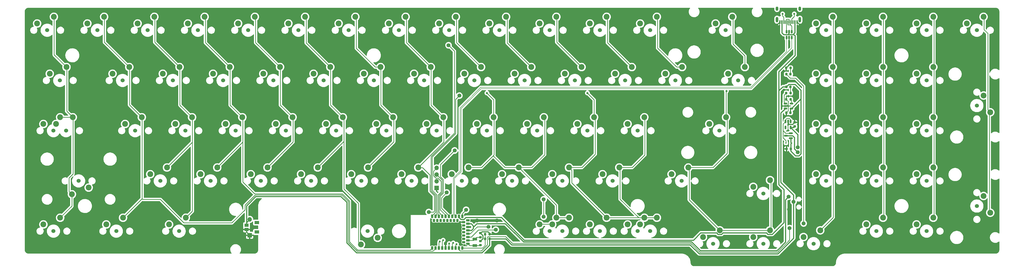
<source format=gbr>
%TF.GenerationSoftware,KiCad,Pcbnew,(6.0.0-rc1-172-gb8b8c0d34c)*%
%TF.CreationDate,2021-12-06T22:24:07-07:00*%
%TF.ProjectId,Z18,5a31382e-6b69-4636-9164-5f7063625858,rev?*%
%TF.SameCoordinates,PX17f2fb4PY122ae10*%
%TF.FileFunction,Copper,L1,Top*%
%TF.FilePolarity,Positive*%
%FSLAX46Y46*%
G04 Gerber Fmt 4.6, Leading zero omitted, Abs format (unit mm)*
G04 Created by KiCad (PCBNEW (6.0.0-rc1-172-gb8b8c0d34c)) date 2021-12-06 22:24:07*
%MOMM*%
%LPD*%
G01*
G04 APERTURE LIST*
G04 Aperture macros list*
%AMRoundRect*
0 Rectangle with rounded corners*
0 $1 Rounding radius*
0 $2 $3 $4 $5 $6 $7 $8 $9 X,Y pos of 4 corners*
0 Add a 4 corners polygon primitive as box body*
4,1,4,$2,$3,$4,$5,$6,$7,$8,$9,$2,$3,0*
0 Add four circle primitives for the rounded corners*
1,1,$1+$1,$2,$3*
1,1,$1+$1,$4,$5*
1,1,$1+$1,$6,$7*
1,1,$1+$1,$8,$9*
0 Add four rect primitives between the rounded corners*
20,1,$1+$1,$2,$3,$4,$5,0*
20,1,$1+$1,$4,$5,$6,$7,0*
20,1,$1+$1,$6,$7,$8,$9,0*
20,1,$1+$1,$8,$9,$2,$3,0*%
G04 Aperture macros list end*
%TA.AperFunction,WasherPad*%
%ADD10C,1.524000*%
%TD*%
%TA.AperFunction,ComponentPad*%
%ADD11C,2.200000*%
%TD*%
%TA.AperFunction,SMDPad,CuDef*%
%ADD12RoundRect,0.200000X0.200000X0.275000X-0.200000X0.275000X-0.200000X-0.275000X0.200000X-0.275000X0*%
%TD*%
%TA.AperFunction,SMDPad,CuDef*%
%ADD13RoundRect,0.150000X0.150000X-0.512500X0.150000X0.512500X-0.150000X0.512500X-0.150000X-0.512500X0*%
%TD*%
%TA.AperFunction,SMDPad,CuDef*%
%ADD14RoundRect,0.225000X0.225000X0.250000X-0.225000X0.250000X-0.225000X-0.250000X0.225000X-0.250000X0*%
%TD*%
%TA.AperFunction,SMDPad,CuDef*%
%ADD15R,1.800000X1.000000*%
%TD*%
%TA.AperFunction,SMDPad,CuDef*%
%ADD16RoundRect,0.218750X0.218750X0.256250X-0.218750X0.256250X-0.218750X-0.256250X0.218750X-0.256250X0*%
%TD*%
%TA.AperFunction,ComponentPad*%
%ADD17R,1.700000X1.700000*%
%TD*%
%TA.AperFunction,ComponentPad*%
%ADD18O,1.700000X1.700000*%
%TD*%
%TA.AperFunction,SMDPad,CuDef*%
%ADD19RoundRect,0.150000X-0.150000X0.512500X-0.150000X-0.512500X0.150000X-0.512500X0.150000X0.512500X0*%
%TD*%
%TA.AperFunction,SMDPad,CuDef*%
%ADD20RoundRect,0.150000X-0.512500X-0.150000X0.512500X-0.150000X0.512500X0.150000X-0.512500X0.150000X0*%
%TD*%
%TA.AperFunction,SMDPad,CuDef*%
%ADD21RoundRect,0.100000X-0.300000X0.600000X-0.300000X-0.600000X0.300000X-0.600000X0.300000X0.600000X0*%
%TD*%
%TA.AperFunction,SMDPad,CuDef*%
%ADD22RoundRect,0.100000X-0.600000X-0.300000X0.600000X-0.300000X0.600000X0.300000X-0.600000X0.300000X0*%
%TD*%
%TA.AperFunction,ComponentPad*%
%ADD23RoundRect,0.100000X-0.500000X-0.300000X0.500000X-0.300000X0.500000X0.300000X-0.500000X0.300000X0*%
%TD*%
%TA.AperFunction,ComponentPad*%
%ADD24RoundRect,0.100000X-0.300000X0.500000X-0.300000X-0.500000X0.300000X-0.500000X0.300000X0.500000X0*%
%TD*%
%TA.AperFunction,SMDPad,CuDef*%
%ADD25R,1.550000X1.200000*%
%TD*%
%TA.AperFunction,SMDPad,CuDef*%
%ADD26R,1.800000X1.200000*%
%TD*%
%TA.AperFunction,SMDPad,CuDef*%
%ADD27R,0.600000X0.450000*%
%TD*%
%TA.AperFunction,SMDPad,CuDef*%
%ADD28RoundRect,0.200000X-0.200000X-0.275000X0.200000X-0.275000X0.200000X0.275000X-0.200000X0.275000X0*%
%TD*%
%TA.AperFunction,SMDPad,CuDef*%
%ADD29R,0.600000X1.450000*%
%TD*%
%TA.AperFunction,SMDPad,CuDef*%
%ADD30R,0.300000X1.450000*%
%TD*%
%TA.AperFunction,ComponentPad*%
%ADD31O,1.000000X2.100000*%
%TD*%
%TA.AperFunction,ComponentPad*%
%ADD32O,1.000000X1.600000*%
%TD*%
%TA.AperFunction,SMDPad,CuDef*%
%ADD33RoundRect,0.225000X-0.250000X0.225000X-0.250000X-0.225000X0.250000X-0.225000X0.250000X0.225000X0*%
%TD*%
%TA.AperFunction,SMDPad,CuDef*%
%ADD34RoundRect,0.150000X0.587500X0.150000X-0.587500X0.150000X-0.587500X-0.150000X0.587500X-0.150000X0*%
%TD*%
%TA.AperFunction,SMDPad,CuDef*%
%ADD35RoundRect,0.225000X0.250000X-0.225000X0.250000X0.225000X-0.250000X0.225000X-0.250000X-0.225000X0*%
%TD*%
%TA.AperFunction,ViaPad*%
%ADD36C,1.500000*%
%TD*%
%TA.AperFunction,ViaPad*%
%ADD37C,0.762000*%
%TD*%
%TA.AperFunction,ViaPad*%
%ADD38C,0.800000*%
%TD*%
%TA.AperFunction,Conductor*%
%ADD39C,0.381000*%
%TD*%
%TA.AperFunction,Conductor*%
%ADD40C,0.254000*%
%TD*%
%TA.AperFunction,Conductor*%
%ADD41C,0.200000*%
%TD*%
G04 APERTURE END LIST*
D10*
%TO.P,SW65,*%
%TO.N,*%
X204787500Y-66675000D03*
D11*
%TO.P,SW65,1,1*%
%TO.N,/Col5*%
X207327500Y-61595000D03*
%TO.P,SW65,2,2*%
%TO.N,Net-(D63-Pad2)*%
X200977500Y-64135000D03*
%TD*%
D12*
%TO.P,R7,1*%
%TO.N,/VBUS*%
X291450000Y-54525000D03*
%TO.P,R7,2*%
%TO.N,GND*%
X289800000Y-54525000D03*
%TD*%
D10*
%TO.P,SW71,*%
%TO.N,*%
X342900000Y-66675000D03*
D11*
%TO.P,SW71,1,1*%
%TO.N,/Col8*%
X345440000Y-61595000D03*
%TO.P,SW71,2,2*%
%TO.N,Net-(D69-Pad2)*%
X339090000Y-64135000D03*
%TD*%
D10*
%TO.P,SW35,*%
%TO.N,*%
X342900000Y-28575000D03*
D11*
%TO.P,SW35,1,1*%
%TO.N,/Col8*%
X345440000Y-23495000D03*
%TO.P,SW35,2,2*%
%TO.N,Net-(D35-Pad2)*%
X339090000Y-26035000D03*
%TD*%
D10*
%TO.P,SW22,*%
%TO.N,*%
X76200000Y-28575000D03*
D11*
%TO.P,SW22,1,1*%
%TO.N,/Col1*%
X78740000Y-23495000D03*
%TO.P,SW22,2,2*%
%TO.N,Net-(D22-Pad2)*%
X72390000Y-26035000D03*
%TD*%
D12*
%TO.P,R2,1*%
%TO.N,VBAT*%
X177212500Y-88675000D03*
%TO.P,R2,2*%
%TO.N,/BATTERY_MEASURE*%
X175562500Y-88675000D03*
%TD*%
%TO.P,R4,1*%
%TO.N,Net-(R4-Pad1)*%
X291337500Y-35718750D03*
%TO.P,R4,2*%
%TO.N,GND*%
X289687500Y-35718750D03*
%TD*%
D13*
%TO.P,U4,1,I/O1*%
%TO.N,/D+*%
X289848222Y-12313500D03*
%TO.P,U4,2,GND*%
%TO.N,GND*%
X290798222Y-12313500D03*
%TO.P,U4,3,I/O2*%
%TO.N,/D-*%
X291748222Y-12313500D03*
%TO.P,U4,4,I/O2*%
%TO.N,Net-(J4-PadA7)*%
X291748222Y-10038500D03*
%TO.P,U4,5,VBUS*%
%TO.N,/VBUS*%
X290798222Y-10038500D03*
%TO.P,U4,6,I/O1*%
%TO.N,Net-(J4-PadA6)*%
X289848222Y-10038500D03*
%TD*%
D14*
%TO.P,C3,1*%
%TO.N,/VBUS*%
X291287500Y-40798750D03*
%TO.P,C3,2*%
%TO.N,GND*%
X289737500Y-40798750D03*
%TD*%
D10*
%TO.P,SW2,*%
%TO.N,*%
X28575000Y-9525000D03*
D11*
%TO.P,SW2,1,1*%
%TO.N,/Col0*%
X31115000Y-4445000D03*
%TO.P,SW2,2,2*%
%TO.N,Net-(D2-Pad2)*%
X24765000Y-6985000D03*
%TD*%
D10*
%TO.P,SW77,*%
%TO.N,*%
X200025000Y-85725000D03*
D11*
%TO.P,SW77,1,1*%
%TO.N,/Col4*%
X202565000Y-80645000D03*
%TO.P,SW77,2,2*%
%TO.N,Net-(D75-Pad2)*%
X196215000Y-83185000D03*
%TD*%
D10*
%TO.P,SW10,*%
%TO.N,*%
X180975000Y-9525000D03*
D11*
%TO.P,SW10,1,1*%
%TO.N,/Col4*%
X183515000Y-4445000D03*
%TO.P,SW10,2,2*%
%TO.N,Net-(D10-Pad2)*%
X177165000Y-6985000D03*
%TD*%
D10*
%TO.P,SW38,*%
%TO.N,*%
X11906250Y-47625000D03*
D11*
%TO.P,SW38,1,1*%
%TO.N,/Col0*%
X14446250Y-42545000D03*
%TO.P,SW38,2,2*%
%TO.N,Net-(D37-Pad2)*%
X8096250Y-45085000D03*
%TD*%
D10*
%TO.P,SW70,*%
%TO.N,*%
X323850000Y-66675000D03*
D11*
%TO.P,SW70,1,1*%
%TO.N,/Col7*%
X326390000Y-61595000D03*
%TO.P,SW70,2,2*%
%TO.N,Net-(D68-Pad2)*%
X320040000Y-64135000D03*
%TD*%
D10*
%TO.P,SW61,*%
%TO.N,*%
X128587500Y-66675000D03*
D11*
%TO.P,SW61,1,1*%
%TO.N,/Col3*%
X131127500Y-61595000D03*
%TO.P,SW61,2,2*%
%TO.N,Net-(D59-Pad2)*%
X124777500Y-64135000D03*
%TD*%
D10*
%TO.P,SW56,*%
%TO.N,*%
X21431250Y-66675000D03*
D11*
%TO.P,SW56,1,1*%
%TO.N,/Col0*%
X18891250Y-71755000D03*
%TO.P,SW56,2,2*%
%TO.N,Net-(D54-Pad2)*%
X25241250Y-69215000D03*
%TD*%
D10*
%TO.P,SW66,*%
%TO.N,*%
X223837500Y-66675000D03*
D11*
%TO.P,SW66,1,1*%
%TO.N,/Col5*%
X226377500Y-61595000D03*
%TO.P,SW66,2,2*%
%TO.N,Net-(D64-Pad2)*%
X220027500Y-64135000D03*
%TD*%
D10*
%TO.P,SW55,*%
%TO.N,*%
X342900000Y-47625000D03*
D11*
%TO.P,SW55,1,1*%
%TO.N,/Col8*%
X345440000Y-42545000D03*
%TO.P,SW55,2,2*%
%TO.N,Net-(D53-Pad2)*%
X339090000Y-45085000D03*
%TD*%
D10*
%TO.P,SW28,*%
%TO.N,*%
X190500000Y-28575000D03*
D11*
%TO.P,SW28,1,1*%
%TO.N,/Col4*%
X193040000Y-23495000D03*
%TO.P,SW28,2,2*%
%TO.N,Net-(D28-Pad2)*%
X186690000Y-26035000D03*
%TD*%
D10*
%TO.P,SW9,*%
%TO.N,*%
X161925000Y-9525000D03*
D11*
%TO.P,SW9,1,1*%
%TO.N,/Col4*%
X164465000Y-4445000D03*
%TO.P,SW9,2,2*%
%TO.N,Net-(D9-Pad2)*%
X158115000Y-6985000D03*
%TD*%
D10*
%TO.P,SW45,*%
%TO.N,*%
X138112500Y-47625000D03*
D11*
%TO.P,SW45,1,1*%
%TO.N,/Col3*%
X140652500Y-42545000D03*
%TO.P,SW45,2,2*%
%TO.N,Net-(D43-Pad2)*%
X134302500Y-45085000D03*
%TD*%
D10*
%TO.P,SW63,*%
%TO.N,*%
X166687500Y-66675000D03*
D11*
%TO.P,SW63,1,1*%
%TO.N,/Col4*%
X169227500Y-61595000D03*
%TO.P,SW63,2,2*%
%TO.N,Net-(D61-Pad2)*%
X162877500Y-64135000D03*
%TD*%
D10*
%TO.P,SW29,*%
%TO.N,*%
X209550000Y-28575000D03*
D11*
%TO.P,SW29,1,1*%
%TO.N,/Col5*%
X212090000Y-23495000D03*
%TO.P,SW29,2,2*%
%TO.N,Net-(D29-Pad2)*%
X205740000Y-26035000D03*
%TD*%
D10*
%TO.P,SW17,*%
%TO.N,*%
X342900000Y-9525000D03*
D11*
%TO.P,SW17,1,1*%
%TO.N,/Col8*%
X345440000Y-4445000D03*
%TO.P,SW17,2,2*%
%TO.N,Net-(D17-Pad2)*%
X339090000Y-6985000D03*
%TD*%
D10*
%TO.P,SW3,*%
%TO.N,*%
X47625000Y-9525000D03*
D11*
%TO.P,SW3,1,1*%
%TO.N,/Col1*%
X50165000Y-4445000D03*
%TO.P,SW3,2,2*%
%TO.N,Net-(D3-Pad2)*%
X43815000Y-6985000D03*
%TD*%
D10*
%TO.P,SW69,*%
%TO.N,*%
X304800000Y-66675000D03*
D11*
%TO.P,SW69,1,1*%
%TO.N,/Col7*%
X307340000Y-61595000D03*
%TO.P,SW69,2,2*%
%TO.N,Net-(D67-Pad2)*%
X300990000Y-64135000D03*
%TD*%
D15*
%TO.P,Y1,1,1*%
%TO.N,Net-(C1-Pad2)*%
X171640500Y-88729500D03*
%TO.P,Y1,2,2*%
%TO.N,Net-(C2-Pad2)*%
X171640500Y-91229500D03*
%TD*%
D10*
%TO.P,SW11,*%
%TO.N,*%
X200025000Y-9525000D03*
D11*
%TO.P,SW11,1,1*%
%TO.N,/Col5*%
X202565000Y-4445000D03*
%TO.P,SW11,2,2*%
%TO.N,Net-(D11-Pad2)*%
X196215000Y-6985000D03*
%TD*%
D16*
%TO.P,D86,1,K*%
%TO.N,Net-(D86-Pad1)*%
X291300000Y-26193750D03*
%TO.P,D86,2,A*%
%TO.N,/BOOT_LED*%
X289725000Y-26193750D03*
%TD*%
D10*
%TO.P,SW47,*%
%TO.N,*%
X176212500Y-47625000D03*
D11*
%TO.P,SW47,1,1*%
%TO.N,/Col4*%
X178752500Y-42545000D03*
%TO.P,SW47,2,2*%
%TO.N,Net-(D45-Pad2)*%
X172402500Y-45085000D03*
%TD*%
D10*
%TO.P,SW33,*%
%TO.N,*%
X304800000Y-28575000D03*
D11*
%TO.P,SW33,1,1*%
%TO.N,/Col7*%
X307340000Y-23495000D03*
%TO.P,SW33,2,2*%
%TO.N,Net-(D33-Pad2)*%
X300990000Y-26035000D03*
%TD*%
D17*
%TO.P,J5,1,Pin_1*%
%TO.N,GND*%
X157162500Y-69373750D03*
D18*
%TO.P,J5,2,Pin_2*%
%TO.N,unconnected-(J5-Pad2)*%
X157162500Y-66833750D03*
%TO.P,J5,3,Pin_3*%
%TO.N,/SWD*%
X157162500Y-64293750D03*
%TO.P,J5,4,Pin_4*%
%TO.N,/SWC*%
X157162500Y-61753750D03*
%TD*%
D17*
%TO.P,J3,1,1*%
%TO.N,GND*%
X86264722Y-87264500D03*
D18*
%TO.P,J3,2,2*%
%TO.N,VBAT*%
X86264722Y-81264500D03*
%TD*%
D19*
%TO.P,U3,1,VIN*%
%TO.N,Net-(D85-Pad1)*%
X291343750Y-44143750D03*
%TO.P,U3,2,GND*%
%TO.N,GND*%
X290393750Y-44143750D03*
%TO.P,U3,3,EN*%
%TO.N,Net-(D85-Pad1)*%
X289443750Y-44143750D03*
%TO.P,U3,4,NC*%
%TO.N,unconnected-(U3-Pad4)*%
X289443750Y-46418750D03*
%TO.P,U3,5,VOUT*%
%TO.N,/VDD*%
X291343750Y-46418750D03*
%TD*%
D10*
%TO.P,SW68,*%
%TO.N,*%
X280987500Y-71437500D03*
D11*
%TO.P,SW68,1,1*%
%TO.N,/Col6*%
X283527500Y-66357500D03*
%TO.P,SW68,2,2*%
%TO.N,Net-(D66-Pad2)*%
X277177500Y-68897500D03*
%TD*%
D10*
%TO.P,SW42,*%
%TO.N,*%
X80962500Y-47625000D03*
D11*
%TO.P,SW42,1,1*%
%TO.N,/Col1*%
X83502500Y-42545000D03*
%TO.P,SW42,2,2*%
%TO.N,Net-(D40-Pad2)*%
X77152500Y-45085000D03*
%TD*%
D20*
%TO.P,U1,1,CHRG*%
%TO.N,Net-(R1-Pad2)*%
X289375000Y-37308750D03*
%TO.P,U1,2,GND*%
%TO.N,GND*%
X289375000Y-38258750D03*
%TO.P,U1,3,BAT*%
%TO.N,VBAT*%
X289375000Y-39208750D03*
%TO.P,U1,4,Vcc*%
%TO.N,/VBUS*%
X291650000Y-39208750D03*
%TO.P,U1,5,PROG*%
%TO.N,Net-(R4-Pad1)*%
X291650000Y-37308750D03*
%TD*%
D10*
%TO.P,SW84,*%
%TO.N,*%
X342900000Y-85725000D03*
D11*
%TO.P,SW84,1,1*%
%TO.N,/Col8*%
X345440000Y-80645000D03*
%TO.P,SW84,2,2*%
%TO.N,Net-(D82-Pad2)*%
X339090000Y-83185000D03*
%TD*%
D10*
%TO.P,SW67,*%
%TO.N,*%
X250031250Y-66675000D03*
D11*
%TO.P,SW67,1,1*%
%TO.N,/Col6*%
X252571250Y-61595000D03*
%TO.P,SW67,2,2*%
%TO.N,Net-(D65-Pad2)*%
X246221250Y-64135000D03*
%TD*%
D21*
%TO.P,U2,1,P1.11*%
%TO.N,/Col1*%
X155466222Y-92106000D03*
%TO.P,U2,2,P1.10_(LowFreq)*%
%TO.N,/Col0*%
X156736222Y-92106000D03*
%TO.P,U2,3,P0.03/AIN1_(LowFreq)*%
%TO.N,/Col2*%
X158006222Y-92106000D03*
%TO.P,U2,4,P0.28/AIN4*%
%TO.N,/Col3*%
X159276222Y-92106000D03*
%TO.P,U2,5,GND*%
%TO.N,GND*%
X160546222Y-92106000D03*
%TO.P,U2,6,P1.13_(LowFreq)*%
%TO.N,/Col4*%
X161816222Y-92106000D03*
%TO.P,U2,7,P0.02/AIN0_(LowFreq)*%
%TO.N,/Col6*%
X163086222Y-92106000D03*
%TO.P,U2,8,P0.29/AIN5_(LowFreq)*%
%TO.N,/Col5*%
X164356222Y-92106000D03*
%TO.P,U2,9,P0.31/AIN7_(LowFreq)*%
%TO.N,/BOOT_LED*%
X165626222Y-92106000D03*
%TO.P,U2,10,P0.30/AIN6_(LowFreq)*%
%TO.N,/BATTERY_MEASURE*%
X166896222Y-92106000D03*
D22*
%TO.P,U2,11,P0.00/XL1*%
%TO.N,Net-(C2-Pad2)*%
X168996222Y-90546000D03*
D23*
%TO.P,U2,12,P0.26*%
%TO.N,/Row4*%
X167396222Y-89916000D03*
D22*
%TO.P,U2,13,P0.01/XL2*%
%TO.N,Net-(C1-Pad2)*%
X168996222Y-89276000D03*
D23*
%TO.P,U2,14,P0.06*%
%TO.N,unconnected-(U2-Pad14)*%
X167396222Y-88646000D03*
D22*
%TO.P,U2,15,P0.05/AIN3*%
%TO.N,/Col7*%
X168996222Y-88006000D03*
D23*
%TO.P,U2,16,P0.08*%
%TO.N,unconnected-(U2-Pad16)*%
X167396222Y-87376000D03*
D22*
%TO.P,U2,17,P1.09*%
%TO.N,/Col8*%
X168996222Y-86736000D03*
D23*
%TO.P,U2,18,P0.04/AIN2*%
%TO.N,unconnected-(U2-Pad18)*%
X167396222Y-86106000D03*
D22*
%TO.P,U2,19,VDD*%
%TO.N,/VDD*%
X168996222Y-85466000D03*
D23*
%TO.P,U2,20,P0.12*%
%TO.N,unconnected-(U2-Pad20)*%
X167396222Y-84836000D03*
D22*
%TO.P,U2,21,GND*%
%TO.N,GND*%
X168996222Y-84196000D03*
D23*
%TO.P,U2,22,P0.07*%
%TO.N,unconnected-(U2-Pad22)*%
X167396222Y-83566000D03*
D22*
%TO.P,U2,23,VDDH*%
%TO.N,/VDD*%
X168996222Y-82926000D03*
D23*
%TO.P,U2,24,GND*%
%TO.N,GND*%
X167396222Y-82296000D03*
D22*
%TO.P,U2,25,DCCH*%
%TO.N,/DCCH*%
X168996222Y-81656000D03*
D21*
%TO.P,U2,26,P0.18/RESET*%
%TO.N,RESET*%
X166896222Y-80106000D03*
%TO.P,U2,27,VBUS*%
%TO.N,/VBUS*%
X165626222Y-80106000D03*
D24*
%TO.P,U2,28,P0.15*%
%TO.N,unconnected-(U2-Pad28)*%
X164991222Y-81706000D03*
D21*
%TO.P,U2,29,D-*%
%TO.N,/D-*%
X164356222Y-80106000D03*
D24*
%TO.P,U2,30,P0.17*%
%TO.N,unconnected-(U2-Pad30)*%
X163721222Y-81706000D03*
D21*
%TO.P,U2,31,D+*%
%TO.N,/D+*%
X163086222Y-80106000D03*
D24*
%TO.P,U2,32,P0.20*%
%TO.N,unconnected-(U2-Pad32)*%
X162451222Y-81706000D03*
D21*
%TO.P,U2,33,P0.13*%
%TO.N,/Row3*%
X161816222Y-80106000D03*
D24*
%TO.P,U2,34,P0.22/QSPI*%
%TO.N,unconnected-(U2-Pad34)*%
X161181222Y-81706000D03*
D21*
%TO.P,U2,35,P0.24*%
%TO.N,/Row2*%
X160546222Y-80106000D03*
D24*
%TO.P,U2,36,P1.00*%
%TO.N,unconnected-(U2-Pad36)*%
X159911222Y-81706000D03*
D21*
%TO.P,U2,37,SWDIO*%
%TO.N,/SWD*%
X159276222Y-80106000D03*
D24*
%TO.P,U2,38,P1.02*%
%TO.N,unconnected-(U2-Pad38)*%
X158641222Y-81706000D03*
D21*
%TO.P,U2,39,SWDCLK*%
%TO.N,/SWC*%
X158006222Y-80106000D03*
D24*
%TO.P,U2,40,P1.04_(LowFreq)*%
%TO.N,unconnected-(U2-Pad40)*%
X157371222Y-81706000D03*
D21*
%TO.P,U2,41,P0.09/NFC1*%
%TO.N,/Row1*%
X156736222Y-80106000D03*
D24*
%TO.P,U2,42,P1.06_(LowFreq)*%
%TO.N,unconnected-(U2-Pad42)*%
X156101222Y-81706000D03*
D21*
%TO.P,U2,43,P0.10/NFC2*%
%TO.N,/Row0*%
X155466222Y-80106000D03*
%TD*%
D16*
%TO.P,D83,1,K*%
%TO.N,Net-(D83-Pad1)*%
X291300000Y-30956250D03*
%TO.P,D83,2,A*%
%TO.N,/VBUS*%
X289725000Y-30956250D03*
%TD*%
D25*
%TO.P,J2,1,1*%
%TO.N,GND*%
X85083500Y-85064500D03*
%TO.P,J2,2,2*%
%TO.N,VBAT*%
X85083500Y-83464500D03*
D26*
%TO.P,J2,3*%
%TO.N,N/C*%
X88958500Y-86064500D03*
%TO.P,J2,4*%
X88958500Y-82464500D03*
%TD*%
D27*
%TO.P,D85,1,K*%
%TO.N,Net-(D85-Pad1)*%
X289575000Y-52325000D03*
%TO.P,D85,2,A*%
%TO.N,/VBUS*%
X291675000Y-52325000D03*
%TD*%
D10*
%TO.P,SW19,*%
%TO.N,*%
X14287500Y-28575000D03*
D11*
%TO.P,SW19,1,1*%
%TO.N,/Col0*%
X16827500Y-23495000D03*
%TO.P,SW19,2,2*%
%TO.N,Net-(D19-Pad2)*%
X10477500Y-26035000D03*
%TD*%
D10*
%TO.P,SW18,*%
%TO.N,*%
X361950000Y-9525000D03*
D11*
%TO.P,SW18,1,1*%
%TO.N,/Col8*%
X364490000Y-4445000D03*
%TO.P,SW18,2,2*%
%TO.N,Net-(D18-Pad2)*%
X358140000Y-6985000D03*
%TD*%
D12*
%TO.P,R9,1*%
%TO.N,Net-(D86-Pad1)*%
X291337500Y-23812500D03*
%TO.P,R9,2*%
%TO.N,GND*%
X289687500Y-23812500D03*
%TD*%
D10*
%TO.P,SW76,*%
%TO.N,*%
X130968750Y-85725000D03*
D11*
%TO.P,SW76,1,1*%
%TO.N,/Col2*%
X128428750Y-90805000D03*
%TO.P,SW76,2,2*%
%TO.N,Net-(D74-Pad2)*%
X134778750Y-88265000D03*
%TD*%
D28*
%TO.P,R3,1*%
%TO.N,/BATTERY_MEASURE*%
X175562500Y-86875000D03*
%TO.P,R3,2*%
%TO.N,GND*%
X177212500Y-86875000D03*
%TD*%
D29*
%TO.P,J4,A1,GND*%
%TO.N,GND*%
X293762472Y-6426250D03*
%TO.P,J4,A4,VBUS*%
%TO.N,/VBUS*%
X292962472Y-6426250D03*
D30*
%TO.P,J4,A5,CC1*%
%TO.N,Net-(J4-PadA5)*%
X291762472Y-6426250D03*
%TO.P,J4,A6,D+*%
%TO.N,Net-(J4-PadA6)*%
X290762472Y-6426250D03*
%TO.P,J4,A7,D-*%
%TO.N,Net-(J4-PadA7)*%
X290262472Y-6426250D03*
%TO.P,J4,A8,SBU1*%
%TO.N,unconnected-(J4-PadA8)*%
X289262472Y-6426250D03*
D29*
%TO.P,J4,A9,VBUS*%
%TO.N,/VBUS*%
X288062472Y-6426250D03*
%TO.P,J4,A12,GND*%
%TO.N,GND*%
X287262472Y-6426250D03*
%TO.P,J4,B1,GND*%
X287262472Y-6426250D03*
%TO.P,J4,B4,VBUS*%
%TO.N,/VBUS*%
X288062472Y-6426250D03*
D30*
%TO.P,J4,B5,CC2*%
%TO.N,Net-(J4-PadB5)*%
X288762472Y-6426250D03*
%TO.P,J4,B6,D+*%
%TO.N,Net-(J4-PadA6)*%
X289762472Y-6426250D03*
%TO.P,J4,B7,D-*%
%TO.N,Net-(J4-PadA7)*%
X291262472Y-6426250D03*
%TO.P,J4,B8,SBU2*%
%TO.N,unconnected-(J4-PadB8)*%
X292262472Y-6426250D03*
D29*
%TO.P,J4,B9,VBUS*%
%TO.N,/VBUS*%
X292962472Y-6426250D03*
%TO.P,J4,B12,GND*%
%TO.N,GND*%
X293762472Y-6426250D03*
D31*
%TO.P,J4,S1,SHIELD*%
%TO.N,Net-(C5-Pad2)*%
X286192472Y-5511250D03*
D32*
X286192472Y-1331250D03*
D31*
X294832472Y-5511250D03*
D32*
X294832472Y-1331250D03*
%TD*%
D10*
%TO.P,SW23,*%
%TO.N,*%
X95250000Y-28575000D03*
D11*
%TO.P,SW23,1,1*%
%TO.N,/Col2*%
X97790000Y-23495000D03*
%TO.P,SW23,2,2*%
%TO.N,Net-(D23-Pad2)*%
X91440000Y-26035000D03*
%TD*%
D10*
%TO.P,SW85,*%
%TO.N,*%
X233362500Y-85725000D03*
D11*
%TO.P,SW85,1,1*%
%TO.N,/Col5*%
X235902500Y-80645000D03*
%TO.P,SW85,2,2*%
%TO.N,Net-(D77-Pad2)*%
X229552500Y-83185000D03*
%TD*%
D12*
%TO.P,R1,1*%
%TO.N,Net-(D83-Pad1)*%
X291337500Y-33337500D03*
%TO.P,R1,2*%
%TO.N,Net-(R1-Pad2)*%
X289687500Y-33337500D03*
%TD*%
D10*
%TO.P,SW80,*%
%TO.N,*%
X261937500Y-90487500D03*
D11*
%TO.P,SW80,1,1*%
%TO.N,/Col6*%
X264477500Y-85407500D03*
%TO.P,SW80,2,2*%
%TO.N,Net-(D78-Pad2)*%
X258127500Y-87947500D03*
%TD*%
D33*
%TO.P,C1,1*%
%TO.N,GND*%
X173787500Y-86475000D03*
%TO.P,C1,2*%
%TO.N,Net-(C1-Pad2)*%
X173787500Y-88025000D03*
%TD*%
D10*
%TO.P,SW44,*%
%TO.N,*%
X119062500Y-47625000D03*
D11*
%TO.P,SW44,1,1*%
%TO.N,/Col2*%
X121602500Y-42545000D03*
%TO.P,SW44,2,2*%
%TO.N,Net-(D42-Pad2)*%
X115252500Y-45085000D03*
%TD*%
D10*
%TO.P,SW16,*%
%TO.N,*%
X323850000Y-9525000D03*
D11*
%TO.P,SW16,1,1*%
%TO.N,/Col7*%
X326390000Y-4445000D03*
%TO.P,SW16,2,2*%
%TO.N,Net-(D16-Pad2)*%
X320040000Y-6985000D03*
%TD*%
D10*
%TO.P,SW43,*%
%TO.N,*%
X100012500Y-47625000D03*
D11*
%TO.P,SW43,1,1*%
%TO.N,/Col2*%
X102552500Y-42545000D03*
%TO.P,SW43,2,2*%
%TO.N,Net-(D41-Pad2)*%
X96202500Y-45085000D03*
%TD*%
D10*
%TO.P,SW4,*%
%TO.N,*%
X66675000Y-9525000D03*
D11*
%TO.P,SW4,1,1*%
%TO.N,/Col1*%
X69215000Y-4445000D03*
%TO.P,SW4,2,2*%
%TO.N,Net-(D4-Pad2)*%
X62865000Y-6985000D03*
%TD*%
D10*
%TO.P,SW82,*%
%TO.N,*%
X300037500Y-90487500D03*
D11*
%TO.P,SW82,1,1*%
%TO.N,/Col7*%
X302577500Y-85407500D03*
%TO.P,SW82,2,2*%
%TO.N,Net-(D80-Pad2)*%
X296227500Y-87947500D03*
%TD*%
D10*
%TO.P,SW62,*%
%TO.N,*%
X147637500Y-66675000D03*
D11*
%TO.P,SW62,1,1*%
%TO.N,/Col3*%
X150177500Y-61595000D03*
%TO.P,SW62,2,2*%
%TO.N,Net-(D60-Pad2)*%
X143827500Y-64135000D03*
%TD*%
D10*
%TO.P,SW50,*%
%TO.N,*%
X233362500Y-47625000D03*
D11*
%TO.P,SW50,1,1*%
%TO.N,/Col5*%
X235902500Y-42545000D03*
%TO.P,SW50,2,2*%
%TO.N,Net-(D48-Pad2)*%
X229552500Y-45085000D03*
%TD*%
D10*
%TO.P,SW21,*%
%TO.N,*%
X57150000Y-28575000D03*
D11*
%TO.P,SW21,1,1*%
%TO.N,/Col1*%
X59690000Y-23495000D03*
%TO.P,SW21,2,2*%
%TO.N,Net-(D21-Pad2)*%
X53340000Y-26035000D03*
%TD*%
D10*
%TO.P,SW73,*%
%TO.N,*%
X11906250Y-85725000D03*
D11*
%TO.P,SW73,1,1*%
%TO.N,/Col0*%
X14446250Y-80645000D03*
%TO.P,SW73,2,2*%
%TO.N,Net-(D71-Pad2)*%
X8096250Y-83185000D03*
%TD*%
D10*
%TO.P,SW20,*%
%TO.N,*%
X38100000Y-28575000D03*
D11*
%TO.P,SW20,1,1*%
%TO.N,/Col0*%
X40640000Y-23495000D03*
%TO.P,SW20,2,2*%
%TO.N,Net-(D20-Pad2)*%
X34290000Y-26035000D03*
%TD*%
D10*
%TO.P,SW5,*%
%TO.N,*%
X85725000Y-9525000D03*
D11*
%TO.P,SW5,1,1*%
%TO.N,/Col2*%
X88265000Y-4445000D03*
%TO.P,SW5,2,2*%
%TO.N,Net-(D5-Pad2)*%
X81915000Y-6985000D03*
%TD*%
D10*
%TO.P,SW36,*%
%TO.N,*%
X361950000Y-38100000D03*
D11*
%TO.P,SW36,1,1*%
%TO.N,/Col8*%
X367030000Y-40640000D03*
%TO.P,SW36,2,2*%
%TO.N,Net-(D36-Pad2)*%
X364490000Y-34290000D03*
%TD*%
D10*
%TO.P,SW1,*%
%TO.N,*%
X9525000Y-9525000D03*
D11*
%TO.P,SW1,1,1*%
%TO.N,/Col0*%
X12065000Y-4445000D03*
%TO.P,SW1,2,2*%
%TO.N,Net-(D1-Pad2)*%
X5715000Y-6985000D03*
%TD*%
D10*
%TO.P,SW27,*%
%TO.N,*%
X171450000Y-28575000D03*
D11*
%TO.P,SW27,1,1*%
%TO.N,/Col4*%
X173990000Y-23495000D03*
%TO.P,SW27,2,2*%
%TO.N,Net-(D27-Pad2)*%
X167640000Y-26035000D03*
%TD*%
D10*
%TO.P,SW8,*%
%TO.N,*%
X142875000Y-9525000D03*
D11*
%TO.P,SW8,1,1*%
%TO.N,/Col3*%
X145415000Y-4445000D03*
%TO.P,SW8,2,2*%
%TO.N,Net-(D8-Pad2)*%
X139065000Y-6985000D03*
%TD*%
D10*
%TO.P,SW6,*%
%TO.N,*%
X104775000Y-9525000D03*
D11*
%TO.P,SW6,1,1*%
%TO.N,/Col2*%
X107315000Y-4445000D03*
%TO.P,SW6,2,2*%
%TO.N,Net-(D6-Pad2)*%
X100965000Y-6985000D03*
%TD*%
D10*
%TO.P,SW41,*%
%TO.N,*%
X61912500Y-47625000D03*
D11*
%TO.P,SW41,1,1*%
%TO.N,/Col1*%
X64452500Y-42545000D03*
%TO.P,SW41,2,2*%
%TO.N,Net-(D39-Pad2)*%
X58102500Y-45085000D03*
%TD*%
D10*
%TO.P,SW52,*%
%TO.N,*%
X264318750Y-47625000D03*
D11*
%TO.P,SW52,1,1*%
%TO.N,/Col6*%
X266858750Y-42545000D03*
%TO.P,SW52,2,2*%
%TO.N,Net-(D50-Pad2)*%
X260508750Y-45085000D03*
%TD*%
D10*
%TO.P,SW57,*%
%TO.N,*%
X52387500Y-66675000D03*
D11*
%TO.P,SW57,1,1*%
%TO.N,/Col1*%
X54927500Y-61595000D03*
%TO.P,SW57,2,2*%
%TO.N,Net-(D55-Pad2)*%
X48577500Y-64135000D03*
%TD*%
D10*
%TO.P,SW54,*%
%TO.N,*%
X323850000Y-47625000D03*
D11*
%TO.P,SW54,1,1*%
%TO.N,/Col7*%
X326390000Y-42545000D03*
%TO.P,SW54,2,2*%
%TO.N,Net-(D52-Pad2)*%
X320040000Y-45085000D03*
%TD*%
D10*
%TO.P,SW75,*%
%TO.N,*%
X59531250Y-85725000D03*
D11*
%TO.P,SW75,1,1*%
%TO.N,/Col1*%
X62071250Y-80645000D03*
%TO.P,SW75,2,2*%
%TO.N,Net-(D73-Pad2)*%
X55721250Y-83185000D03*
%TD*%
D34*
%TO.P,Q1,1,G*%
%TO.N,/VBUS*%
X291449997Y-50475000D03*
%TO.P,Q1,2,S*%
%TO.N,Net-(D85-Pad1)*%
X291449997Y-48575000D03*
%TO.P,Q1,3,D*%
%TO.N,/BATT_SWITCHED*%
X289574997Y-49525000D03*
%TD*%
D10*
%TO.P,SW13,*%
%TO.N,*%
X238125000Y-9525000D03*
D11*
%TO.P,SW13,1,1*%
%TO.N,/Col6*%
X240665000Y-4445000D03*
%TO.P,SW13,2,2*%
%TO.N,Net-(D13-Pad2)*%
X234315000Y-6985000D03*
%TD*%
D10*
%TO.P,SW24,*%
%TO.N,*%
X114300000Y-28575000D03*
D11*
%TO.P,SW24,1,1*%
%TO.N,/Col2*%
X116840000Y-23495000D03*
%TO.P,SW24,2,2*%
%TO.N,Net-(D24-Pad2)*%
X110490000Y-26035000D03*
%TD*%
D10*
%TO.P,SW32,*%
%TO.N,*%
X271462500Y-28575000D03*
D11*
%TO.P,SW32,1,1*%
%TO.N,/Col6*%
X274002500Y-23495000D03*
%TO.P,SW32,2,2*%
%TO.N,Net-(D32-Pad2)*%
X267652500Y-26035000D03*
%TD*%
D10*
%TO.P,SW74,*%
%TO.N,*%
X35718750Y-85725000D03*
D11*
%TO.P,SW74,1,1*%
%TO.N,/Col0*%
X38258750Y-80645000D03*
%TO.P,SW74,2,2*%
%TO.N,Net-(D72-Pad2)*%
X31908750Y-83185000D03*
%TD*%
D10*
%TO.P,SW72,*%
%TO.N,*%
X361950000Y-76200000D03*
D11*
%TO.P,SW72,1,1*%
%TO.N,/Col8*%
X367030000Y-78740000D03*
%TO.P,SW72,2,2*%
%TO.N,Net-(D70-Pad2)*%
X364490000Y-72390000D03*
%TD*%
D10*
%TO.P,SW30,*%
%TO.N,*%
X228600000Y-28575000D03*
D11*
%TO.P,SW30,1,1*%
%TO.N,/Col5*%
X231140000Y-23495000D03*
%TO.P,SW30,2,2*%
%TO.N,Net-(D30-Pad2)*%
X224790000Y-26035000D03*
%TD*%
D10*
%TO.P,SW7,*%
%TO.N,*%
X123825000Y-9525000D03*
D11*
%TO.P,SW7,1,1*%
%TO.N,/Col3*%
X126365000Y-4445000D03*
%TO.P,SW7,2,2*%
%TO.N,Net-(D7-Pad2)*%
X120015000Y-6985000D03*
%TD*%
D10*
%TO.P,SW26,*%
%TO.N,*%
X152400000Y-28575000D03*
D11*
%TO.P,SW26,1,1*%
%TO.N,/Col3*%
X154940000Y-23495000D03*
%TO.P,SW26,2,2*%
%TO.N,Net-(D26-Pad2)*%
X148590000Y-26035000D03*
%TD*%
D10*
%TO.P,SW79,*%
%TO.N,*%
X238125000Y-85725000D03*
D11*
%TO.P,SW79,1,1*%
%TO.N,/Col5*%
X240665000Y-80645000D03*
%TO.P,SW79,2,2*%
%TO.N,Net-(D77-Pad2)*%
X234315000Y-83185000D03*
%TD*%
D35*
%TO.P,C4,1*%
%TO.N,/VDD*%
X292893750Y-46018750D03*
%TO.P,C4,2*%
%TO.N,GND*%
X292893750Y-44468750D03*
%TD*%
D10*
%TO.P,SW12,*%
%TO.N,*%
X219075000Y-9525000D03*
D11*
%TO.P,SW12,1,1*%
%TO.N,/Col5*%
X221615000Y-4445000D03*
%TO.P,SW12,2,2*%
%TO.N,Net-(D12-Pad2)*%
X215265000Y-6985000D03*
%TD*%
D33*
%TO.P,C2,1*%
%TO.N,GND*%
X173787500Y-89475000D03*
%TO.P,C2,2*%
%TO.N,Net-(C2-Pad2)*%
X173787500Y-91025000D03*
%TD*%
D10*
%TO.P,SW78,*%
%TO.N,*%
X219075000Y-85725000D03*
D11*
%TO.P,SW78,1,1*%
%TO.N,/Col5*%
X221615000Y-80645000D03*
%TO.P,SW78,2,2*%
%TO.N,Net-(D76-Pad2)*%
X215265000Y-83185000D03*
%TD*%
D10*
%TO.P,SW58,*%
%TO.N,*%
X71437500Y-66675000D03*
D11*
%TO.P,SW58,1,1*%
%TO.N,/Col1*%
X73977500Y-61595000D03*
%TO.P,SW58,2,2*%
%TO.N,Net-(D56-Pad2)*%
X67627500Y-64135000D03*
%TD*%
D10*
%TO.P,SW31,*%
%TO.N,*%
X247650000Y-28575000D03*
D11*
%TO.P,SW31,1,1*%
%TO.N,/Col6*%
X250190000Y-23495000D03*
%TO.P,SW31,2,2*%
%TO.N,Net-(D31-Pad2)*%
X243840000Y-26035000D03*
%TD*%
D10*
%TO.P,SW60,*%
%TO.N,*%
X109537500Y-66675000D03*
D11*
%TO.P,SW60,1,1*%
%TO.N,/Col2*%
X112077500Y-61595000D03*
%TO.P,SW60,2,2*%
%TO.N,Net-(D58-Pad2)*%
X105727500Y-64135000D03*
%TD*%
D10*
%TO.P,SW34,*%
%TO.N,*%
X323850000Y-28575000D03*
D11*
%TO.P,SW34,1,1*%
%TO.N,/Col7*%
X326390000Y-23495000D03*
%TO.P,SW34,2,2*%
%TO.N,Net-(D34-Pad2)*%
X320040000Y-26035000D03*
%TD*%
D10*
%TO.P,SW46,*%
%TO.N,*%
X157162500Y-47625000D03*
D11*
%TO.P,SW46,1,1*%
%TO.N,/Col3*%
X159702500Y-42545000D03*
%TO.P,SW46,2,2*%
%TO.N,Net-(D44-Pad2)*%
X153352500Y-45085000D03*
%TD*%
D10*
%TO.P,SW48,*%
%TO.N,*%
X195262500Y-47625000D03*
D11*
%TO.P,SW48,1,1*%
%TO.N,/Col4*%
X197802500Y-42545000D03*
%TO.P,SW48,2,2*%
%TO.N,Net-(D46-Pad2)*%
X191452500Y-45085000D03*
%TD*%
D10*
%TO.P,SW25,*%
%TO.N,*%
X133350000Y-28575000D03*
D11*
%TO.P,SW25,1,1*%
%TO.N,/Col3*%
X135890000Y-23495000D03*
%TO.P,SW25,2,2*%
%TO.N,Net-(D25-Pad2)*%
X129540000Y-26035000D03*
%TD*%
D10*
%TO.P,SW64,*%
%TO.N,*%
X185737500Y-66675000D03*
D11*
%TO.P,SW64,1,1*%
%TO.N,/Col4*%
X188277500Y-61595000D03*
%TO.P,SW64,2,2*%
%TO.N,Net-(D62-Pad2)*%
X181927500Y-64135000D03*
%TD*%
D10*
%TO.P,SW15,*%
%TO.N,*%
X304800000Y-9525000D03*
D11*
%TO.P,SW15,1,1*%
%TO.N,/Col7*%
X307340000Y-4445000D03*
%TO.P,SW15,2,2*%
%TO.N,Net-(D15-Pad2)*%
X300990000Y-6985000D03*
%TD*%
D10*
%TO.P,SW81,*%
%TO.N,*%
X280987500Y-90487500D03*
D11*
%TO.P,SW81,1,1*%
%TO.N,/Col6*%
X283527500Y-85407500D03*
%TO.P,SW81,2,2*%
%TO.N,Net-(D79-Pad2)*%
X277177500Y-87947500D03*
%TD*%
D10*
%TO.P,SW53,*%
%TO.N,*%
X304800000Y-47625000D03*
D11*
%TO.P,SW53,1,1*%
%TO.N,/Col7*%
X307340000Y-42545000D03*
%TO.P,SW53,2,2*%
%TO.N,Net-(D51-Pad2)*%
X300990000Y-45085000D03*
%TD*%
D10*
%TO.P,SW89,*%
%TO.N,*%
X204787500Y-85725000D03*
D11*
%TO.P,SW89,1,1*%
%TO.N,/Col4*%
X207327500Y-80645000D03*
%TO.P,SW89,2,2*%
%TO.N,Net-(D75-Pad2)*%
X200977500Y-83185000D03*
%TD*%
D10*
%TO.P,SW83,*%
%TO.N,*%
X323850000Y-85725000D03*
D11*
%TO.P,SW83,1,1*%
%TO.N,/Col7*%
X326390000Y-80645000D03*
%TO.P,SW83,2,2*%
%TO.N,Net-(D81-Pad2)*%
X320040000Y-83185000D03*
%TD*%
D10*
%TO.P,SW39,*%
%TO.N,*%
X16668750Y-47625000D03*
D11*
%TO.P,SW39,1,1*%
%TO.N,/Col0*%
X19208750Y-42545000D03*
%TO.P,SW39,2,2*%
%TO.N,Net-(D37-Pad2)*%
X12858750Y-45085000D03*
%TD*%
D10*
%TO.P,SW14,*%
%TO.N,*%
X266700000Y-9525000D03*
D11*
%TO.P,SW14,1,1*%
%TO.N,/Col6*%
X269240000Y-4445000D03*
%TO.P,SW14,2,2*%
%TO.N,Net-(D14-Pad2)*%
X262890000Y-6985000D03*
%TD*%
D10*
%TO.P,SW40,*%
%TO.N,*%
X42862500Y-47625000D03*
D11*
%TO.P,SW40,1,1*%
%TO.N,/Col0*%
X45402500Y-42545000D03*
%TO.P,SW40,2,2*%
%TO.N,Net-(D38-Pad2)*%
X39052500Y-45085000D03*
%TD*%
D10*
%TO.P,SW59,*%
%TO.N,*%
X90487500Y-66675000D03*
D11*
%TO.P,SW59,1,1*%
%TO.N,/Col2*%
X93027500Y-61595000D03*
%TO.P,SW59,2,2*%
%TO.N,Net-(D57-Pad2)*%
X86677500Y-64135000D03*
%TD*%
D10*
%TO.P,SW49,*%
%TO.N,*%
X214312500Y-47625000D03*
D11*
%TO.P,SW49,1,1*%
%TO.N,/Col5*%
X216852500Y-42545000D03*
%TO.P,SW49,2,2*%
%TO.N,Net-(D47-Pad2)*%
X210502500Y-45085000D03*
%TD*%
D36*
%TO.N,/BATT_SWITCHED*%
X294081000Y-55830714D03*
%TO.N,VBAT*%
X292480997Y-74580750D03*
%TO.N,GND*%
X66675000Y-19050000D03*
D37*
X287787500Y-2075000D03*
D36*
X165387500Y-89075000D03*
X200025000Y-38100000D03*
X100012500Y-66675000D03*
X314325000Y-38100000D03*
X87896222Y-77006000D03*
X257175000Y-38100000D03*
X28575000Y-19050000D03*
X247650000Y-76200000D03*
X156387500Y-89075000D03*
X176212500Y-40481250D03*
X71437500Y-57150000D03*
X352425000Y-76200000D03*
X352425000Y-38100000D03*
X172496222Y-81683980D03*
X184787500Y-93075000D03*
X128587500Y-57150000D03*
X142875000Y-38100000D03*
X85725000Y-38100000D03*
X164096222Y-58006000D03*
X119062500Y-66675000D03*
X138112500Y-76200000D03*
X174987500Y-74275000D03*
X47625000Y-38100000D03*
X180975000Y-19050000D03*
X161925000Y-38100000D03*
X200025000Y-19050000D03*
D37*
X290787500Y-14275000D03*
D36*
X123825000Y-38100000D03*
X104775000Y-19050000D03*
X219075000Y-76200000D03*
X283368750Y-38100000D03*
X147637500Y-57150000D03*
X52387500Y-57150000D03*
X285750000Y-76200000D03*
X90487500Y-57150000D03*
X57150000Y-76200000D03*
D37*
X169896222Y-84206000D03*
D36*
X285750000Y-19050000D03*
X90487500Y-61912500D03*
X314325000Y-19050000D03*
D37*
X290787500Y-13475000D03*
D36*
X185737500Y-57150000D03*
X109537500Y-57150000D03*
X123825000Y-19050000D03*
X295275000Y-23812500D03*
X333375000Y-57150000D03*
X14287500Y-76200000D03*
X238125000Y-38100000D03*
X314325000Y-76200000D03*
X333375000Y-38100000D03*
X352425000Y-19050000D03*
X242887500Y-57150000D03*
D37*
X293387500Y-2075000D03*
D36*
X283368750Y-57150000D03*
X142875000Y-19050000D03*
X369093750Y-57150000D03*
X104775000Y-38100000D03*
X238125000Y-19050000D03*
X85725000Y-19050000D03*
X164187500Y-84075000D03*
X50006250Y-83343750D03*
X352425000Y-57150000D03*
X28575000Y-38100000D03*
D37*
X286187500Y-7475000D03*
D36*
X292893750Y-69056250D03*
D37*
X294787500Y-7475000D03*
D36*
X223837500Y-57150000D03*
X47625000Y-19050000D03*
X180975000Y-38100000D03*
X204787500Y-57150000D03*
X314325000Y-57150000D03*
X161496222Y-69006000D03*
X219075000Y-19050000D03*
X290787500Y-77475000D03*
X369093750Y-35718750D03*
X219075000Y-38100000D03*
X179987500Y-81683980D03*
X66675000Y-38100000D03*
X176212500Y-66675000D03*
X157787500Y-84275000D03*
X161925000Y-19050000D03*
X185787500Y-88075000D03*
X271462500Y-90487500D03*
X293025000Y-42325000D03*
%TO.N,/Row0*%
X161679739Y-15214011D03*
%TO.N,/Row1*%
X165768750Y-34325000D03*
%TO.N,/Row2*%
X163968750Y-55125000D03*
%TO.N,/Row3*%
X160987500Y-71075000D03*
%TO.N,/Row4*%
X197739014Y-73660000D03*
X197739014Y-80264000D03*
%TO.N,RESET*%
X168331236Y-77618736D03*
D38*
%TO.N,/Col4*%
X176212500Y-33337500D03*
D37*
X161925014Y-90424000D03*
%TO.N,/Col2*%
X158369014Y-89662000D03*
%TO.N,/Col6*%
X163449014Y-90170000D03*
D38*
X267017500Y-32575500D03*
D36*
%TO.N,/Col3*%
X154187500Y-78475000D03*
D37*
X159639014Y-89154000D03*
D36*
%TO.N,/Col8*%
X176787500Y-84075000D03*
D38*
%TO.N,/Col5*%
X214312500Y-33337500D03*
D37*
X164719014Y-90678000D03*
D36*
%TO.N,/Col7*%
X179587500Y-85151500D03*
D37*
%TO.N,Net-(J4-PadB5)*%
X288321222Y-3302000D03*
%TO.N,Net-(J4-PadA5)*%
X292735014Y-3302000D03*
D36*
%TO.N,/VDD*%
X294025000Y-53925000D03*
X290587500Y-72675000D03*
%TO.N,/BOOT_LED*%
X296291014Y-82804000D03*
X290957014Y-84582000D03*
%TD*%
D39*
%TO.N,/BATT_SWITCHED*%
X289574997Y-49525000D02*
X292077569Y-49525000D01*
X292077569Y-49525000D02*
X292800143Y-50247574D01*
X292800143Y-50247574D02*
X292800143Y-54549857D01*
X294081000Y-55830714D02*
X292800143Y-54549857D01*
%TO.N,VBAT*%
X123096222Y-74772708D02*
X123096222Y-90206000D01*
X289375000Y-39208750D02*
X287655000Y-40928750D01*
X286561521Y-94319561D02*
X256704473Y-94319561D01*
X120872264Y-72548750D02*
X123096222Y-74772708D01*
X292481014Y-72042776D02*
X292481014Y-88400068D01*
X185606516Y-90901560D02*
X183379956Y-88675000D01*
X256704473Y-94319561D02*
X253286472Y-90901560D01*
X183379956Y-88675000D02*
X177212500Y-88675000D01*
X174362960Y-93899540D02*
X177212500Y-91050000D01*
X287655000Y-67216762D02*
X292481014Y-72042776D01*
X126789762Y-93899540D02*
X174362960Y-93899540D01*
X123096222Y-90206000D02*
X126789762Y-93899540D01*
X85083500Y-82445722D02*
X86264722Y-81264500D01*
X177212500Y-88675000D02*
X177212500Y-91050000D01*
X88614250Y-72548750D02*
X120872264Y-72548750D01*
X85083500Y-83464500D02*
X85083500Y-76079500D01*
X287655000Y-40928750D02*
X287655000Y-67216762D01*
X292481014Y-88400068D02*
X286561521Y-94319561D01*
X85083500Y-76079500D02*
X88614250Y-72548750D01*
X253286472Y-90901560D02*
X185606516Y-90901560D01*
%TO.N,GND*%
X287262472Y-6426250D02*
X286213722Y-7475000D01*
X286213722Y-7475000D02*
X286187500Y-7475000D01*
D40*
X290418020Y-37678498D02*
X289837768Y-38258750D01*
X290037500Y-38258750D02*
X290456980Y-38678230D01*
D39*
X290837770Y-45250270D02*
X292112230Y-45250270D01*
X289687500Y-23812500D02*
X291025000Y-22475000D01*
D40*
X289687500Y-35718750D02*
X290418020Y-36449270D01*
D39*
X177212500Y-86500000D02*
X177212500Y-86875000D01*
X293937500Y-22475000D02*
X295275000Y-23812500D01*
X173787500Y-89475000D02*
X174718480Y-88544020D01*
X174718480Y-87405980D02*
X173787500Y-86475000D01*
X85083500Y-85064500D02*
X85083500Y-86083278D01*
X176616480Y-85903980D02*
X177212500Y-86500000D01*
X173787500Y-86475000D02*
X174358520Y-85903980D01*
D40*
X290456980Y-38678230D02*
X290456980Y-40079270D01*
D39*
X291025000Y-22475000D02*
X293937500Y-22475000D01*
D40*
X290456980Y-40079270D02*
X289737500Y-40798750D01*
D39*
X85083500Y-86083278D02*
X86264722Y-87264500D01*
X290393750Y-44143750D02*
X290393750Y-44806250D01*
D40*
X290418020Y-36449270D02*
X290418020Y-37678498D01*
D39*
X293762472Y-6449972D02*
X294787500Y-7475000D01*
X174718480Y-88544020D02*
X174718480Y-87405980D01*
X174358520Y-85903980D02*
X176616480Y-85903980D01*
X292112230Y-45250270D02*
X292893750Y-44468750D01*
D40*
X289375000Y-38258750D02*
X290037500Y-38258750D01*
D39*
X290393750Y-44806250D02*
X290837770Y-45250270D01*
%TO.N,/VBUS*%
X282203489Y-86403489D02*
X282751511Y-86951511D01*
X165626222Y-80499704D02*
X166406518Y-81280000D01*
X290323222Y-11176000D02*
X288766222Y-11176000D01*
X291450000Y-54525000D02*
X291450000Y-55400000D01*
X288393750Y-30956250D02*
X289725000Y-30956250D01*
X290798222Y-10038500D02*
X290798222Y-10701000D01*
X294500000Y-57150000D02*
X295275000Y-56375000D01*
X291450000Y-55400000D02*
X293200000Y-57150000D01*
X292962472Y-6426250D02*
X292962472Y-10440542D01*
X290798222Y-10701000D02*
X290323222Y-11176000D01*
X167456974Y-81280000D02*
X168246994Y-80489980D01*
X292574000Y-11176000D02*
X292227014Y-11176000D01*
X168246994Y-80489980D02*
X181689980Y-80489980D01*
X288787500Y-69966486D02*
X286892997Y-68071983D01*
X265117051Y-86951511D02*
X265665073Y-86403489D01*
X291287500Y-40798750D02*
X291287500Y-39571250D01*
X254525000Y-89125000D02*
X257246511Y-86403489D01*
X291650000Y-39208750D02*
X295275000Y-35583750D01*
X288766222Y-11176000D02*
X288062472Y-10472250D01*
X291449997Y-50475000D02*
X291449997Y-52099997D01*
X291450000Y-54525000D02*
X291450000Y-52550000D01*
X181689980Y-80489980D02*
X190325000Y-89125000D01*
X284298489Y-86951511D02*
X288787500Y-82462500D01*
X265665073Y-86403489D02*
X282203489Y-86403489D01*
X290323222Y-11176000D02*
X292227014Y-11176000D01*
X293025000Y-11627000D02*
X292574000Y-11176000D01*
X286892997Y-68071983D02*
X286892997Y-25221221D01*
X263837949Y-86951511D02*
X265117051Y-86951511D01*
X286892997Y-25221221D02*
X293025000Y-19089218D01*
X293025000Y-19089218D02*
X293025000Y-11627000D01*
X291450000Y-52550000D02*
X291675000Y-52325000D01*
X288787500Y-82462500D02*
X288787500Y-69966486D01*
X288062472Y-10472250D02*
X288062472Y-6426250D01*
X289725000Y-30956250D02*
X290644020Y-30037230D01*
X263289927Y-86403489D02*
X263837949Y-86951511D01*
X190325000Y-89125000D02*
X254525000Y-89125000D01*
X290644020Y-30037230D02*
X293054244Y-30037230D01*
X293200000Y-57150000D02*
X294500000Y-57150000D01*
X291287500Y-39571250D02*
X291650000Y-39208750D01*
X286892997Y-32457003D02*
X288393750Y-30956250D01*
X166406518Y-81280000D02*
X167456974Y-81280000D01*
X282751511Y-86951511D02*
X284298489Y-86951511D01*
X292962472Y-10440542D02*
X292227014Y-11176000D01*
X257246511Y-86403489D02*
X263289927Y-86403489D01*
X293054244Y-30037230D02*
X295275000Y-32257986D01*
X295275000Y-56375000D02*
X295275000Y-32257986D01*
X291449997Y-52099997D02*
X291675000Y-52325000D01*
D40*
%TO.N,Net-(C2-Pad2)*%
X171640500Y-91229500D02*
X169679722Y-91229500D01*
X171640500Y-91229500D02*
X173512500Y-91229500D01*
X169679722Y-91229500D02*
X168996222Y-90546000D01*
%TO.N,/Row0*%
X163915230Y-17471480D02*
X161768750Y-15325000D01*
X156733980Y-72047626D02*
X155024949Y-70338595D01*
X163915230Y-48498644D02*
X163915230Y-17471480D01*
X155466222Y-79872810D02*
X156733980Y-78605052D01*
X155024949Y-70338595D02*
X155024949Y-57388925D01*
X155024949Y-57388925D02*
X163915230Y-48498644D01*
X156733980Y-78605052D02*
X156733980Y-72047626D01*
%TO.N,/Row1*%
X164368750Y-35725000D02*
X165768750Y-34325000D01*
X155478469Y-70150741D02*
X155478469Y-57576779D01*
X157187500Y-71859772D02*
X155478469Y-70150741D01*
X164368750Y-48686498D02*
X164368750Y-35725000D01*
X156736222Y-80106000D02*
X157187500Y-79654722D01*
X157187500Y-79654722D02*
X157187500Y-71859772D01*
X155478469Y-57576779D02*
X164368750Y-48686498D01*
%TO.N,/Row2*%
X160546222Y-79633722D02*
X158548060Y-77635560D01*
X163937500Y-55125000D02*
X163968750Y-55125000D01*
X158548060Y-77635560D02*
X158548060Y-72397188D01*
X159729742Y-66219618D02*
X158587500Y-65077376D01*
X158548060Y-72397188D02*
X159729742Y-71215506D01*
X158587500Y-60475000D02*
X163937500Y-55125000D01*
X159729742Y-71215506D02*
X159729742Y-66219618D01*
X158587500Y-65077376D02*
X158587500Y-60475000D01*
%TO.N,/Row3*%
X159001580Y-77058168D02*
X161816222Y-79872810D01*
X160987500Y-71075000D02*
X159001580Y-73060920D01*
X159001580Y-73060920D02*
X159001580Y-77058168D01*
%TO.N,Net-(C1-Pad2)*%
X171094000Y-89276000D02*
X171640500Y-88729500D01*
X168996222Y-89276000D02*
X171094000Y-89276000D01*
X172345000Y-88025000D02*
X171640500Y-88729500D01*
X173787500Y-88025000D02*
X172345000Y-88025000D01*
%TO.N,/Row4*%
X197739014Y-73660000D02*
X197739014Y-80264000D01*
D41*
%TO.N,/D+*%
X163496221Y-79696001D02*
X163086222Y-80106000D01*
X289848222Y-12313500D02*
X289848222Y-17618778D01*
X163496221Y-65606001D02*
X163496221Y-79696001D01*
X289848222Y-17618778D02*
X276292479Y-31174521D01*
X173866279Y-31174521D02*
X166018000Y-39022800D01*
X166018000Y-39022800D02*
X166018000Y-63084222D01*
X276292479Y-31174521D02*
X173866279Y-31174521D01*
X166018000Y-63084222D02*
X163496221Y-65606001D01*
D40*
%TO.N,Net-(D75-Pad2)*%
X196301521Y-83098479D02*
X200977500Y-83098479D01*
D41*
%TO.N,/D-*%
X276361532Y-31675000D02*
X174002200Y-31675000D01*
X166468000Y-39209200D02*
X166468000Y-63218221D01*
X174002200Y-31675000D02*
X166468000Y-39209200D01*
X291748222Y-12313500D02*
X291748222Y-16288310D01*
X163946223Y-79696001D02*
X164356222Y-80106000D01*
X166468000Y-63218221D02*
X163946223Y-65739998D01*
X291748222Y-16288310D02*
X276361532Y-31675000D01*
X163946223Y-65739998D02*
X163946223Y-79696001D01*
D40*
%TO.N,RESET*%
X166896222Y-80106000D02*
X166896222Y-79053750D01*
X166896222Y-79053750D02*
X168331236Y-77618736D01*
%TO.N,/BATTERY_MEASURE*%
X166896222Y-92106000D02*
X174556500Y-92106000D01*
X174556500Y-92106000D02*
X175562500Y-91100000D01*
X175562500Y-91100000D02*
X175562500Y-88475000D01*
X175562500Y-86875000D02*
X175562500Y-88675000D01*
%TO.N,/Col0*%
X17827771Y-70691521D02*
X18891250Y-71755000D01*
X123667242Y-89969476D02*
X123667242Y-74536184D01*
X18891250Y-76200000D02*
X18891250Y-71755000D01*
X12151521Y-18819021D02*
X12151521Y-4531521D01*
X17827771Y-65515980D02*
X17827771Y-70691521D01*
X19295271Y-64048480D02*
X17827771Y-65515980D01*
X19295271Y-42631521D02*
X19295271Y-64048480D01*
X45489021Y-42631521D02*
X45489021Y-73414729D01*
X16914021Y-40250271D02*
X16914021Y-23581521D01*
X16827500Y-23495000D02*
X12151521Y-18819021D01*
X40726521Y-23581521D02*
X40726521Y-37869021D01*
X45489021Y-73414729D02*
X38258750Y-80645000D01*
X121108788Y-71977730D02*
X88377726Y-71977730D01*
X84496222Y-77648364D02*
X79550467Y-82594119D01*
X19208750Y-42545000D02*
X16914021Y-40250271D01*
X31201521Y-14056521D02*
X31201521Y-4531521D01*
X127026286Y-93328520D02*
X123667242Y-89969476D01*
X14446250Y-42545000D02*
X19208750Y-42545000D01*
X155746892Y-93328520D02*
X127026286Y-93328520D01*
X45749292Y-73675000D02*
X45489021Y-73414729D01*
X40726521Y-37869021D02*
X45402500Y-42545000D01*
X14446250Y-80645000D02*
X18891250Y-76200000D01*
X40640000Y-23495000D02*
X31201521Y-14056521D01*
X61306619Y-82594119D02*
X52387500Y-73675000D01*
X52387500Y-73675000D02*
X45749292Y-73675000D01*
X84496222Y-75859234D02*
X84496222Y-77648364D01*
X88377726Y-71977730D02*
X84496222Y-75859234D01*
X156736222Y-92339190D02*
X155746892Y-93328520D01*
X79550467Y-82594119D02*
X61306619Y-82594119D01*
X123667242Y-74536184D02*
X121108788Y-71977730D01*
%TO.N,/Col1*%
X124120762Y-89781622D02*
X124120762Y-74348330D01*
X50296222Y-14101222D02*
X59690000Y-23495000D01*
X154697222Y-92875000D02*
X127214140Y-92875000D01*
X121296642Y-71524210D02*
X88168593Y-71524210D01*
X59817014Y-37909514D02*
X64452500Y-42545000D01*
X69496222Y-4726222D02*
X69496222Y-14251222D01*
X155466222Y-92106000D02*
X154697222Y-92875000D01*
X62071250Y-80645000D02*
X64539021Y-78177229D01*
X124120762Y-74348330D02*
X121296642Y-71524210D01*
X127214140Y-92875000D02*
X124120762Y-89781622D01*
X78867014Y-37909514D02*
X83502500Y-42545000D01*
X78867014Y-23622014D02*
X78867014Y-37909514D01*
X83696222Y-51876278D02*
X73977500Y-61595000D01*
X64539021Y-78177229D02*
X64539021Y-42631521D01*
X50296222Y-4576222D02*
X50296222Y-14101222D01*
X69496222Y-14251222D02*
X78740000Y-23495000D01*
X59817014Y-23622014D02*
X59817014Y-37909514D01*
X83696222Y-67051839D02*
X83696222Y-42738722D01*
X64452500Y-52070000D02*
X54927500Y-61595000D01*
X88168593Y-71524210D02*
X83696222Y-67051839D01*
%TO.N,/Col4*%
X178752500Y-42545000D02*
X178752500Y-35877500D01*
X202565000Y-80645000D02*
X202565000Y-75882500D01*
X161816222Y-92106000D02*
X161816222Y-90532792D01*
X198096222Y-42838722D02*
X198096222Y-56697528D01*
X193198750Y-61595000D02*
X188277500Y-61595000D01*
X164696222Y-4676222D02*
X164696222Y-14201222D01*
X207327500Y-80645000D02*
X202565000Y-80645000D01*
X164696222Y-14201222D02*
X173990000Y-23495000D01*
X188277500Y-61595000D02*
X183038750Y-61595000D01*
X174148750Y-61595000D02*
X169227500Y-61595000D01*
X183896222Y-14351222D02*
X193040000Y-23495000D01*
X178896222Y-42688722D02*
X178896222Y-56847528D01*
X202565000Y-75882500D02*
X188277500Y-61595000D01*
X198096222Y-56697528D02*
X193198750Y-61595000D01*
X178896222Y-56847528D02*
X174148750Y-61595000D01*
X183038750Y-61595000D02*
X178593750Y-57150000D01*
X178752500Y-35877500D02*
X176212500Y-33337500D01*
X183896222Y-4826222D02*
X183896222Y-14351222D01*
X161816222Y-90532792D02*
X161925014Y-90424000D01*
%TO.N,/Col2*%
X97917014Y-37909514D02*
X102552500Y-42545000D01*
X122030979Y-66063404D02*
X122030979Y-69738732D01*
X107696222Y-4826222D02*
X107696222Y-14351222D01*
X116967014Y-37909514D02*
X121602500Y-42545000D01*
X88496222Y-4676222D02*
X88496222Y-14201222D01*
X112077500Y-61595000D02*
X121888264Y-51784236D01*
X122047014Y-66047369D02*
X122030979Y-66063404D01*
X97917014Y-23622014D02*
X97917014Y-37909514D01*
X88496222Y-14201222D02*
X97790000Y-23495000D01*
X158006222Y-92106000D02*
X158006222Y-90024792D01*
X127496222Y-89872472D02*
X127889014Y-90265264D01*
X116967014Y-23622014D02*
X116967014Y-37909514D01*
X122030979Y-69738732D02*
X127496222Y-75203975D01*
X122047014Y-51784236D02*
X122047014Y-66047369D01*
X102696222Y-51926278D02*
X93027500Y-61595000D01*
X158006222Y-90024792D02*
X158369014Y-89662000D01*
X121888264Y-51784236D02*
X122047014Y-51784236D01*
X102696222Y-42688722D02*
X102696222Y-51926278D01*
X127496222Y-75203975D02*
X127496222Y-89872472D01*
X122047014Y-42989514D02*
X122047014Y-51784236D01*
X107696222Y-14351222D02*
X116840000Y-23495000D01*
%TO.N,/Col6*%
X264477500Y-85407500D02*
X283527500Y-85407500D01*
X163086222Y-92106000D02*
X163086222Y-90532792D01*
X269496222Y-14702472D02*
X274002500Y-19208750D01*
X240896222Y-4676222D02*
X240896222Y-16222817D01*
X267296222Y-56236278D02*
X267296222Y-42982472D01*
X252896222Y-73826222D02*
X264477500Y-85407500D01*
X163086222Y-90532792D02*
X163449014Y-90170000D01*
X283896222Y-66726222D02*
X283896222Y-85038778D01*
X240896222Y-16222817D02*
X248168405Y-23495000D01*
X261937500Y-61595000D02*
X267296222Y-56236278D01*
X274002500Y-19208750D02*
X274002500Y-23495000D01*
X269496222Y-4701222D02*
X269496222Y-14702472D01*
X266858750Y-32734250D02*
X266858750Y-42545000D01*
X252896222Y-61919972D02*
X252896222Y-73826222D01*
X252571250Y-61595000D02*
X261937500Y-61595000D01*
X248168405Y-23495000D02*
X250190000Y-23495000D01*
X267017500Y-32575500D02*
X266858750Y-32734250D01*
%TO.N,/Col3*%
X154571429Y-64458929D02*
X151794021Y-61681521D01*
X156280460Y-78182040D02*
X156280460Y-72235480D01*
X159276222Y-92106000D02*
X159276222Y-89516792D01*
X145696222Y-14251222D02*
X154940000Y-23495000D01*
X126696222Y-4776222D02*
X126696222Y-16322817D01*
X126696222Y-16322817D02*
X133868405Y-23495000D01*
X145696222Y-4726222D02*
X145696222Y-14251222D01*
X159896222Y-42738722D02*
X159896222Y-51876278D01*
X133868405Y-23495000D02*
X135890000Y-23495000D01*
X136017014Y-37909514D02*
X140652500Y-42545000D01*
X155067014Y-37909514D02*
X159702500Y-42545000D01*
X159276222Y-89516792D02*
X159639014Y-89154000D01*
X151794021Y-61681521D02*
X150264021Y-61681521D01*
X154187500Y-78475000D02*
X155987500Y-78475000D01*
X136017014Y-23622014D02*
X136017014Y-37909514D01*
X154571429Y-70526449D02*
X154571429Y-64458929D01*
X140896222Y-51826278D02*
X131127500Y-61595000D01*
X155067014Y-23622014D02*
X155067014Y-37909514D01*
X156280460Y-72235480D02*
X154571429Y-70526449D01*
X140896222Y-42788722D02*
X140896222Y-51826278D01*
X155987500Y-78475000D02*
X156280460Y-78182040D01*
X159896222Y-51876278D02*
X150177500Y-61595000D01*
%TO.N,/Col8*%
X169881291Y-86736000D02*
X168996222Y-86736000D01*
X366696222Y-40973778D02*
X366696222Y-78406222D01*
X345696222Y-23751222D02*
X345696222Y-42288778D01*
X176787500Y-84075000D02*
X172542291Y-84075000D01*
X366096222Y-39706222D02*
X367030000Y-40640000D01*
X345696222Y-4701222D02*
X345696222Y-23238778D01*
X366096222Y-10679339D02*
X366096222Y-39706222D01*
X345696222Y-61851222D02*
X345696222Y-80388778D01*
X172542291Y-84075000D02*
X169881291Y-86736000D01*
X345696222Y-42801222D02*
X345696222Y-61338778D01*
X364696222Y-9279339D02*
X366096222Y-10679339D01*
X364696222Y-4651222D02*
X364696222Y-9279339D01*
%TO.N,/Col5*%
X208390979Y-62658479D02*
X208390979Y-67420979D01*
X217296222Y-42988722D02*
X217296222Y-56547528D01*
X236096222Y-56797528D02*
X231298750Y-61595000D01*
X217296222Y-56547528D02*
X212248750Y-61595000D01*
X164719014Y-90678000D02*
X164356222Y-91040792D01*
X202696222Y-4576222D02*
X202696222Y-14101222D01*
X202696222Y-14101222D02*
X212090000Y-23495000D01*
X226696222Y-73606000D02*
X233735222Y-80645000D01*
X221896222Y-4726222D02*
X221896222Y-14251222D01*
X216852500Y-42545000D02*
X216852500Y-35877500D01*
X207327500Y-61595000D02*
X208390979Y-62658479D01*
X236096222Y-42738722D02*
X236096222Y-56797528D01*
X216852500Y-35877500D02*
X214312500Y-33337500D01*
X212248750Y-61595000D02*
X207327500Y-61595000D01*
X231298750Y-61595000D02*
X226377500Y-61595000D01*
X226696222Y-61913722D02*
X226696222Y-73606000D01*
X221615000Y-80645000D02*
X240665000Y-80645000D01*
X164356222Y-91040792D02*
X164356222Y-92106000D01*
X208390979Y-67420979D02*
X221615000Y-80645000D01*
X221896222Y-14251222D02*
X231140000Y-23495000D01*
%TO.N,/Col7*%
X307496222Y-61751222D02*
X307496222Y-80488778D01*
X326696222Y-42851222D02*
X326696222Y-61288778D01*
X307496222Y-4601222D02*
X307496222Y-23338778D01*
X307496222Y-42701222D02*
X307496222Y-61438778D01*
X179464000Y-85275000D02*
X172975000Y-85275000D01*
X326696222Y-61901222D02*
X326696222Y-80338778D01*
X307496222Y-80488778D02*
X302577500Y-85407500D01*
X172975000Y-85275000D02*
X170244000Y-88006000D01*
X179587500Y-85151500D02*
X179464000Y-85275000D01*
X326496222Y-4551222D02*
X326496222Y-42438778D01*
X307496222Y-23651222D02*
X307496222Y-42388778D01*
X170244000Y-88006000D02*
X168996222Y-88006000D01*
%TO.N,Net-(D83-Pad1)*%
X291300000Y-30956250D02*
X291300000Y-33300000D01*
%TO.N,Net-(D85-Pad1)*%
X291343750Y-43481250D02*
X291343750Y-44143750D01*
X289443750Y-44143750D02*
X289443750Y-43481250D01*
X291449997Y-48575000D02*
X289475000Y-48575000D01*
X288456977Y-50293023D02*
X288456977Y-47556977D01*
X289443750Y-43481250D02*
X290000000Y-42925000D01*
X290000000Y-42925000D02*
X290787500Y-42925000D01*
X288456977Y-45130523D02*
X289443750Y-44143750D01*
X290787500Y-42925000D02*
X291343750Y-43481250D01*
X288456977Y-47556977D02*
X288456977Y-45130523D01*
X289575000Y-52325000D02*
X289575000Y-51411046D01*
X289475000Y-48575000D02*
X288456977Y-47556977D01*
X289575000Y-51411046D02*
X288456977Y-50293023D01*
%TO.N,Net-(D86-Pad1)*%
X291300000Y-26193750D02*
X291300000Y-23850000D01*
%TO.N,Net-(J4-PadA7)*%
X290262472Y-6426250D02*
X290262472Y-7460672D01*
X291262472Y-7460672D02*
X291262472Y-6426250D01*
X290282761Y-7480961D02*
X291103761Y-7480961D01*
X291748222Y-10038500D02*
X291748222Y-7946422D01*
X291748222Y-7946422D02*
X291262472Y-7460672D01*
X291103761Y-7480961D02*
X291262472Y-7322250D01*
X290262472Y-7460672D02*
X290282761Y-7480961D01*
%TO.N,Net-(J4-PadA6)*%
X289762472Y-5391828D02*
X289782761Y-5371539D01*
X289782761Y-5371539D02*
X290742183Y-5371539D01*
X290762472Y-5391828D02*
X290762472Y-6426250D01*
X289762472Y-9952750D02*
X289762472Y-6426250D01*
X290742183Y-5371539D02*
X290762472Y-5391828D01*
X289762472Y-6426250D02*
X289762472Y-5391828D01*
%TO.N,Net-(J4-PadB5)*%
X288321222Y-4130750D02*
X288321222Y-3302000D01*
X288762472Y-6426250D02*
X288762472Y-4572000D01*
X288762472Y-4572000D02*
X288321222Y-4130750D01*
%TO.N,Net-(J4-PadA5)*%
X291762472Y-6426250D02*
X291762472Y-5275595D01*
X291762472Y-5275595D02*
X292735014Y-4303053D01*
X292735014Y-4303053D02*
X292735014Y-3302000D01*
%TO.N,Net-(R1-Pad2)*%
X289375000Y-37308750D02*
X288906980Y-36840730D01*
X288906980Y-36840730D02*
X288906980Y-34118020D01*
X288906980Y-34118020D02*
X289687500Y-33337500D01*
%TO.N,Net-(R4-Pad1)*%
X291650000Y-37308750D02*
X291650000Y-36031250D01*
X291650000Y-36031250D02*
X291337500Y-35718750D01*
D39*
%TO.N,/VDD*%
X286740994Y-92525000D02*
X286737500Y-92525000D01*
X292493750Y-46418750D02*
X292893750Y-46018750D01*
X172423756Y-82877991D02*
X171068997Y-84232750D01*
X290587500Y-72675000D02*
X289432997Y-73829503D01*
X170343747Y-85466000D02*
X168996222Y-85466000D01*
X171068997Y-83724750D02*
X171068997Y-84232750D01*
X190062173Y-89759519D02*
X183180645Y-82877991D01*
X171068997Y-83724750D02*
X170270247Y-82926000D01*
X286737500Y-92525000D02*
X286084979Y-93177521D01*
X168996222Y-82926000D02*
X170270247Y-82926000D01*
X291343750Y-46418750D02*
X292493750Y-46418750D01*
X171068997Y-84740750D02*
X170343747Y-85466000D01*
X289432997Y-73829503D02*
X289432997Y-89832997D01*
X289432997Y-89832997D02*
X286740994Y-92525000D01*
X257177521Y-93177521D02*
X253759520Y-89759520D01*
X253759520Y-89759520D02*
X190062173Y-89759519D01*
X171068997Y-84232750D02*
X171068997Y-84740750D01*
X286084979Y-93177521D02*
X257177521Y-93177521D01*
X294025000Y-49100000D02*
X291343750Y-46418750D01*
X294025000Y-53925000D02*
X294025000Y-49100000D01*
X183180645Y-82877991D02*
X172423756Y-82877991D01*
D40*
%TO.N,/BOOT_LED*%
X253522996Y-90330540D02*
X256940997Y-93748541D01*
X291217250Y-27686000D02*
X293243014Y-27686000D01*
X176387500Y-90916374D02*
X176387500Y-88075000D01*
X165626222Y-92806000D02*
X166038222Y-93218000D01*
X293243014Y-27686000D02*
X296291014Y-30734000D01*
X166038222Y-93218000D02*
X174085874Y-93218000D01*
X290957014Y-89116524D02*
X290957014Y-84582000D01*
X256940997Y-93748541D02*
X286324997Y-93748541D01*
X176643020Y-87819480D02*
X183331980Y-87819480D01*
X296291014Y-30734000D02*
X296291014Y-82804000D01*
X185843040Y-90330540D02*
X253522996Y-90330540D01*
X183331980Y-87819480D02*
X185843040Y-90330540D01*
X176387500Y-88075000D02*
X176643020Y-87819480D01*
X289725000Y-26193750D02*
X291217250Y-27686000D01*
X286324997Y-93748541D02*
X290957014Y-89116524D01*
X165626222Y-92106000D02*
X165626222Y-92806000D01*
X174085874Y-93218000D02*
X176387500Y-90916374D01*
%TO.N,/SWD*%
X159276222Y-71027652D02*
X159276222Y-66407472D01*
X158094540Y-72209334D02*
X159276222Y-71027652D01*
X158094540Y-78691128D02*
X159276222Y-79872810D01*
X159276222Y-66407472D02*
X157162500Y-64293750D01*
X158094540Y-78691128D02*
X158094540Y-72209334D01*
%TO.N,/SWC*%
X157641020Y-72021480D02*
X157641020Y-79740798D01*
X157641020Y-79507608D02*
X158006222Y-79872810D01*
X155931989Y-62984261D02*
X155931989Y-64727078D01*
X158822702Y-66830113D02*
X158822702Y-70839798D01*
X156862150Y-65657239D02*
X157649828Y-65657239D01*
X155931989Y-64727078D02*
X156862150Y-65657239D01*
X158822702Y-70839798D02*
X157641020Y-72021480D01*
X157649828Y-65657239D02*
X158822702Y-66830113D01*
X157162500Y-61753750D02*
X155931989Y-62984261D01*
X158006222Y-80106000D02*
X157641020Y-79740798D01*
%TD*%
%TA.AperFunction,Conductor*%
%TO.N,GND*%
G36*
X253196210Y-1020002D02*
G01*
X253242703Y-1073658D01*
X253252807Y-1143932D01*
X253219488Y-1212731D01*
X253192273Y-1241409D01*
X253030557Y-1466460D01*
X252900880Y-1711376D01*
X252860416Y-1821949D01*
X252815293Y-1945257D01*
X252805643Y-1971626D01*
X252746606Y-2242392D01*
X252746270Y-2246662D01*
X252729948Y-2454060D01*
X252724863Y-2518666D01*
X252740815Y-2795335D01*
X252741640Y-2799542D01*
X252741641Y-2799547D01*
X252753246Y-2858696D01*
X252794169Y-3067279D01*
X252795556Y-3071330D01*
X252874153Y-3300894D01*
X252883935Y-3329466D01*
X253008454Y-3577044D01*
X253165421Y-3805433D01*
X253351932Y-4010405D01*
X253355221Y-4013155D01*
X253561243Y-4185417D01*
X253561248Y-4185421D01*
X253564535Y-4188169D01*
X253650256Y-4241942D01*
X253795656Y-4333152D01*
X253795660Y-4333154D01*
X253799296Y-4335435D01*
X254051872Y-4449477D01*
X254101512Y-4464181D01*
X254313475Y-4526967D01*
X254313479Y-4526968D01*
X254317588Y-4528185D01*
X254321825Y-4528833D01*
X254321828Y-4528834D01*
X254503553Y-4556642D01*
X254591527Y-4570104D01*
X254732602Y-4572320D01*
X254864330Y-4574390D01*
X254864336Y-4574390D01*
X254868621Y-4574457D01*
X255143742Y-4541164D01*
X255411800Y-4470840D01*
X255667833Y-4364788D01*
X255808932Y-4282336D01*
X255903401Y-4227133D01*
X255903402Y-4227132D01*
X255907104Y-4224969D01*
X256125186Y-4053971D01*
X256138899Y-4039821D01*
X256279230Y-3895010D01*
X256318043Y-3854958D01*
X256320576Y-3851510D01*
X256320580Y-3851505D01*
X256479568Y-3635068D01*
X256482106Y-3631613D01*
X256614340Y-3388068D01*
X256712298Y-3128830D01*
X256755955Y-2938215D01*
X256773210Y-2862876D01*
X256773211Y-2862871D01*
X256774167Y-2858696D01*
X256798802Y-2582665D01*
X256799249Y-2540000D01*
X256799080Y-2537520D01*
X256780692Y-2267791D01*
X256780691Y-2267785D01*
X256780400Y-2263514D01*
X256724202Y-1992143D01*
X256631695Y-1730911D01*
X256504590Y-1484650D01*
X256453601Y-1412099D01*
X256347707Y-1261428D01*
X256347706Y-1261427D01*
X256345240Y-1257918D01*
X256342314Y-1254769D01*
X256302358Y-1211770D01*
X256270640Y-1148253D01*
X256278296Y-1077670D01*
X256322897Y-1022432D01*
X256394659Y-1000000D01*
X277004089Y-1000000D01*
X277072210Y-1020002D01*
X277118703Y-1073658D01*
X277128807Y-1143932D01*
X277095488Y-1212731D01*
X277068273Y-1241409D01*
X276906557Y-1466460D01*
X276776880Y-1711376D01*
X276736416Y-1821949D01*
X276691293Y-1945257D01*
X276681643Y-1971626D01*
X276622606Y-2242392D01*
X276622270Y-2246662D01*
X276605948Y-2454060D01*
X276600863Y-2518666D01*
X276616815Y-2795335D01*
X276617640Y-2799542D01*
X276617641Y-2799547D01*
X276629246Y-2858696D01*
X276670169Y-3067279D01*
X276671556Y-3071330D01*
X276750153Y-3300894D01*
X276759935Y-3329466D01*
X276884454Y-3577044D01*
X277041421Y-3805433D01*
X277227932Y-4010405D01*
X277231221Y-4013155D01*
X277437243Y-4185417D01*
X277437248Y-4185421D01*
X277440535Y-4188169D01*
X277526256Y-4241942D01*
X277671656Y-4333152D01*
X277671660Y-4333154D01*
X277675296Y-4335435D01*
X277927872Y-4449477D01*
X277977512Y-4464181D01*
X278189475Y-4526967D01*
X278189479Y-4526968D01*
X278193588Y-4528185D01*
X278197825Y-4528833D01*
X278197828Y-4528834D01*
X278379553Y-4556642D01*
X278467527Y-4570104D01*
X278608602Y-4572320D01*
X278740330Y-4574390D01*
X278740336Y-4574390D01*
X278744621Y-4574457D01*
X279019742Y-4541164D01*
X279287800Y-4470840D01*
X279543833Y-4364788D01*
X279684932Y-4282336D01*
X279779401Y-4227133D01*
X279779402Y-4227132D01*
X279783104Y-4224969D01*
X280001186Y-4053971D01*
X280014899Y-4039821D01*
X280155230Y-3895010D01*
X280194043Y-3854958D01*
X280196576Y-3851510D01*
X280196580Y-3851505D01*
X280355568Y-3635068D01*
X280358106Y-3631613D01*
X280490340Y-3388068D01*
X280588298Y-3128830D01*
X280631955Y-2938215D01*
X280649210Y-2862876D01*
X280649211Y-2862871D01*
X280650167Y-2858696D01*
X280674802Y-2582665D01*
X280675249Y-2540000D01*
X280675080Y-2537520D01*
X280656692Y-2267791D01*
X280656691Y-2267785D01*
X280656400Y-2263514D01*
X280600202Y-1992143D01*
X280507695Y-1730911D01*
X280380590Y-1484650D01*
X280329601Y-1412099D01*
X280223707Y-1261428D01*
X280223706Y-1261427D01*
X280221240Y-1257918D01*
X280218314Y-1254769D01*
X280178358Y-1211770D01*
X280146640Y-1148253D01*
X280154296Y-1077670D01*
X280198897Y-1022432D01*
X280270659Y-1000000D01*
X285057972Y-1000000D01*
X285126093Y-1020002D01*
X285172586Y-1073658D01*
X285183972Y-1126000D01*
X285183972Y-1681019D01*
X285184272Y-1684075D01*
X285184272Y-1684082D01*
X285188864Y-1730911D01*
X285198392Y-1828083D01*
X285255556Y-2017419D01*
X285348406Y-2192046D01*
X285392950Y-2246662D01*
X285469512Y-2340537D01*
X285469515Y-2340540D01*
X285473407Y-2345312D01*
X285478154Y-2349239D01*
X285478156Y-2349241D01*
X285621047Y-2467451D01*
X285621051Y-2467453D01*
X285625797Y-2471380D01*
X285799771Y-2565448D01*
X285988704Y-2623932D01*
X285994829Y-2624576D01*
X285994830Y-2624576D01*
X286179268Y-2643961D01*
X286179270Y-2643961D01*
X286185397Y-2644605D01*
X286267896Y-2637097D01*
X286376221Y-2627239D01*
X286376224Y-2627238D01*
X286382360Y-2626680D01*
X286388266Y-2624942D01*
X286388270Y-2624941D01*
X286531912Y-2582665D01*
X286572091Y-2570840D01*
X286577549Y-2567987D01*
X286577553Y-2567985D01*
X286680060Y-2514395D01*
X286747362Y-2479210D01*
X286901497Y-2355282D01*
X286911993Y-2342774D01*
X286920543Y-2332584D01*
X287028626Y-2203776D01*
X287031593Y-2198378D01*
X287031597Y-2198373D01*
X287120939Y-2035858D01*
X287123905Y-2030463D01*
X287126318Y-2022858D01*
X287181845Y-1847814D01*
X287181845Y-1847813D01*
X287183707Y-1841944D01*
X287200972Y-1688023D01*
X287200972Y-1126000D01*
X287220974Y-1057879D01*
X287274630Y-1011386D01*
X287326972Y-1000000D01*
X293697972Y-1000000D01*
X293766093Y-1020002D01*
X293812586Y-1073658D01*
X293823972Y-1126000D01*
X293823972Y-1681019D01*
X293824272Y-1684075D01*
X293824272Y-1684082D01*
X293828864Y-1730911D01*
X293838392Y-1828083D01*
X293895556Y-2017419D01*
X293988406Y-2192046D01*
X294032950Y-2246662D01*
X294109512Y-2340537D01*
X294109515Y-2340540D01*
X294113407Y-2345312D01*
X294118154Y-2349239D01*
X294118156Y-2349241D01*
X294261047Y-2467451D01*
X294261051Y-2467453D01*
X294265797Y-2471380D01*
X294439771Y-2565448D01*
X294628704Y-2623932D01*
X294634829Y-2624576D01*
X294634830Y-2624576D01*
X294819268Y-2643961D01*
X294819270Y-2643961D01*
X294825397Y-2644605D01*
X294907896Y-2637097D01*
X295016221Y-2627239D01*
X295016224Y-2627238D01*
X295022360Y-2626680D01*
X295028266Y-2624942D01*
X295028270Y-2624941D01*
X295171912Y-2582665D01*
X295212091Y-2570840D01*
X295217549Y-2567987D01*
X295217553Y-2567985D01*
X295320060Y-2514395D01*
X295387362Y-2479210D01*
X295541497Y-2355282D01*
X295551993Y-2342774D01*
X295560543Y-2332584D01*
X295668626Y-2203776D01*
X295671593Y-2198378D01*
X295671597Y-2198373D01*
X295760939Y-2035858D01*
X295763905Y-2030463D01*
X295766318Y-2022858D01*
X295821845Y-1847814D01*
X295821845Y-1847813D01*
X295823707Y-1841944D01*
X295840972Y-1688023D01*
X295840972Y-1126000D01*
X295860974Y-1057879D01*
X295914630Y-1011386D01*
X295966972Y-1000000D01*
X369030406Y-1000000D01*
X369044451Y-1000785D01*
X369073595Y-1004054D01*
X369079720Y-1004741D01*
X369085866Y-1004225D01*
X369105438Y-1002582D01*
X369125864Y-1002528D01*
X369299938Y-1016227D01*
X369319467Y-1019320D01*
X369322308Y-1020002D01*
X369510944Y-1065289D01*
X369529738Y-1071396D01*
X369711667Y-1146754D01*
X369729272Y-1155724D01*
X369897177Y-1258616D01*
X369913166Y-1270233D01*
X369988942Y-1334952D01*
X370062901Y-1398119D01*
X370076880Y-1412098D01*
X370138846Y-1484650D01*
X370204764Y-1561830D01*
X370216384Y-1577823D01*
X370319276Y-1745728D01*
X370328246Y-1763333D01*
X370403602Y-1945257D01*
X370409711Y-1964056D01*
X370426949Y-2035858D01*
X370455680Y-2155533D01*
X370458773Y-2175062D01*
X370471453Y-2336185D01*
X370471056Y-2360112D01*
X370470259Y-2367220D01*
X370470775Y-2373364D01*
X370474558Y-2418416D01*
X370475000Y-2428959D01*
X370475000Y-24529969D01*
X370454998Y-24598090D01*
X370401342Y-24644583D01*
X370331068Y-24654687D01*
X370269194Y-24627473D01*
X370153700Y-24532943D01*
X370115140Y-24501382D01*
X369878849Y-24356583D01*
X369874932Y-24354864D01*
X369874929Y-24354862D01*
X369763346Y-24305881D01*
X369625093Y-24245192D01*
X369620965Y-24244016D01*
X369620962Y-24244015D01*
X369538917Y-24220644D01*
X369358568Y-24169270D01*
X369354326Y-24168666D01*
X369354320Y-24168665D01*
X369088455Y-24130827D01*
X369084204Y-24130222D01*
X368938115Y-24129457D01*
X368811366Y-24128793D01*
X368811360Y-24128793D01*
X368807080Y-24128771D01*
X368802835Y-24129330D01*
X368802833Y-24129330D01*
X368782166Y-24132051D01*
X368532323Y-24164944D01*
X368265017Y-24238070D01*
X368261069Y-24239754D01*
X368014060Y-24345112D01*
X368014056Y-24345114D01*
X368010108Y-24346798D01*
X367941773Y-24387696D01*
X367775996Y-24486911D01*
X367775992Y-24486914D01*
X367772314Y-24489115D01*
X367556035Y-24662387D01*
X367365273Y-24863409D01*
X367203557Y-25088460D01*
X367201548Y-25092255D01*
X367201547Y-25092256D01*
X367192960Y-25108474D01*
X367073880Y-25333376D01*
X366978643Y-25593626D01*
X366978344Y-25594997D01*
X366940506Y-25654246D01*
X366876010Y-25683923D01*
X366805707Y-25674020D01*
X366751919Y-25627680D01*
X366731722Y-25559257D01*
X366731722Y-11003736D01*
X366751724Y-10935615D01*
X366805380Y-10889122D01*
X366868572Y-10879257D01*
X366868597Y-10878567D01*
X366873759Y-10878756D01*
X366873765Y-10878757D01*
X367086673Y-10886564D01*
X367086677Y-10886564D01*
X367091837Y-10886753D01*
X367096957Y-10886097D01*
X367096959Y-10886097D01*
X367308288Y-10859025D01*
X367308289Y-10859025D01*
X367313416Y-10858368D01*
X367325062Y-10854874D01*
X367522429Y-10795661D01*
X367522434Y-10795659D01*
X367527384Y-10794174D01*
X367727994Y-10695896D01*
X367909860Y-10566173D01*
X367922867Y-10553212D01*
X368064435Y-10412137D01*
X368068096Y-10408489D01*
X368127594Y-10325689D01*
X368195435Y-10231277D01*
X368198453Y-10227077D01*
X368202139Y-10219620D01*
X368295136Y-10031453D01*
X368295137Y-10031451D01*
X368297430Y-10026811D01*
X368349419Y-9855695D01*
X368360865Y-9818023D01*
X368360865Y-9818021D01*
X368362370Y-9813069D01*
X368391529Y-9591590D01*
X368393156Y-9525000D01*
X368374852Y-9302361D01*
X368320431Y-9085702D01*
X368231354Y-8880840D01*
X368110014Y-8693277D01*
X367959670Y-8528051D01*
X367955619Y-8524852D01*
X367955615Y-8524848D01*
X367788414Y-8392800D01*
X367788410Y-8392798D01*
X367784359Y-8389598D01*
X367588789Y-8281638D01*
X367583920Y-8279914D01*
X367583916Y-8279912D01*
X367383087Y-8208795D01*
X367383083Y-8208794D01*
X367378212Y-8207069D01*
X367373119Y-8206162D01*
X367373116Y-8206161D01*
X367163373Y-8168800D01*
X367163367Y-8168799D01*
X367158284Y-8167894D01*
X367084452Y-8166992D01*
X366940081Y-8165228D01*
X366940079Y-8165228D01*
X366934911Y-8165165D01*
X366714091Y-8198955D01*
X366501756Y-8268357D01*
X366303607Y-8371507D01*
X366299474Y-8374610D01*
X366299471Y-8374612D01*
X366275247Y-8392800D01*
X366124965Y-8505635D01*
X365970629Y-8667138D01*
X365844743Y-8851680D01*
X365750688Y-9054305D01*
X365731884Y-9122111D01*
X365725756Y-9144206D01*
X365688277Y-9204503D01*
X365624148Y-9234966D01*
X365553730Y-9225922D01*
X365515244Y-9199628D01*
X365368627Y-9053011D01*
X365334601Y-8990699D01*
X365331722Y-8963916D01*
X365331722Y-5886250D01*
X365351724Y-5818129D01*
X365391886Y-5778818D01*
X365434158Y-5752913D01*
X365434160Y-5752912D01*
X365438376Y-5750328D01*
X365630898Y-5585898D01*
X365795328Y-5393376D01*
X365927616Y-5177502D01*
X366024505Y-4943591D01*
X366045893Y-4854501D01*
X366082454Y-4702216D01*
X366082455Y-4702210D01*
X366083609Y-4697403D01*
X366103474Y-4445000D01*
X366083609Y-4192597D01*
X366082233Y-4186863D01*
X366044569Y-4029982D01*
X366024505Y-3946409D01*
X365982099Y-3844031D01*
X365929511Y-3717072D01*
X365929509Y-3717068D01*
X365927616Y-3712498D01*
X365795328Y-3496624D01*
X365630898Y-3304102D01*
X365438376Y-3139672D01*
X365222502Y-3007384D01*
X365217932Y-3005491D01*
X365217928Y-3005489D01*
X364993164Y-2912389D01*
X364993162Y-2912388D01*
X364988591Y-2910495D01*
X364903968Y-2890179D01*
X364747216Y-2852546D01*
X364747210Y-2852545D01*
X364742403Y-2851391D01*
X364490000Y-2831526D01*
X364237597Y-2851391D01*
X364232790Y-2852545D01*
X364232784Y-2852546D01*
X364076032Y-2890179D01*
X363991409Y-2910495D01*
X363986838Y-2912388D01*
X363986836Y-2912389D01*
X363762072Y-3005489D01*
X363762068Y-3005491D01*
X363757498Y-3007384D01*
X363541624Y-3139672D01*
X363349102Y-3304102D01*
X363184672Y-3496624D01*
X363052384Y-3712498D01*
X363050491Y-3717068D01*
X363050489Y-3717072D01*
X362997901Y-3844031D01*
X362955495Y-3946409D01*
X362935431Y-4029982D01*
X362897768Y-4186863D01*
X362896391Y-4192597D01*
X362876526Y-4445000D01*
X362896391Y-4697403D01*
X362897545Y-4702210D01*
X362897546Y-4702216D01*
X362934107Y-4854501D01*
X362955495Y-4943591D01*
X363052384Y-5177502D01*
X363184672Y-5393376D01*
X363349102Y-5585898D01*
X363541624Y-5750328D01*
X363757498Y-5882616D01*
X363762068Y-5884509D01*
X363762072Y-5884511D01*
X363982940Y-5975997D01*
X364038221Y-6020545D01*
X364060722Y-6092406D01*
X364060722Y-7801671D01*
X364040720Y-7869792D01*
X363987064Y-7916285D01*
X363916790Y-7926389D01*
X363852210Y-7896895D01*
X363842872Y-7887924D01*
X363775845Y-7816547D01*
X363723171Y-7760456D01*
X363667809Y-7701501D01*
X363667808Y-7701500D01*
X363665094Y-7698610D01*
X363618121Y-7659750D01*
X363435654Y-7508800D01*
X363422663Y-7498053D01*
X363157007Y-7329463D01*
X363153428Y-7327779D01*
X363153421Y-7327775D01*
X362875905Y-7197186D01*
X362875901Y-7197184D01*
X362872315Y-7195497D01*
X362825498Y-7180285D01*
X362576855Y-7099496D01*
X362576856Y-7099496D01*
X362573079Y-7098269D01*
X362264015Y-7039312D01*
X362170511Y-7033429D01*
X362030578Y-7024625D01*
X362030562Y-7024624D01*
X362028583Y-7024500D01*
X361871417Y-7024500D01*
X361869438Y-7024624D01*
X361869422Y-7024625D01*
X361729489Y-7033429D01*
X361635985Y-7039312D01*
X361326921Y-7098269D01*
X361323144Y-7099496D01*
X361323145Y-7099496D01*
X361074503Y-7180285D01*
X361027685Y-7195497D01*
X361024099Y-7197184D01*
X361024095Y-7197186D01*
X360746579Y-7327775D01*
X360746572Y-7327779D01*
X360742993Y-7329463D01*
X360477337Y-7498053D01*
X360464346Y-7508800D01*
X360281880Y-7659750D01*
X360234906Y-7698610D01*
X360019522Y-7927970D01*
X360017195Y-7931172D01*
X360017194Y-7931174D01*
X359847935Y-8164140D01*
X359834584Y-8182516D01*
X359683006Y-8458234D01*
X359640445Y-8565731D01*
X359568775Y-8746750D01*
X359567181Y-8750775D01*
X359566197Y-8754609D01*
X359566194Y-8754617D01*
X359536586Y-8869933D01*
X359488934Y-9055527D01*
X359488438Y-9059455D01*
X359488437Y-9059459D01*
X359477731Y-9144206D01*
X359449500Y-9367682D01*
X359449500Y-9682318D01*
X359466018Y-9813069D01*
X359481123Y-9932639D01*
X359488934Y-9994473D01*
X359501296Y-10042619D01*
X359566194Y-10295383D01*
X359566197Y-10295391D01*
X359567181Y-10299225D01*
X359568638Y-10302905D01*
X359568639Y-10302908D01*
X359614922Y-10419805D01*
X359683006Y-10591766D01*
X359684907Y-10595225D01*
X359684909Y-10595228D01*
X359723197Y-10664873D01*
X359834584Y-10867484D01*
X359836912Y-10870688D01*
X359836915Y-10870693D01*
X359960716Y-11041090D01*
X360019522Y-11122030D01*
X360234906Y-11351390D01*
X360477337Y-11551947D01*
X360742993Y-11720537D01*
X360746572Y-11722221D01*
X360746579Y-11722225D01*
X361024095Y-11852814D01*
X361024099Y-11852816D01*
X361027685Y-11854503D01*
X361031457Y-11855729D01*
X361031458Y-11855729D01*
X361066962Y-11867265D01*
X361326921Y-11951731D01*
X361635985Y-12010688D01*
X361729489Y-12016571D01*
X361869422Y-12025375D01*
X361869438Y-12025376D01*
X361871417Y-12025500D01*
X362028583Y-12025500D01*
X362030562Y-12025376D01*
X362030578Y-12025375D01*
X362170511Y-12016571D01*
X362264015Y-12010688D01*
X362573079Y-11951731D01*
X362833038Y-11867265D01*
X362868542Y-11855729D01*
X362868543Y-11855729D01*
X362872315Y-11854503D01*
X362875901Y-11852816D01*
X362875905Y-11852814D01*
X363153421Y-11722225D01*
X363153428Y-11722221D01*
X363157007Y-11720537D01*
X363422663Y-11551947D01*
X363665094Y-11351390D01*
X363880478Y-11122030D01*
X363939284Y-11041090D01*
X364063085Y-10870693D01*
X364063088Y-10870688D01*
X364065416Y-10867484D01*
X364176803Y-10664873D01*
X364215091Y-10595228D01*
X364215093Y-10595225D01*
X364216994Y-10591766D01*
X364285078Y-10419805D01*
X364331361Y-10302908D01*
X364331362Y-10302905D01*
X364332819Y-10299225D01*
X364333805Y-10295386D01*
X364333806Y-10295382D01*
X364376879Y-10127624D01*
X364413193Y-10066618D01*
X364476726Y-10034929D01*
X364547305Y-10042619D01*
X364588012Y-10069862D01*
X365423819Y-10905669D01*
X365457843Y-10967979D01*
X365460722Y-10994762D01*
X365460722Y-32773376D01*
X365440720Y-32841497D01*
X365387064Y-32887990D01*
X365316790Y-32898094D01*
X365268887Y-32880808D01*
X365226732Y-32854975D01*
X365226721Y-32854969D01*
X365222502Y-32852384D01*
X365217932Y-32850491D01*
X365217928Y-32850489D01*
X364993164Y-32757389D01*
X364993162Y-32757388D01*
X364988591Y-32755495D01*
X364868821Y-32726741D01*
X364747216Y-32697546D01*
X364747210Y-32697545D01*
X364742403Y-32696391D01*
X364490000Y-32676526D01*
X364237597Y-32696391D01*
X364232790Y-32697545D01*
X364232784Y-32697546D01*
X364111179Y-32726741D01*
X363991409Y-32755495D01*
X363986838Y-32757388D01*
X363986836Y-32757389D01*
X363762072Y-32850489D01*
X363762068Y-32850491D01*
X363757498Y-32852384D01*
X363541624Y-32984672D01*
X363537862Y-32987885D01*
X363537858Y-32987888D01*
X363512663Y-33009406D01*
X363447873Y-33038437D01*
X363377673Y-33027832D01*
X363324351Y-32980957D01*
X363305257Y-32923919D01*
X363299220Y-32850489D01*
X363294852Y-32797361D01*
X363240431Y-32580702D01*
X363151354Y-32375840D01*
X363030014Y-32188277D01*
X362879670Y-32023051D01*
X362875619Y-32019852D01*
X362875615Y-32019848D01*
X362708414Y-31887800D01*
X362708410Y-31887798D01*
X362704359Y-31884598D01*
X362692179Y-31877874D01*
X362569141Y-31809954D01*
X362508789Y-31776638D01*
X362503920Y-31774914D01*
X362503916Y-31774912D01*
X362303087Y-31703795D01*
X362303083Y-31703794D01*
X362298212Y-31702069D01*
X362293119Y-31701162D01*
X362293116Y-31701161D01*
X362083373Y-31663800D01*
X362083367Y-31663799D01*
X362078284Y-31662894D01*
X362004452Y-31661992D01*
X361860081Y-31660228D01*
X361860079Y-31660228D01*
X361854911Y-31660165D01*
X361634091Y-31693955D01*
X361421756Y-31763357D01*
X361223607Y-31866507D01*
X361219474Y-31869610D01*
X361219471Y-31869612D01*
X361140070Y-31929228D01*
X361044965Y-32000635D01*
X360890629Y-32162138D01*
X360764743Y-32346680D01*
X360717715Y-32447993D01*
X360678034Y-32533480D01*
X360670688Y-32549305D01*
X360610989Y-32764570D01*
X360587251Y-32986695D01*
X360587548Y-32991848D01*
X360587548Y-32991851D01*
X360588523Y-33008763D01*
X360600110Y-33209715D01*
X360601247Y-33214761D01*
X360601248Y-33214767D01*
X360625304Y-33321508D01*
X360649222Y-33427639D01*
X360683868Y-33512962D01*
X360726943Y-33619043D01*
X360733266Y-33634616D01*
X360772312Y-33698334D01*
X360834141Y-33799229D01*
X360849987Y-33825088D01*
X360996250Y-33993938D01*
X361168126Y-34136632D01*
X361361000Y-34249338D01*
X361365825Y-34251180D01*
X361365826Y-34251181D01*
X361438612Y-34278975D01*
X361569692Y-34329030D01*
X361574760Y-34330061D01*
X361574763Y-34330062D01*
X361682017Y-34351883D01*
X361788597Y-34373567D01*
X361793772Y-34373757D01*
X361793774Y-34373757D01*
X362006673Y-34381564D01*
X362006677Y-34381564D01*
X362011837Y-34381753D01*
X362016957Y-34381097D01*
X362016959Y-34381097D01*
X362228288Y-34354025D01*
X362228289Y-34354025D01*
X362233416Y-34353368D01*
X362238366Y-34351883D01*
X362442429Y-34290661D01*
X362442434Y-34290659D01*
X362447384Y-34289174D01*
X362647994Y-34190896D01*
X362652199Y-34187896D01*
X362652205Y-34187893D01*
X362678401Y-34169207D01*
X362745474Y-34145933D01*
X362814483Y-34162617D01*
X362863517Y-34213961D01*
X362876868Y-34280114D01*
X362876914Y-34280114D01*
X362876914Y-34280342D01*
X362877181Y-34281665D01*
X362876914Y-34285060D01*
X362876914Y-34285070D01*
X362876526Y-34290000D01*
X362896391Y-34542403D01*
X362897545Y-34547210D01*
X362897546Y-34547216D01*
X362920723Y-34643753D01*
X362955495Y-34788591D01*
X362957388Y-34793162D01*
X362957389Y-34793164D01*
X363047152Y-35009870D01*
X363052384Y-35022502D01*
X363184672Y-35238376D01*
X363349102Y-35430898D01*
X363541624Y-35595328D01*
X363757498Y-35727616D01*
X363762068Y-35729509D01*
X363762072Y-35729511D01*
X363986836Y-35822611D01*
X363991409Y-35824505D01*
X364076032Y-35844821D01*
X364232784Y-35882454D01*
X364232790Y-35882455D01*
X364237597Y-35883609D01*
X364490000Y-35903474D01*
X364742403Y-35883609D01*
X364747210Y-35882455D01*
X364747216Y-35882454D01*
X364903968Y-35844821D01*
X364988591Y-35824505D01*
X364993164Y-35822611D01*
X365217928Y-35729511D01*
X365217932Y-35729509D01*
X365222502Y-35727616D01*
X365226722Y-35725030D01*
X365226732Y-35725025D01*
X365268887Y-35699192D01*
X365337420Y-35680653D01*
X365405097Y-35702109D01*
X365450430Y-35756748D01*
X365460722Y-35806624D01*
X365460722Y-39627202D01*
X365460192Y-39638436D01*
X365458514Y-39645941D01*
X365458763Y-39653860D01*
X365460660Y-39714234D01*
X365460722Y-39718191D01*
X365460722Y-39746205D01*
X365461218Y-39750130D01*
X365461218Y-39750131D01*
X365461230Y-39750226D01*
X365462163Y-39762071D01*
X365463557Y-39806427D01*
X365465769Y-39814039D01*
X365469235Y-39825970D01*
X365473245Y-39845334D01*
X365475795Y-39865521D01*
X365478711Y-39872885D01*
X365478712Y-39872890D01*
X365492129Y-39906778D01*
X365495974Y-39918007D01*
X365508353Y-39960615D01*
X365512390Y-39967440D01*
X365512393Y-39967448D01*
X365512783Y-39968107D01*
X365512931Y-39968691D01*
X365515538Y-39974715D01*
X365514566Y-39975136D01*
X365530243Y-40036923D01*
X365520739Y-40080464D01*
X365497389Y-40136835D01*
X365497389Y-40136836D01*
X365495495Y-40141409D01*
X365494340Y-40146221D01*
X365438325Y-40379543D01*
X365436391Y-40387597D01*
X365416526Y-40640000D01*
X365436391Y-40892403D01*
X365437545Y-40897210D01*
X365437546Y-40897216D01*
X365472419Y-41042470D01*
X365495495Y-41138591D01*
X365497388Y-41143162D01*
X365497389Y-41143164D01*
X365590139Y-41367081D01*
X365592384Y-41372502D01*
X365724672Y-41588376D01*
X365889102Y-41780898D01*
X365892858Y-41784106D01*
X366016553Y-41889752D01*
X366055362Y-41949203D01*
X366060722Y-41985563D01*
X366060722Y-71427945D01*
X366040720Y-71496066D01*
X365987064Y-71542559D01*
X365916790Y-71552663D01*
X365852210Y-71523169D01*
X365827289Y-71493779D01*
X365797914Y-71445843D01*
X365797910Y-71445838D01*
X365795328Y-71441624D01*
X365630898Y-71249102D01*
X365438376Y-71084672D01*
X365222502Y-70952384D01*
X365217932Y-70950491D01*
X365217928Y-70950489D01*
X364993164Y-70857389D01*
X364993162Y-70857388D01*
X364988591Y-70855495D01*
X364903377Y-70835037D01*
X364747216Y-70797546D01*
X364747210Y-70797545D01*
X364742403Y-70796391D01*
X364490000Y-70776526D01*
X364237597Y-70796391D01*
X364232790Y-70797545D01*
X364232784Y-70797546D01*
X364076623Y-70835037D01*
X363991409Y-70855495D01*
X363986838Y-70857388D01*
X363986836Y-70857389D01*
X363762072Y-70950489D01*
X363762068Y-70950491D01*
X363757498Y-70952384D01*
X363541624Y-71084672D01*
X363537862Y-71087885D01*
X363537858Y-71087888D01*
X363512663Y-71109406D01*
X363447873Y-71138437D01*
X363377673Y-71127832D01*
X363324351Y-71080957D01*
X363305257Y-71023919D01*
X363300561Y-70966805D01*
X363294852Y-70897361D01*
X363240431Y-70680702D01*
X363151354Y-70475840D01*
X363081118Y-70367272D01*
X363032822Y-70292617D01*
X363032820Y-70292614D01*
X363030014Y-70288277D01*
X362879670Y-70123051D01*
X362875619Y-70119852D01*
X362875615Y-70119848D01*
X362708414Y-69987800D01*
X362708410Y-69987798D01*
X362704359Y-69984598D01*
X362508789Y-69876638D01*
X362503920Y-69874914D01*
X362503916Y-69874912D01*
X362303087Y-69803795D01*
X362303083Y-69803794D01*
X362298212Y-69802069D01*
X362293119Y-69801162D01*
X362293116Y-69801161D01*
X362083373Y-69763800D01*
X362083367Y-69763799D01*
X362078284Y-69762894D01*
X362004452Y-69761992D01*
X361860081Y-69760228D01*
X361860079Y-69760228D01*
X361854911Y-69760165D01*
X361634091Y-69793955D01*
X361421756Y-69863357D01*
X361393927Y-69877844D01*
X361282666Y-69935763D01*
X361223607Y-69966507D01*
X361219474Y-69969610D01*
X361219471Y-69969612D01*
X361049100Y-70097530D01*
X361044965Y-70100635D01*
X360985008Y-70163376D01*
X360896475Y-70256021D01*
X360890629Y-70262138D01*
X360764743Y-70446680D01*
X360750098Y-70478231D01*
X360675398Y-70639159D01*
X360670688Y-70649305D01*
X360610989Y-70864570D01*
X360587251Y-71086695D01*
X360587548Y-71091848D01*
X360587548Y-71091851D01*
X360598407Y-71280182D01*
X360600110Y-71309715D01*
X360601247Y-71314761D01*
X360601248Y-71314767D01*
X360621402Y-71404195D01*
X360649222Y-71527639D01*
X360689702Y-71627330D01*
X360728816Y-71723656D01*
X360733266Y-71734616D01*
X360752768Y-71766441D01*
X360841239Y-71910812D01*
X360849987Y-71925088D01*
X360996250Y-72093938D01*
X361168126Y-72236632D01*
X361361000Y-72349338D01*
X361569692Y-72429030D01*
X361574760Y-72430061D01*
X361574763Y-72430062D01*
X361682017Y-72451883D01*
X361788597Y-72473567D01*
X361793772Y-72473757D01*
X361793774Y-72473757D01*
X362006673Y-72481564D01*
X362006677Y-72481564D01*
X362011837Y-72481753D01*
X362016957Y-72481097D01*
X362016959Y-72481097D01*
X362228288Y-72454025D01*
X362228289Y-72454025D01*
X362233416Y-72453368D01*
X362238366Y-72451883D01*
X362442429Y-72390661D01*
X362442434Y-72390659D01*
X362447384Y-72389174D01*
X362647994Y-72290896D01*
X362652199Y-72287896D01*
X362652205Y-72287893D01*
X362678401Y-72269207D01*
X362745474Y-72245933D01*
X362814483Y-72262617D01*
X362863517Y-72313961D01*
X362876868Y-72380114D01*
X362876914Y-72380114D01*
X362876914Y-72380342D01*
X362877181Y-72381665D01*
X362876914Y-72385060D01*
X362876914Y-72385070D01*
X362876526Y-72390000D01*
X362896391Y-72642403D01*
X362897545Y-72647210D01*
X362897546Y-72647216D01*
X362921389Y-72746530D01*
X362955495Y-72888591D01*
X362957388Y-72893162D01*
X362957389Y-72893164D01*
X363049832Y-73116340D01*
X363052384Y-73122502D01*
X363184672Y-73338376D01*
X363349102Y-73530898D01*
X363541624Y-73695328D01*
X363757498Y-73827616D01*
X363762068Y-73829509D01*
X363762072Y-73829511D01*
X363986433Y-73922444D01*
X363991409Y-73924505D01*
X364061566Y-73941348D01*
X364232784Y-73982454D01*
X364232790Y-73982455D01*
X364237597Y-73983609D01*
X364490000Y-74003474D01*
X364742403Y-73983609D01*
X364747210Y-73982455D01*
X364747216Y-73982454D01*
X364918434Y-73941348D01*
X364988591Y-73924505D01*
X364993567Y-73922444D01*
X365217928Y-73829511D01*
X365217932Y-73829509D01*
X365222502Y-73827616D01*
X365438376Y-73695328D01*
X365630898Y-73530898D01*
X365795328Y-73338376D01*
X365797910Y-73334162D01*
X365797914Y-73334157D01*
X365827289Y-73286221D01*
X365879937Y-73238589D01*
X365949978Y-73226982D01*
X366015176Y-73255085D01*
X366054830Y-73313975D01*
X366060722Y-73352055D01*
X366060722Y-77394437D01*
X366040720Y-77462558D01*
X366016553Y-77490248D01*
X365889102Y-77599102D01*
X365724672Y-77791624D01*
X365592384Y-78007498D01*
X365590491Y-78012068D01*
X365590489Y-78012072D01*
X365502531Y-78224422D01*
X365495495Y-78241409D01*
X365479930Y-78306242D01*
X365438101Y-78480475D01*
X365436391Y-78487597D01*
X365416526Y-78740000D01*
X365436391Y-78992403D01*
X365437545Y-78997210D01*
X365437546Y-78997216D01*
X365465197Y-79112389D01*
X365495495Y-79238591D01*
X365497388Y-79243162D01*
X365497389Y-79243164D01*
X365585745Y-79456473D01*
X365592384Y-79472502D01*
X365724672Y-79688376D01*
X365889102Y-79880898D01*
X366081624Y-80045328D01*
X366297498Y-80177616D01*
X366302068Y-80179509D01*
X366302072Y-80179511D01*
X366519265Y-80269475D01*
X366531409Y-80274505D01*
X366616032Y-80294821D01*
X366772784Y-80332454D01*
X366772790Y-80332455D01*
X366777597Y-80333609D01*
X367030000Y-80353474D01*
X367282403Y-80333609D01*
X367287210Y-80332455D01*
X367287216Y-80332454D01*
X367443968Y-80294821D01*
X367528591Y-80274505D01*
X367540735Y-80269475D01*
X367757928Y-80179511D01*
X367757932Y-80179509D01*
X367762502Y-80177616D01*
X367978376Y-80045328D01*
X368170898Y-79880898D01*
X368335328Y-79688376D01*
X368467616Y-79472502D01*
X368474256Y-79456473D01*
X368562611Y-79243164D01*
X368562612Y-79243162D01*
X368564505Y-79238591D01*
X368594803Y-79112389D01*
X368622454Y-78997216D01*
X368622455Y-78997210D01*
X368623609Y-78992403D01*
X368643474Y-78740000D01*
X368623609Y-78487597D01*
X368621900Y-78480475D01*
X368580070Y-78306242D01*
X368564505Y-78241409D01*
X368557469Y-78224422D01*
X368469511Y-78012072D01*
X368469509Y-78012068D01*
X368467616Y-78007498D01*
X368335328Y-77791624D01*
X368170898Y-77599102D01*
X367978376Y-77434672D01*
X367762502Y-77302384D01*
X367757932Y-77300491D01*
X367757928Y-77300489D01*
X367533164Y-77207389D01*
X367533162Y-77207388D01*
X367528591Y-77205495D01*
X367463208Y-77189798D01*
X367428308Y-77181419D01*
X367366739Y-77146067D01*
X367334056Y-77083040D01*
X367331722Y-77058900D01*
X367331722Y-65840450D01*
X367351724Y-65772329D01*
X367405380Y-65725836D01*
X367475654Y-65715732D01*
X367538544Y-65743787D01*
X367583208Y-65781131D01*
X367734243Y-65907417D01*
X367734248Y-65907421D01*
X367737535Y-65910169D01*
X367841437Y-65975347D01*
X367968656Y-66055152D01*
X367968660Y-66055154D01*
X367972296Y-66057435D01*
X368224872Y-66171477D01*
X368228992Y-66172697D01*
X368228991Y-66172697D01*
X368486475Y-66248967D01*
X368486479Y-66248968D01*
X368490588Y-66250185D01*
X368494825Y-66250833D01*
X368494828Y-66250834D01*
X368723846Y-66285879D01*
X368764527Y-66292104D01*
X368905602Y-66294320D01*
X369037330Y-66296390D01*
X369037336Y-66296390D01*
X369041621Y-66296457D01*
X369316742Y-66263164D01*
X369450771Y-66228002D01*
X369580657Y-66193927D01*
X369580658Y-66193927D01*
X369584800Y-66192840D01*
X369840833Y-66086788D01*
X370048863Y-65965225D01*
X370076401Y-65949133D01*
X370076402Y-65949132D01*
X370080104Y-65946969D01*
X370271256Y-65797087D01*
X370337202Y-65770796D01*
X370406896Y-65784331D01*
X370458209Y-65833398D01*
X370475000Y-65896242D01*
X370475000Y-86505969D01*
X370454998Y-86574090D01*
X370401342Y-86620583D01*
X370331068Y-86630687D01*
X370269194Y-86603473D01*
X370179534Y-86530088D01*
X370115140Y-86477382D01*
X369878849Y-86332583D01*
X369874932Y-86330864D01*
X369874929Y-86330862D01*
X369681967Y-86246158D01*
X369625093Y-86221192D01*
X369620965Y-86220016D01*
X369620962Y-86220015D01*
X369494744Y-86184061D01*
X369358568Y-86145270D01*
X369354326Y-86144666D01*
X369354320Y-86144665D01*
X369088455Y-86106827D01*
X369084204Y-86106222D01*
X368938115Y-86105457D01*
X368811366Y-86104793D01*
X368811360Y-86104793D01*
X368807080Y-86104771D01*
X368802835Y-86105330D01*
X368802833Y-86105330D01*
X368741130Y-86113454D01*
X368532323Y-86140944D01*
X368265017Y-86214070D01*
X368261069Y-86215754D01*
X368014060Y-86321112D01*
X368014056Y-86321114D01*
X368010108Y-86322798D01*
X367931527Y-86369828D01*
X367775996Y-86462911D01*
X367775992Y-86462914D01*
X367772314Y-86465115D01*
X367654718Y-86559327D01*
X367577738Y-86621000D01*
X367556035Y-86638387D01*
X367365273Y-86839409D01*
X367248801Y-87001497D01*
X367207935Y-87058368D01*
X367203557Y-87064460D01*
X367201548Y-87068255D01*
X367201547Y-87068256D01*
X367196635Y-87077534D01*
X367073880Y-87309376D01*
X367044031Y-87390943D01*
X366980976Y-87563252D01*
X366978643Y-87569626D01*
X366919606Y-87840392D01*
X366919270Y-87844662D01*
X366901882Y-88065605D01*
X366897863Y-88116666D01*
X366913815Y-88393335D01*
X366914640Y-88397542D01*
X366914641Y-88397547D01*
X366938156Y-88517403D01*
X366967169Y-88665279D01*
X366968556Y-88669330D01*
X367050514Y-88908711D01*
X367056935Y-88927466D01*
X367097167Y-89007459D01*
X367178244Y-89168661D01*
X367181454Y-89175044D01*
X367248357Y-89272389D01*
X367332919Y-89395427D01*
X367338421Y-89403433D01*
X367524932Y-89608405D01*
X367528221Y-89611155D01*
X367734243Y-89783417D01*
X367734248Y-89783421D01*
X367737535Y-89786169D01*
X367851176Y-89857456D01*
X367968656Y-89931152D01*
X367968660Y-89931154D01*
X367972296Y-89933435D01*
X367976206Y-89935200D01*
X367976207Y-89935201D01*
X367999017Y-89945500D01*
X368224872Y-90047477D01*
X368249463Y-90054761D01*
X368486475Y-90124967D01*
X368486479Y-90124968D01*
X368490588Y-90126185D01*
X368494825Y-90126833D01*
X368494828Y-90126834D01*
X368671175Y-90153819D01*
X368764527Y-90168104D01*
X368905602Y-90170320D01*
X369037330Y-90172390D01*
X369037336Y-90172390D01*
X369041621Y-90172457D01*
X369316742Y-90139164D01*
X369547792Y-90078549D01*
X369580657Y-90069927D01*
X369580658Y-90069927D01*
X369584800Y-90068840D01*
X369840833Y-89962788D01*
X369988928Y-89876248D01*
X370076401Y-89825133D01*
X370076402Y-89825132D01*
X370080104Y-89822969D01*
X370271256Y-89673087D01*
X370337202Y-89646796D01*
X370406896Y-89660331D01*
X370458209Y-89709398D01*
X370475000Y-89772242D01*
X370475000Y-92805406D01*
X370474215Y-92819451D01*
X370471239Y-92845983D01*
X370470259Y-92854720D01*
X370470775Y-92860863D01*
X370470775Y-92860866D01*
X370472418Y-92880438D01*
X370472472Y-92900864D01*
X370458773Y-93074938D01*
X370455680Y-93094467D01*
X370447898Y-93126882D01*
X370420422Y-93241330D01*
X370409712Y-93285939D01*
X370403604Y-93304737D01*
X370328246Y-93486667D01*
X370319276Y-93504272D01*
X370216387Y-93672172D01*
X370216386Y-93672174D01*
X370204767Y-93688166D01*
X370076881Y-93837901D01*
X370062903Y-93851879D01*
X369913166Y-93979767D01*
X369897177Y-93991384D01*
X369729272Y-94094276D01*
X369711669Y-94103245D01*
X369529738Y-94178604D01*
X369510944Y-94184711D01*
X369372866Y-94217860D01*
X369319467Y-94230680D01*
X369299938Y-94233773D01*
X369138815Y-94246453D01*
X369114888Y-94246056D01*
X369113908Y-94245946D01*
X369113905Y-94245946D01*
X369107780Y-94245259D01*
X369056584Y-94249558D01*
X369046041Y-94250000D01*
X312014933Y-94250000D01*
X311999156Y-94249008D01*
X311971807Y-94245553D01*
X311955504Y-94245325D01*
X311947268Y-94245210D01*
X311947265Y-94245210D01*
X311943750Y-94245161D01*
X311940249Y-94245504D01*
X311938885Y-94245561D01*
X311936551Y-94245737D01*
X311589828Y-94263908D01*
X311586588Y-94264421D01*
X311586580Y-94264422D01*
X311425675Y-94289907D01*
X311239784Y-94319350D01*
X310897452Y-94411077D01*
X310689577Y-94490873D01*
X310569660Y-94536905D01*
X310569656Y-94536907D01*
X310566584Y-94538086D01*
X310563656Y-94539578D01*
X310563649Y-94539581D01*
X310253731Y-94697492D01*
X310250805Y-94698983D01*
X310248061Y-94700765D01*
X310248054Y-94700769D01*
X310105109Y-94793599D01*
X309953574Y-94892007D01*
X309678147Y-95115043D01*
X309427543Y-95365647D01*
X309204507Y-95641074D01*
X309202719Y-95643828D01*
X309013269Y-95935554D01*
X309013265Y-95935561D01*
X309011483Y-95938305D01*
X309009993Y-95941229D01*
X309009992Y-95941231D01*
X308852667Y-96250000D01*
X308850586Y-96254084D01*
X308723577Y-96584952D01*
X308631850Y-96927284D01*
X308602407Y-97113175D01*
X308587956Y-97204420D01*
X308576408Y-97277328D01*
X308576236Y-97280618D01*
X308559525Y-97599483D01*
X308558914Y-97606920D01*
X308557759Y-97617220D01*
X308558241Y-97622959D01*
X308558274Y-97623352D01*
X308558228Y-97623356D01*
X308558148Y-97625754D01*
X308557860Y-97631249D01*
X308557654Y-97631238D01*
X308557648Y-97631361D01*
X308558937Y-97631253D01*
X308559918Y-97642940D01*
X308559972Y-97663364D01*
X308546273Y-97837438D01*
X308543180Y-97856967D01*
X308497212Y-98048439D01*
X308491104Y-98067238D01*
X308415746Y-98249167D01*
X308406776Y-98266772D01*
X308364834Y-98335216D01*
X308303886Y-98434674D01*
X308292264Y-98450670D01*
X308164381Y-98600401D01*
X308150402Y-98614380D01*
X308000666Y-98742267D01*
X307984677Y-98753884D01*
X307816772Y-98856776D01*
X307799167Y-98865746D01*
X307617238Y-98941104D01*
X307598444Y-98947211D01*
X307460366Y-98980360D01*
X307406967Y-98993180D01*
X307387438Y-98996273D01*
X307226315Y-99008953D01*
X307202388Y-99008556D01*
X307201408Y-99008446D01*
X307201405Y-99008446D01*
X307195280Y-99007759D01*
X307144084Y-99012058D01*
X307133541Y-99012500D01*
X254857094Y-99012500D01*
X254843049Y-99011715D01*
X254813905Y-99008446D01*
X254807780Y-99007759D01*
X254801634Y-99008275D01*
X254782062Y-99009918D01*
X254761636Y-99009972D01*
X254587562Y-98996273D01*
X254568033Y-98993180D01*
X254514634Y-98980360D01*
X254376556Y-98947211D01*
X254357762Y-98941104D01*
X254175833Y-98865746D01*
X254158228Y-98856776D01*
X253990323Y-98753884D01*
X253974334Y-98742267D01*
X253824598Y-98614380D01*
X253810619Y-98600401D01*
X253682736Y-98450670D01*
X253671114Y-98434674D01*
X253610166Y-98335216D01*
X253568224Y-98266772D01*
X253559254Y-98249167D01*
X253483896Y-98067238D01*
X253477788Y-98048439D01*
X253431820Y-97856968D01*
X253428727Y-97837440D01*
X253416524Y-97682381D01*
X253416443Y-97663707D01*
X253416507Y-97662785D01*
X253416947Y-97659307D01*
X253417339Y-97631250D01*
X253416996Y-97627749D01*
X253416939Y-97626385D01*
X253416762Y-97624035D01*
X253398592Y-97277328D01*
X253387045Y-97204420D01*
X253372593Y-97113175D01*
X253343150Y-96927284D01*
X253251423Y-96584952D01*
X253124414Y-96254084D01*
X253122334Y-96250000D01*
X252965008Y-95941231D01*
X252965007Y-95941229D01*
X252963517Y-95938305D01*
X252961735Y-95935561D01*
X252961731Y-95935554D01*
X252772281Y-95643828D01*
X252770493Y-95641074D01*
X252547457Y-95365647D01*
X252296853Y-95115043D01*
X252021426Y-94892007D01*
X251869891Y-94793599D01*
X251726946Y-94700769D01*
X251726939Y-94700765D01*
X251724195Y-94698983D01*
X251721269Y-94697492D01*
X251411351Y-94539581D01*
X251411344Y-94539578D01*
X251408416Y-94538086D01*
X251405344Y-94536907D01*
X251405340Y-94536905D01*
X251285423Y-94490873D01*
X251077548Y-94411077D01*
X250735216Y-94319350D01*
X250549325Y-94289907D01*
X250388420Y-94264422D01*
X250388412Y-94264421D01*
X250385172Y-94263908D01*
X250142987Y-94251216D01*
X250138524Y-94250810D01*
X250136318Y-94250349D01*
X250129658Y-94250000D01*
X250123080Y-94250000D01*
X250116487Y-94249827D01*
X250104808Y-94249215D01*
X250081196Y-94247978D01*
X250072013Y-94247158D01*
X250059307Y-94245553D01*
X250044957Y-94245353D01*
X250034773Y-94245210D01*
X250034769Y-94245210D01*
X250031250Y-94245161D01*
X249999481Y-94248276D01*
X249988027Y-94249399D01*
X249975732Y-94250000D01*
X182604271Y-94250000D01*
X182536150Y-94229998D01*
X182489657Y-94176342D01*
X182479553Y-94106068D01*
X182513788Y-94036314D01*
X182515154Y-94034905D01*
X182524793Y-94024958D01*
X182527326Y-94021510D01*
X182527330Y-94021505D01*
X182686318Y-93805068D01*
X182688856Y-93801613D01*
X182720565Y-93743213D01*
X182819040Y-93561844D01*
X182819041Y-93561842D01*
X182821090Y-93558068D01*
X182919048Y-93298830D01*
X182955110Y-93141376D01*
X182979960Y-93032876D01*
X182979961Y-93032871D01*
X182980917Y-93028696D01*
X183005552Y-92752665D01*
X183005999Y-92710000D01*
X183004276Y-92684725D01*
X182987442Y-92437791D01*
X182987441Y-92437785D01*
X182987150Y-92433514D01*
X182964181Y-92322598D01*
X182942830Y-92219498D01*
X182930952Y-92162143D01*
X182838445Y-91900911D01*
X182711340Y-91654650D01*
X182699263Y-91637465D01*
X182554457Y-91431428D01*
X182554456Y-91431427D01*
X182551990Y-91427918D01*
X182397554Y-91261725D01*
X182366260Y-91228048D01*
X182366259Y-91228047D01*
X182363343Y-91224909D01*
X182348129Y-91212456D01*
X182163778Y-91061568D01*
X182148890Y-91049382D01*
X181912599Y-90904583D01*
X181908682Y-90902864D01*
X181908679Y-90902862D01*
X181758112Y-90836768D01*
X181658843Y-90793192D01*
X181654715Y-90792016D01*
X181654712Y-90792015D01*
X181510878Y-90751043D01*
X181392318Y-90717270D01*
X181388076Y-90716666D01*
X181388070Y-90716665D01*
X181122205Y-90678827D01*
X181117954Y-90678222D01*
X180971865Y-90677457D01*
X180845116Y-90676793D01*
X180845110Y-90676793D01*
X180840830Y-90676771D01*
X180836585Y-90677330D01*
X180836583Y-90677330D01*
X180774880Y-90685454D01*
X180566073Y-90712944D01*
X180298767Y-90786070D01*
X180294819Y-90787754D01*
X180047810Y-90893112D01*
X180047806Y-90893114D01*
X180043858Y-90894798D01*
X179946541Y-90953041D01*
X179809746Y-91034911D01*
X179809742Y-91034914D01*
X179806064Y-91037115D01*
X179637182Y-91172415D01*
X179595335Y-91205941D01*
X179589785Y-91210387D01*
X179586828Y-91213503D01*
X179586827Y-91213504D01*
X179573025Y-91228048D01*
X179399023Y-91411409D01*
X179303030Y-91544997D01*
X179260728Y-91603867D01*
X179237307Y-91636460D01*
X179107630Y-91881376D01*
X179098307Y-91906852D01*
X179022686Y-92113500D01*
X179012393Y-92141626D01*
X178953356Y-92412392D01*
X178953020Y-92416662D01*
X178940420Y-92576767D01*
X178931613Y-92688666D01*
X178947565Y-92965335D01*
X178948390Y-92969542D01*
X178948391Y-92969547D01*
X178969069Y-93074940D01*
X179000919Y-93237279D01*
X179090685Y-93499466D01*
X179215204Y-93747044D01*
X179252708Y-93801613D01*
X179330670Y-93915048D01*
X179372171Y-93975433D01*
X179426287Y-94034905D01*
X179430195Y-94039200D01*
X179461247Y-94103046D01*
X179452853Y-94173544D01*
X179407676Y-94228313D01*
X179337002Y-94250000D01*
X175305225Y-94250000D01*
X175237104Y-94229998D01*
X175190611Y-94176342D01*
X175180507Y-94106068D01*
X175210001Y-94041488D01*
X175216130Y-94034905D01*
X177686538Y-91564497D01*
X177692804Y-91558643D01*
X177693853Y-91557728D01*
X177735774Y-91521158D01*
X177771994Y-91469622D01*
X177775927Y-91464326D01*
X177810106Y-91420737D01*
X177810108Y-91420734D01*
X177814792Y-91414760D01*
X177817918Y-91407836D01*
X177819756Y-91404801D01*
X177827000Y-91392102D01*
X177828688Y-91388954D01*
X177833056Y-91382739D01*
X177855938Y-91324050D01*
X177858478Y-91318005D01*
X177884413Y-91260565D01*
X177885798Y-91253092D01*
X177886869Y-91249674D01*
X177890854Y-91235685D01*
X177891751Y-91232193D01*
X177894512Y-91225111D01*
X177896451Y-91210387D01*
X177902733Y-91162670D01*
X177903765Y-91156157D01*
X177913861Y-91101682D01*
X177913861Y-91101680D01*
X177915245Y-91094213D01*
X177911709Y-91032887D01*
X177911500Y-91025635D01*
X177911500Y-89505210D01*
X177931502Y-89437089D01*
X177948405Y-89416115D01*
X177953615Y-89410905D01*
X178015927Y-89376879D01*
X178042710Y-89374000D01*
X183038231Y-89374000D01*
X183106352Y-89394002D01*
X183127326Y-89410905D01*
X185092019Y-91375598D01*
X185097872Y-91381863D01*
X185135358Y-91424834D01*
X185164575Y-91445368D01*
X185186905Y-91461062D01*
X185192200Y-91464995D01*
X185241755Y-91503851D01*
X185248679Y-91506977D01*
X185251728Y-91508824D01*
X185264394Y-91516049D01*
X185267559Y-91517746D01*
X185273777Y-91522116D01*
X185332512Y-91545016D01*
X185338525Y-91547543D01*
X185395951Y-91573472D01*
X185403419Y-91574856D01*
X185406827Y-91575924D01*
X185420866Y-91579924D01*
X185424330Y-91580813D01*
X185431405Y-91583572D01*
X185438934Y-91584563D01*
X185438937Y-91584564D01*
X185493861Y-91591795D01*
X185500375Y-91592827D01*
X185554833Y-91602920D01*
X185554836Y-91602920D01*
X185562302Y-91604304D01*
X185569882Y-91603867D01*
X185569883Y-91603867D01*
X185623610Y-91600769D01*
X185630863Y-91600560D01*
X252944747Y-91600560D01*
X253012868Y-91620562D01*
X253033842Y-91637465D01*
X256189976Y-94793599D01*
X256195829Y-94799864D01*
X256233315Y-94842835D01*
X256256209Y-94858925D01*
X256284862Y-94879063D01*
X256290157Y-94882996D01*
X256339712Y-94921852D01*
X256346636Y-94924978D01*
X256349685Y-94926825D01*
X256362351Y-94934050D01*
X256365516Y-94935747D01*
X256371734Y-94940117D01*
X256430469Y-94963017D01*
X256436482Y-94965544D01*
X256493908Y-94991473D01*
X256501376Y-94992857D01*
X256504784Y-94993925D01*
X256518823Y-94997925D01*
X256522287Y-94998814D01*
X256529362Y-95001573D01*
X256536891Y-95002564D01*
X256536894Y-95002565D01*
X256591818Y-95009796D01*
X256598332Y-95010828D01*
X256652790Y-95020921D01*
X256652793Y-95020921D01*
X256660259Y-95022305D01*
X256667839Y-95021868D01*
X256667840Y-95021868D01*
X256721567Y-95018770D01*
X256728820Y-95018561D01*
X286532922Y-95018561D01*
X286541492Y-95018853D01*
X286590798Y-95022215D01*
X286590802Y-95022215D01*
X286598373Y-95022731D01*
X286605849Y-95021426D01*
X286605853Y-95021426D01*
X286660445Y-95011898D01*
X286666970Y-95010935D01*
X286721939Y-95004283D01*
X286721941Y-95004282D01*
X286729481Y-95003370D01*
X286736583Y-95000686D01*
X286740021Y-94999842D01*
X286754144Y-94995978D01*
X286757555Y-94994948D01*
X286765038Y-94993642D01*
X286822718Y-94968322D01*
X286828825Y-94965831D01*
X286880638Y-94946252D01*
X286880639Y-94946251D01*
X286887743Y-94943567D01*
X286893998Y-94939268D01*
X286897139Y-94937626D01*
X286909893Y-94930528D01*
X286912999Y-94928691D01*
X286919954Y-94925638D01*
X286925981Y-94921013D01*
X286925985Y-94921011D01*
X286969923Y-94887296D01*
X286975241Y-94883432D01*
X287027173Y-94847740D01*
X287068040Y-94801872D01*
X287073020Y-94796597D01*
X291415422Y-90454195D01*
X293594751Y-90454195D01*
X293595048Y-90459348D01*
X293595048Y-90459351D01*
X293605459Y-90639903D01*
X293607610Y-90677215D01*
X293608747Y-90682261D01*
X293608748Y-90682267D01*
X293622552Y-90743517D01*
X293656722Y-90895139D01*
X293709711Y-91025635D01*
X293735856Y-91090023D01*
X293740766Y-91102116D01*
X293773882Y-91156157D01*
X293849776Y-91280004D01*
X293857487Y-91292588D01*
X294003750Y-91461438D01*
X294175626Y-91604132D01*
X294368500Y-91716838D01*
X294577192Y-91796530D01*
X294582260Y-91797561D01*
X294582263Y-91797562D01*
X294632423Y-91807767D01*
X294796097Y-91841067D01*
X294801272Y-91841257D01*
X294801274Y-91841257D01*
X295014173Y-91849064D01*
X295014177Y-91849064D01*
X295019337Y-91849253D01*
X295024457Y-91848597D01*
X295024459Y-91848597D01*
X295235788Y-91821525D01*
X295235789Y-91821525D01*
X295240916Y-91820868D01*
X295284584Y-91807767D01*
X295449929Y-91758161D01*
X295449934Y-91758159D01*
X295454884Y-91756674D01*
X295655494Y-91658396D01*
X295837360Y-91528673D01*
X295841173Y-91524874D01*
X295938468Y-91427918D01*
X295995596Y-91370989D01*
X296022688Y-91333287D01*
X296122935Y-91193777D01*
X296125953Y-91189577D01*
X296129004Y-91183405D01*
X296222636Y-90993953D01*
X296222637Y-90993951D01*
X296224930Y-90989311D01*
X296271276Y-90836768D01*
X296288365Y-90780523D01*
X296288365Y-90780521D01*
X296289870Y-90775569D01*
X296307084Y-90644818D01*
X297537000Y-90644818D01*
X297553518Y-90775569D01*
X297572002Y-90921886D01*
X297576434Y-90956973D01*
X297594510Y-91027373D01*
X297653694Y-91257883D01*
X297653697Y-91257891D01*
X297654681Y-91261725D01*
X297656138Y-91265405D01*
X297656139Y-91265408D01*
X297682124Y-91331038D01*
X297770506Y-91554266D01*
X297772407Y-91557725D01*
X297772409Y-91557728D01*
X297797920Y-91604132D01*
X297922084Y-91829984D01*
X297924412Y-91833188D01*
X297924415Y-91833193D01*
X298074654Y-92039979D01*
X298107022Y-92084530D01*
X298322406Y-92313890D01*
X298564837Y-92514447D01*
X298830493Y-92683037D01*
X298834072Y-92684721D01*
X298834079Y-92684725D01*
X299111595Y-92815314D01*
X299111599Y-92815316D01*
X299115185Y-92817003D01*
X299414421Y-92914231D01*
X299723485Y-92973188D01*
X299816989Y-92979071D01*
X299956922Y-92987875D01*
X299956938Y-92987876D01*
X299958917Y-92988000D01*
X300116083Y-92988000D01*
X300118062Y-92987876D01*
X300118078Y-92987875D01*
X300258011Y-92979071D01*
X300351515Y-92973188D01*
X300660579Y-92914231D01*
X300959815Y-92817003D01*
X300963401Y-92815316D01*
X300963405Y-92815314D01*
X301240921Y-92684725D01*
X301240928Y-92684721D01*
X301244507Y-92683037D01*
X301510163Y-92514447D01*
X301752594Y-92313890D01*
X301967978Y-92084530D01*
X302000346Y-92039979D01*
X302150585Y-91833193D01*
X302150588Y-91833188D01*
X302152916Y-91829984D01*
X302277080Y-91604132D01*
X302302591Y-91557728D01*
X302302593Y-91557725D01*
X302304494Y-91554266D01*
X302392876Y-91331038D01*
X302418861Y-91265408D01*
X302418862Y-91265405D01*
X302420319Y-91261725D01*
X302421303Y-91257891D01*
X302421306Y-91257883D01*
X302480490Y-91027373D01*
X302498566Y-90956973D01*
X302502999Y-90921886D01*
X302521482Y-90775569D01*
X302538000Y-90644818D01*
X302538000Y-90454195D01*
X303754751Y-90454195D01*
X303755048Y-90459348D01*
X303755048Y-90459351D01*
X303765459Y-90639903D01*
X303767610Y-90677215D01*
X303768747Y-90682261D01*
X303768748Y-90682267D01*
X303782552Y-90743517D01*
X303816722Y-90895139D01*
X303869711Y-91025635D01*
X303895856Y-91090023D01*
X303900766Y-91102116D01*
X303933882Y-91156157D01*
X304009776Y-91280004D01*
X304017487Y-91292588D01*
X304163750Y-91461438D01*
X304335626Y-91604132D01*
X304528500Y-91716838D01*
X304737192Y-91796530D01*
X304742260Y-91797561D01*
X304742263Y-91797562D01*
X304792423Y-91807767D01*
X304956097Y-91841067D01*
X304961272Y-91841257D01*
X304961274Y-91841257D01*
X305174173Y-91849064D01*
X305174177Y-91849064D01*
X305179337Y-91849253D01*
X305184457Y-91848597D01*
X305184459Y-91848597D01*
X305395788Y-91821525D01*
X305395789Y-91821525D01*
X305400916Y-91820868D01*
X305444584Y-91807767D01*
X305609929Y-91758161D01*
X305609934Y-91758159D01*
X305614884Y-91756674D01*
X305815494Y-91658396D01*
X305997360Y-91528673D01*
X306001173Y-91524874D01*
X306098468Y-91427918D01*
X306155596Y-91370989D01*
X306182688Y-91333287D01*
X306282935Y-91193777D01*
X306285953Y-91189577D01*
X306289004Y-91183405D01*
X306382636Y-90993953D01*
X306382637Y-90993951D01*
X306384930Y-90989311D01*
X306431276Y-90836768D01*
X306448365Y-90780523D01*
X306448365Y-90780521D01*
X306449870Y-90775569D01*
X306479029Y-90554090D01*
X306479183Y-90547784D01*
X306480574Y-90490865D01*
X306480574Y-90490861D01*
X306480656Y-90487500D01*
X306462352Y-90264861D01*
X306407931Y-90048202D01*
X306318854Y-89843340D01*
X306251042Y-89738518D01*
X306200322Y-89660117D01*
X306200320Y-89660114D01*
X306197514Y-89655777D01*
X306047170Y-89490551D01*
X306043119Y-89487352D01*
X306043115Y-89487348D01*
X305875914Y-89355300D01*
X305875910Y-89355298D01*
X305871859Y-89352098D01*
X305676289Y-89244138D01*
X305671420Y-89242414D01*
X305671416Y-89242412D01*
X305470587Y-89171295D01*
X305470583Y-89171294D01*
X305465712Y-89169569D01*
X305460619Y-89168662D01*
X305460616Y-89168661D01*
X305250873Y-89131300D01*
X305250867Y-89131299D01*
X305245784Y-89130394D01*
X305171952Y-89129492D01*
X305027581Y-89127728D01*
X305027579Y-89127728D01*
X305022411Y-89127665D01*
X304801591Y-89161455D01*
X304589256Y-89230857D01*
X304547050Y-89252828D01*
X304422673Y-89317575D01*
X304391107Y-89334007D01*
X304386974Y-89337110D01*
X304386971Y-89337112D01*
X304216600Y-89465030D01*
X304212465Y-89468135D01*
X304199211Y-89482005D01*
X304075193Y-89611782D01*
X304058129Y-89629638D01*
X304055215Y-89633910D01*
X304055214Y-89633911D01*
X304015087Y-89692735D01*
X303932243Y-89814180D01*
X303889015Y-89907308D01*
X303843479Y-90005407D01*
X303838188Y-90016805D01*
X303778489Y-90232070D01*
X303754751Y-90454195D01*
X302538000Y-90454195D01*
X302538000Y-90330182D01*
X302508076Y-90093305D01*
X302499063Y-90021959D01*
X302499062Y-90021955D01*
X302498566Y-90018027D01*
X302467999Y-89898977D01*
X302421306Y-89717117D01*
X302421303Y-89717109D01*
X302420319Y-89713275D01*
X302411931Y-89692088D01*
X302359687Y-89560137D01*
X302304494Y-89420734D01*
X302299091Y-89410905D01*
X302207168Y-89243699D01*
X302152916Y-89145016D01*
X302139566Y-89126640D01*
X301970306Y-88893674D01*
X301970305Y-88893672D01*
X301967978Y-88890470D01*
X301766040Y-88675428D01*
X301755309Y-88664001D01*
X301755308Y-88664000D01*
X301752594Y-88661110D01*
X301705922Y-88622499D01*
X301612818Y-88545477D01*
X301510163Y-88460553D01*
X301265077Y-88305017D01*
X301247854Y-88294087D01*
X301247853Y-88294087D01*
X301244507Y-88291963D01*
X301240928Y-88290279D01*
X301240921Y-88290275D01*
X300963405Y-88159686D01*
X300963401Y-88159684D01*
X300959815Y-88157997D01*
X300660579Y-88060769D01*
X300351515Y-88001812D01*
X300258011Y-87995929D01*
X300118078Y-87987125D01*
X300118062Y-87987124D01*
X300116083Y-87987000D01*
X299958917Y-87987000D01*
X299956938Y-87987124D01*
X299956922Y-87987125D01*
X299816989Y-87995929D01*
X299723485Y-88001812D01*
X299414421Y-88060769D01*
X299115185Y-88157997D01*
X299111599Y-88159684D01*
X299111595Y-88159686D01*
X298834079Y-88290275D01*
X298834072Y-88290279D01*
X298830493Y-88291963D01*
X298827147Y-88294087D01*
X298827146Y-88294087D01*
X298809923Y-88305017D01*
X298564837Y-88460553D01*
X298462182Y-88545477D01*
X298369079Y-88622499D01*
X298322406Y-88661110D01*
X298319692Y-88664000D01*
X298319691Y-88664001D01*
X298308960Y-88675428D01*
X298107022Y-88890470D01*
X298104695Y-88893672D01*
X298104694Y-88893674D01*
X297935435Y-89126640D01*
X297922084Y-89145016D01*
X297867832Y-89243699D01*
X297775910Y-89410905D01*
X297770506Y-89420734D01*
X297715313Y-89560137D01*
X297663070Y-89692088D01*
X297654681Y-89713275D01*
X297653697Y-89717109D01*
X297653694Y-89717117D01*
X297607001Y-89898977D01*
X297576434Y-90018027D01*
X297575938Y-90021955D01*
X297575937Y-90021959D01*
X297566924Y-90093305D01*
X297537000Y-90330182D01*
X297537000Y-90644818D01*
X296307084Y-90644818D01*
X296319029Y-90554090D01*
X296319183Y-90547784D01*
X296320574Y-90490865D01*
X296320574Y-90490861D01*
X296320656Y-90487500D01*
X296302352Y-90264861D01*
X296247931Y-90048202D01*
X296158854Y-89843340D01*
X296101179Y-89754188D01*
X296080972Y-89686128D01*
X296100768Y-89617947D01*
X296154283Y-89571293D01*
X296216861Y-89560137D01*
X296222564Y-89560586D01*
X296222570Y-89560586D01*
X296227500Y-89560974D01*
X296479903Y-89541109D01*
X296484710Y-89539955D01*
X296484716Y-89539954D01*
X296663257Y-89497090D01*
X296726091Y-89482005D01*
X296730664Y-89480111D01*
X296955428Y-89387011D01*
X296955432Y-89387009D01*
X296960002Y-89385116D01*
X297175876Y-89252828D01*
X297368398Y-89088398D01*
X297532828Y-88895876D01*
X297665116Y-88680002D01*
X297669537Y-88669330D01*
X297760111Y-88450664D01*
X297760112Y-88450662D01*
X297762005Y-88446091D01*
X297787239Y-88340984D01*
X297819954Y-88204716D01*
X297819955Y-88204710D01*
X297821109Y-88199903D01*
X297840974Y-87947500D01*
X297821109Y-87695097D01*
X297811283Y-87654165D01*
X297780120Y-87524365D01*
X297762005Y-87448909D01*
X297757127Y-87437132D01*
X297667011Y-87219572D01*
X297667009Y-87219568D01*
X297665116Y-87214998D01*
X297532828Y-86999124D01*
X297368398Y-86806602D01*
X297175876Y-86642172D01*
X296960002Y-86509884D01*
X296955432Y-86507991D01*
X296955428Y-86507989D01*
X296730664Y-86414889D01*
X296730662Y-86414888D01*
X296726091Y-86412995D01*
X296641468Y-86392679D01*
X296484716Y-86355046D01*
X296484710Y-86355045D01*
X296479903Y-86353891D01*
X296237703Y-86334829D01*
X296232430Y-86334414D01*
X296227500Y-86334026D01*
X296222570Y-86334414D01*
X296217297Y-86334829D01*
X295975097Y-86353891D01*
X295970290Y-86355045D01*
X295970284Y-86355046D01*
X295813532Y-86392679D01*
X295728909Y-86412995D01*
X295724338Y-86414888D01*
X295724336Y-86414889D01*
X295499572Y-86507989D01*
X295499568Y-86507991D01*
X295494998Y-86509884D01*
X295279124Y-86642172D01*
X295086602Y-86806602D01*
X294922172Y-86999124D01*
X294789884Y-87214998D01*
X294787991Y-87219568D01*
X294787989Y-87219572D01*
X294697873Y-87437132D01*
X294692995Y-87448909D01*
X294674880Y-87524365D01*
X294643718Y-87654165D01*
X294633891Y-87695097D01*
X294614026Y-87947500D01*
X294633891Y-88199903D01*
X294635045Y-88204710D01*
X294635046Y-88204716D01*
X294667761Y-88340984D01*
X294692995Y-88446091D01*
X294694888Y-88450662D01*
X294694889Y-88450664D01*
X294785464Y-88669330D01*
X294789884Y-88680002D01*
X294922172Y-88895876D01*
X294925379Y-88899631D01*
X294925382Y-88899635D01*
X294943607Y-88920973D01*
X294972638Y-88985763D01*
X294962033Y-89055963D01*
X294915159Y-89109285D01*
X294862254Y-89126640D01*
X294862411Y-89127665D01*
X294641591Y-89161455D01*
X294429256Y-89230857D01*
X294387050Y-89252828D01*
X294262673Y-89317575D01*
X294231107Y-89334007D01*
X294226974Y-89337110D01*
X294226971Y-89337112D01*
X294056600Y-89465030D01*
X294052465Y-89468135D01*
X294039211Y-89482005D01*
X293915193Y-89611782D01*
X293898129Y-89629638D01*
X293895215Y-89633910D01*
X293895214Y-89633911D01*
X293855087Y-89692735D01*
X293772243Y-89814180D01*
X293729015Y-89907308D01*
X293683479Y-90005407D01*
X293678188Y-90016805D01*
X293618489Y-90232070D01*
X293594751Y-90454195D01*
X291415422Y-90454195D01*
X292955052Y-88914565D01*
X292961318Y-88908711D01*
X292980862Y-88891662D01*
X293004288Y-88871226D01*
X293040516Y-88819678D01*
X293044449Y-88814384D01*
X293078212Y-88771324D01*
X293083305Y-88764829D01*
X293086431Y-88757905D01*
X293088278Y-88754856D01*
X293095503Y-88742190D01*
X293097200Y-88739025D01*
X293101570Y-88732807D01*
X293124470Y-88674072D01*
X293126997Y-88668059D01*
X293152926Y-88610633D01*
X293154310Y-88603165D01*
X293155378Y-88599757D01*
X293159380Y-88585710D01*
X293160267Y-88582255D01*
X293163026Y-88575179D01*
X293171249Y-88512715D01*
X293172280Y-88506207D01*
X293174500Y-88494234D01*
X293183758Y-88444281D01*
X293180223Y-88382973D01*
X293180014Y-88375721D01*
X293180014Y-85407500D01*
X300964026Y-85407500D01*
X300983891Y-85659903D01*
X300985045Y-85664710D01*
X300985046Y-85664716D01*
X301016903Y-85797411D01*
X301042995Y-85906091D01*
X301044888Y-85910662D01*
X301044889Y-85910664D01*
X301137822Y-86135023D01*
X301139884Y-86140002D01*
X301142470Y-86144222D01*
X301148803Y-86154557D01*
X301272172Y-86355876D01*
X301436602Y-86548398D01*
X301629124Y-86712828D01*
X301844998Y-86845116D01*
X301849568Y-86847009D01*
X301849572Y-86847011D01*
X302074336Y-86940111D01*
X302078909Y-86942005D01*
X302137957Y-86956181D01*
X302320284Y-86999954D01*
X302320290Y-86999955D01*
X302325097Y-87001109D01*
X302577500Y-87020974D01*
X302829903Y-87001109D01*
X302834710Y-86999955D01*
X302834716Y-86999954D01*
X303017043Y-86956181D01*
X303076091Y-86942005D01*
X303080664Y-86940111D01*
X303305428Y-86847011D01*
X303305432Y-86847009D01*
X303310002Y-86845116D01*
X303525876Y-86712828D01*
X303718398Y-86548398D01*
X303882828Y-86355876D01*
X304006197Y-86154557D01*
X304012530Y-86144222D01*
X304015116Y-86140002D01*
X304017179Y-86135023D01*
X304110111Y-85910664D01*
X304110112Y-85910662D01*
X304112005Y-85906091D01*
X304138097Y-85797411D01*
X304163477Y-85691695D01*
X317407251Y-85691695D01*
X317407548Y-85696848D01*
X317407548Y-85696851D01*
X317417590Y-85871008D01*
X317420110Y-85914715D01*
X317421247Y-85919761D01*
X317421248Y-85919767D01*
X317440564Y-86005477D01*
X317469222Y-86132639D01*
X317515317Y-86246158D01*
X317551319Y-86334820D01*
X317553266Y-86339616D01*
X317563230Y-86355876D01*
X317667054Y-86525301D01*
X317669987Y-86530088D01*
X317816250Y-86698938D01*
X317988126Y-86841632D01*
X318181000Y-86954338D01*
X318185825Y-86956180D01*
X318185826Y-86956181D01*
X318194968Y-86959672D01*
X318389692Y-87034030D01*
X318394760Y-87035061D01*
X318394763Y-87035062D01*
X318494443Y-87055342D01*
X318608597Y-87078567D01*
X318613772Y-87078757D01*
X318613774Y-87078757D01*
X318826673Y-87086564D01*
X318826677Y-87086564D01*
X318831837Y-87086753D01*
X318836957Y-87086097D01*
X318836959Y-87086097D01*
X319048288Y-87059025D01*
X319048289Y-87059025D01*
X319053416Y-87058368D01*
X319063502Y-87055342D01*
X319262429Y-86995661D01*
X319262434Y-86995659D01*
X319267384Y-86994174D01*
X319467994Y-86895896D01*
X319649860Y-86766173D01*
X319674326Y-86741793D01*
X319758473Y-86657939D01*
X319808096Y-86608489D01*
X319811701Y-86603473D01*
X319935435Y-86431277D01*
X319938453Y-86427077D01*
X319954003Y-86395615D01*
X320035136Y-86231453D01*
X320035137Y-86231451D01*
X320037430Y-86226811D01*
X320096380Y-86032785D01*
X320100865Y-86018023D01*
X320100865Y-86018021D01*
X320102370Y-86013069D01*
X320119584Y-85882318D01*
X321349500Y-85882318D01*
X321367020Y-86021001D01*
X321387619Y-86184061D01*
X321388934Y-86194473D01*
X321402647Y-86247881D01*
X321466194Y-86495383D01*
X321466197Y-86495391D01*
X321467181Y-86499225D01*
X321468638Y-86502905D01*
X321468639Y-86502908D01*
X321485163Y-86544642D01*
X321583006Y-86791766D01*
X321584907Y-86795225D01*
X321584909Y-86795228D01*
X321635520Y-86887289D01*
X321734584Y-87067484D01*
X321736912Y-87070688D01*
X321736915Y-87070693D01*
X321893841Y-87286683D01*
X321919522Y-87322030D01*
X322134906Y-87551390D01*
X322137957Y-87553914D01*
X322137958Y-87553915D01*
X322224949Y-87625880D01*
X322377337Y-87751947D01*
X322642993Y-87920537D01*
X322646572Y-87922221D01*
X322646579Y-87922225D01*
X322924095Y-88052814D01*
X322924099Y-88052816D01*
X322927685Y-88054503D01*
X323226921Y-88151731D01*
X323535985Y-88210688D01*
X323629489Y-88216571D01*
X323769422Y-88225375D01*
X323769438Y-88225376D01*
X323771417Y-88225500D01*
X323928583Y-88225500D01*
X323930562Y-88225376D01*
X323930578Y-88225375D01*
X324070511Y-88216571D01*
X324164015Y-88210688D01*
X324473079Y-88151731D01*
X324772315Y-88054503D01*
X324775901Y-88052816D01*
X324775905Y-88052814D01*
X325053421Y-87922225D01*
X325053428Y-87922221D01*
X325057007Y-87920537D01*
X325322663Y-87751947D01*
X325475051Y-87625880D01*
X325562042Y-87553915D01*
X325562043Y-87553914D01*
X325565094Y-87551390D01*
X325780478Y-87322030D01*
X325806159Y-87286683D01*
X325963085Y-87070693D01*
X325963088Y-87070688D01*
X325965416Y-87067484D01*
X326064480Y-86887289D01*
X326115091Y-86795228D01*
X326115093Y-86795225D01*
X326116994Y-86791766D01*
X326214837Y-86544642D01*
X326231361Y-86502908D01*
X326231362Y-86502905D01*
X326232819Y-86499225D01*
X326233803Y-86495391D01*
X326233806Y-86495383D01*
X326297353Y-86247881D01*
X326311066Y-86194473D01*
X326312382Y-86184061D01*
X326332980Y-86021001D01*
X326350500Y-85882318D01*
X326350500Y-85691695D01*
X327567251Y-85691695D01*
X327567548Y-85696848D01*
X327567548Y-85696851D01*
X327577590Y-85871008D01*
X327580110Y-85914715D01*
X327581247Y-85919761D01*
X327581248Y-85919767D01*
X327600564Y-86005477D01*
X327629222Y-86132639D01*
X327675317Y-86246158D01*
X327711319Y-86334820D01*
X327713266Y-86339616D01*
X327723230Y-86355876D01*
X327827054Y-86525301D01*
X327829987Y-86530088D01*
X327976250Y-86698938D01*
X328148126Y-86841632D01*
X328341000Y-86954338D01*
X328345825Y-86956180D01*
X328345826Y-86956181D01*
X328354968Y-86959672D01*
X328549692Y-87034030D01*
X328554760Y-87035061D01*
X328554763Y-87035062D01*
X328654443Y-87055342D01*
X328768597Y-87078567D01*
X328773772Y-87078757D01*
X328773774Y-87078757D01*
X328986673Y-87086564D01*
X328986677Y-87086564D01*
X328991837Y-87086753D01*
X328996957Y-87086097D01*
X328996959Y-87086097D01*
X329208288Y-87059025D01*
X329208289Y-87059025D01*
X329213416Y-87058368D01*
X329223502Y-87055342D01*
X329422429Y-86995661D01*
X329422434Y-86995659D01*
X329427384Y-86994174D01*
X329627994Y-86895896D01*
X329809860Y-86766173D01*
X329834326Y-86741793D01*
X329918473Y-86657939D01*
X329968096Y-86608489D01*
X329971701Y-86603473D01*
X330095435Y-86431277D01*
X330098453Y-86427077D01*
X330114003Y-86395615D01*
X330195136Y-86231453D01*
X330195137Y-86231451D01*
X330197430Y-86226811D01*
X330256380Y-86032785D01*
X330260865Y-86018023D01*
X330260865Y-86018021D01*
X330262370Y-86013069D01*
X330291529Y-85791590D01*
X330291857Y-85778166D01*
X330293074Y-85728365D01*
X330293074Y-85728361D01*
X330293156Y-85725000D01*
X330290418Y-85691695D01*
X336457251Y-85691695D01*
X336457548Y-85696848D01*
X336457548Y-85696851D01*
X336467590Y-85871008D01*
X336470110Y-85914715D01*
X336471247Y-85919761D01*
X336471248Y-85919767D01*
X336490564Y-86005477D01*
X336519222Y-86132639D01*
X336565317Y-86246158D01*
X336601319Y-86334820D01*
X336603266Y-86339616D01*
X336613230Y-86355876D01*
X336717054Y-86525301D01*
X336719987Y-86530088D01*
X336866250Y-86698938D01*
X337038126Y-86841632D01*
X337231000Y-86954338D01*
X337235825Y-86956180D01*
X337235826Y-86956181D01*
X337244968Y-86959672D01*
X337439692Y-87034030D01*
X337444760Y-87035061D01*
X337444763Y-87035062D01*
X337544443Y-87055342D01*
X337658597Y-87078567D01*
X337663772Y-87078757D01*
X337663774Y-87078757D01*
X337876673Y-87086564D01*
X337876677Y-87086564D01*
X337881837Y-87086753D01*
X337886957Y-87086097D01*
X337886959Y-87086097D01*
X338098288Y-87059025D01*
X338098289Y-87059025D01*
X338103416Y-87058368D01*
X338113502Y-87055342D01*
X338312429Y-86995661D01*
X338312434Y-86995659D01*
X338317384Y-86994174D01*
X338517994Y-86895896D01*
X338699860Y-86766173D01*
X338724326Y-86741793D01*
X338808473Y-86657939D01*
X338858096Y-86608489D01*
X338861701Y-86603473D01*
X338985435Y-86431277D01*
X338988453Y-86427077D01*
X339004003Y-86395615D01*
X339085136Y-86231453D01*
X339085137Y-86231451D01*
X339087430Y-86226811D01*
X339146380Y-86032785D01*
X339150865Y-86018023D01*
X339150865Y-86018021D01*
X339152370Y-86013069D01*
X339169584Y-85882318D01*
X340399500Y-85882318D01*
X340417020Y-86021001D01*
X340437619Y-86184061D01*
X340438934Y-86194473D01*
X340452647Y-86247881D01*
X340516194Y-86495383D01*
X340516197Y-86495391D01*
X340517181Y-86499225D01*
X340518638Y-86502905D01*
X340518639Y-86502908D01*
X340535163Y-86544642D01*
X340633006Y-86791766D01*
X340634907Y-86795225D01*
X340634909Y-86795228D01*
X340685520Y-86887289D01*
X340784584Y-87067484D01*
X340786912Y-87070688D01*
X340786915Y-87070693D01*
X340943841Y-87286683D01*
X340969522Y-87322030D01*
X341184906Y-87551390D01*
X341187957Y-87553914D01*
X341187958Y-87553915D01*
X341274949Y-87625880D01*
X341427337Y-87751947D01*
X341692993Y-87920537D01*
X341696572Y-87922221D01*
X341696579Y-87922225D01*
X341974095Y-88052814D01*
X341974099Y-88052816D01*
X341977685Y-88054503D01*
X342276921Y-88151731D01*
X342585985Y-88210688D01*
X342679489Y-88216571D01*
X342819422Y-88225375D01*
X342819438Y-88225376D01*
X342821417Y-88225500D01*
X342978583Y-88225500D01*
X342980562Y-88225376D01*
X342980578Y-88225375D01*
X343120511Y-88216571D01*
X343214015Y-88210688D01*
X343523079Y-88151731D01*
X343565339Y-88138000D01*
X351822652Y-88138000D01*
X351842423Y-88452254D01*
X351901425Y-88761552D01*
X351902652Y-88765328D01*
X351979628Y-89002234D01*
X351998727Y-89061016D01*
X352000414Y-89064602D01*
X352000416Y-89064606D01*
X352131106Y-89342338D01*
X352131110Y-89342345D01*
X352132794Y-89345924D01*
X352134918Y-89349270D01*
X352134918Y-89349271D01*
X352136712Y-89352098D01*
X352301513Y-89611782D01*
X352502222Y-89854398D01*
X352731756Y-90069945D01*
X352734958Y-90072272D01*
X352734960Y-90072273D01*
X352816127Y-90131244D01*
X352986496Y-90255024D01*
X352989965Y-90256931D01*
X352989968Y-90256933D01*
X353258961Y-90404813D01*
X353262423Y-90406716D01*
X353466459Y-90487500D01*
X353535929Y-90515005D01*
X353555187Y-90522630D01*
X353860170Y-90600936D01*
X354172562Y-90640400D01*
X354487438Y-90640400D01*
X354799830Y-90600936D01*
X355104813Y-90522630D01*
X355124072Y-90515005D01*
X355193541Y-90487500D01*
X355397577Y-90406716D01*
X355401039Y-90404813D01*
X355670032Y-90256933D01*
X355670035Y-90256931D01*
X355673504Y-90255024D01*
X355843873Y-90131244D01*
X355925040Y-90072273D01*
X355925042Y-90072272D01*
X355928244Y-90069945D01*
X356157778Y-89854398D01*
X356358487Y-89611782D01*
X356523288Y-89352098D01*
X356525082Y-89349271D01*
X356525082Y-89349270D01*
X356527206Y-89345924D01*
X356528890Y-89342345D01*
X356528894Y-89342338D01*
X356659584Y-89064606D01*
X356659586Y-89064602D01*
X356661273Y-89061016D01*
X356680373Y-89002234D01*
X356757348Y-88765328D01*
X356758575Y-88761552D01*
X356817577Y-88452254D01*
X356837348Y-88138000D01*
X356817577Y-87823746D01*
X356758575Y-87514448D01*
X356685076Y-87288241D01*
X356662499Y-87218757D01*
X356662499Y-87218756D01*
X356661273Y-87214984D01*
X356659294Y-87210778D01*
X356528894Y-86933662D01*
X356528890Y-86933655D01*
X356527206Y-86930076D01*
X356500053Y-86887289D01*
X356459735Y-86823759D01*
X356358487Y-86664218D01*
X356157778Y-86421602D01*
X355928244Y-86206055D01*
X355882060Y-86172500D01*
X355817500Y-86125595D01*
X355673504Y-86020976D01*
X355668530Y-86018241D01*
X355401039Y-85871187D01*
X355401036Y-85871186D01*
X355397577Y-85869284D01*
X355138968Y-85766893D01*
X355108483Y-85754823D01*
X355108482Y-85754823D01*
X355104813Y-85753370D01*
X354799830Y-85675064D01*
X354487438Y-85635600D01*
X354172562Y-85635600D01*
X353860170Y-85675064D01*
X353555187Y-85753370D01*
X353551518Y-85754823D01*
X353551517Y-85754823D01*
X353521032Y-85766893D01*
X353262423Y-85869284D01*
X353258964Y-85871186D01*
X353258961Y-85871187D01*
X352991471Y-86018241D01*
X352986496Y-86020976D01*
X352842500Y-86125595D01*
X352777941Y-86172500D01*
X352731756Y-86206055D01*
X352502222Y-86421602D01*
X352301513Y-86664218D01*
X352200265Y-86823759D01*
X352159948Y-86887289D01*
X352132794Y-86930076D01*
X352131110Y-86933655D01*
X352131106Y-86933662D01*
X352000706Y-87210778D01*
X351998727Y-87214984D01*
X351997501Y-87218756D01*
X351997501Y-87218757D01*
X351974924Y-87288241D01*
X351901425Y-87514448D01*
X351842423Y-87823746D01*
X351822652Y-88138000D01*
X343565339Y-88138000D01*
X343822315Y-88054503D01*
X343825901Y-88052816D01*
X343825905Y-88052814D01*
X344103421Y-87922225D01*
X344103428Y-87922221D01*
X344107007Y-87920537D01*
X344372663Y-87751947D01*
X344525051Y-87625880D01*
X344612042Y-87553915D01*
X344612043Y-87553914D01*
X344615094Y-87551390D01*
X344830478Y-87322030D01*
X344856159Y-87286683D01*
X345013085Y-87070693D01*
X345013088Y-87070688D01*
X345015416Y-87067484D01*
X345114480Y-86887289D01*
X345165091Y-86795228D01*
X345165093Y-86795225D01*
X345166994Y-86791766D01*
X345264837Y-86544642D01*
X345281361Y-86502908D01*
X345281362Y-86502905D01*
X345282819Y-86499225D01*
X345283803Y-86495391D01*
X345283806Y-86495383D01*
X345347353Y-86247881D01*
X345361066Y-86194473D01*
X345362382Y-86184061D01*
X345382980Y-86021001D01*
X345400500Y-85882318D01*
X345400500Y-85691695D01*
X346617251Y-85691695D01*
X346617548Y-85696848D01*
X346617548Y-85696851D01*
X346627590Y-85871008D01*
X346630110Y-85914715D01*
X346631247Y-85919761D01*
X346631248Y-85919767D01*
X346650564Y-86005477D01*
X346679222Y-86132639D01*
X346725317Y-86246158D01*
X346761319Y-86334820D01*
X346763266Y-86339616D01*
X346773230Y-86355876D01*
X346877054Y-86525301D01*
X346879987Y-86530088D01*
X347026250Y-86698938D01*
X347198126Y-86841632D01*
X347391000Y-86954338D01*
X347395825Y-86956180D01*
X347395826Y-86956181D01*
X347404968Y-86959672D01*
X347599692Y-87034030D01*
X347604760Y-87035061D01*
X347604763Y-87035062D01*
X347704443Y-87055342D01*
X347818597Y-87078567D01*
X347823772Y-87078757D01*
X347823774Y-87078757D01*
X348036673Y-87086564D01*
X348036677Y-87086564D01*
X348041837Y-87086753D01*
X348046957Y-87086097D01*
X348046959Y-87086097D01*
X348258288Y-87059025D01*
X348258289Y-87059025D01*
X348263416Y-87058368D01*
X348273502Y-87055342D01*
X348472429Y-86995661D01*
X348472434Y-86995659D01*
X348477384Y-86994174D01*
X348677994Y-86895896D01*
X348859860Y-86766173D01*
X348884326Y-86741793D01*
X348968473Y-86657939D01*
X349018096Y-86608489D01*
X349021701Y-86603473D01*
X349145435Y-86431277D01*
X349148453Y-86427077D01*
X349164003Y-86395615D01*
X349245136Y-86231453D01*
X349245137Y-86231451D01*
X349247430Y-86226811D01*
X349306380Y-86032785D01*
X349310865Y-86018023D01*
X349310865Y-86018021D01*
X349312370Y-86013069D01*
X349341529Y-85791590D01*
X349341857Y-85778166D01*
X349343074Y-85728365D01*
X349343074Y-85728361D01*
X349343156Y-85725000D01*
X349324852Y-85502361D01*
X349270431Y-85285702D01*
X349181354Y-85080840D01*
X349106756Y-84965529D01*
X349062822Y-84897617D01*
X349062820Y-84897614D01*
X349060014Y-84893277D01*
X348909670Y-84728051D01*
X348905619Y-84724852D01*
X348905615Y-84724848D01*
X348738414Y-84592800D01*
X348738410Y-84592798D01*
X348734359Y-84589598D01*
X348538789Y-84481638D01*
X348533920Y-84479914D01*
X348533916Y-84479912D01*
X348333087Y-84408795D01*
X348333083Y-84408794D01*
X348328212Y-84407069D01*
X348323119Y-84406162D01*
X348323116Y-84406161D01*
X348113373Y-84368800D01*
X348113367Y-84368799D01*
X348108284Y-84367894D01*
X348034452Y-84366992D01*
X347890081Y-84365228D01*
X347890079Y-84365228D01*
X347884911Y-84365165D01*
X347664091Y-84398955D01*
X347451756Y-84468357D01*
X347253607Y-84571507D01*
X347249474Y-84574610D01*
X347249471Y-84574612D01*
X347109672Y-84679576D01*
X347074965Y-84705635D01*
X347061788Y-84719424D01*
X347000489Y-84783570D01*
X346920629Y-84867138D01*
X346917715Y-84871410D01*
X346917714Y-84871411D01*
X346853511Y-84965529D01*
X346794743Y-85051680D01*
X346771739Y-85101239D01*
X346718707Y-85215487D01*
X346700688Y-85254305D01*
X346640989Y-85469570D01*
X346617251Y-85691695D01*
X345400500Y-85691695D01*
X345400500Y-85567682D01*
X345373529Y-85354184D01*
X345361563Y-85259459D01*
X345361562Y-85259455D01*
X345361066Y-85255527D01*
X345310617Y-85059041D01*
X345283806Y-84954617D01*
X345283803Y-84954609D01*
X345282819Y-84950775D01*
X345272392Y-84924438D01*
X345226142Y-84807624D01*
X345166994Y-84658234D01*
X345164911Y-84654444D01*
X345074686Y-84490328D01*
X345015416Y-84382516D01*
X345002066Y-84364140D01*
X344832806Y-84131174D01*
X344832805Y-84131172D01*
X344830478Y-84127970D01*
X344622892Y-83906914D01*
X344617809Y-83901501D01*
X344617808Y-83901500D01*
X344615094Y-83898610D01*
X344602927Y-83888544D01*
X344422304Y-83739120D01*
X344372663Y-83698053D01*
X344120436Y-83537985D01*
X344110354Y-83531587D01*
X344110353Y-83531587D01*
X344107007Y-83529463D01*
X344103428Y-83527779D01*
X344103421Y-83527775D01*
X343825905Y-83397186D01*
X343825901Y-83397184D01*
X343822315Y-83395497D01*
X343788298Y-83384444D01*
X343616015Y-83328466D01*
X343523079Y-83298269D01*
X343214015Y-83239312D01*
X343115500Y-83233114D01*
X342980578Y-83224625D01*
X342980562Y-83224624D01*
X342978583Y-83224500D01*
X342821417Y-83224500D01*
X342819438Y-83224624D01*
X342819422Y-83224625D01*
X342684500Y-83233114D01*
X342585985Y-83239312D01*
X342276921Y-83298269D01*
X342183985Y-83328466D01*
X342011703Y-83384444D01*
X341977685Y-83395497D01*
X341974099Y-83397184D01*
X341974095Y-83397186D01*
X341696579Y-83527775D01*
X341696572Y-83527779D01*
X341692993Y-83529463D01*
X341689647Y-83531587D01*
X341689646Y-83531587D01*
X341679564Y-83537985D01*
X341427337Y-83698053D01*
X341377696Y-83739120D01*
X341197074Y-83888544D01*
X341184906Y-83898610D01*
X341182192Y-83901500D01*
X341182191Y-83901501D01*
X341177108Y-83906914D01*
X340969522Y-84127970D01*
X340967195Y-84131172D01*
X340967194Y-84131174D01*
X340797935Y-84364140D01*
X340784584Y-84382516D01*
X340725314Y-84490328D01*
X340635090Y-84654444D01*
X340633006Y-84658234D01*
X340573858Y-84807624D01*
X340527609Y-84924438D01*
X340517181Y-84950775D01*
X340516197Y-84954609D01*
X340516194Y-84954617D01*
X340489383Y-85059041D01*
X340438934Y-85255527D01*
X340438438Y-85259455D01*
X340438437Y-85259459D01*
X340426471Y-85354184D01*
X340399500Y-85567682D01*
X340399500Y-85882318D01*
X339169584Y-85882318D01*
X339181529Y-85791590D01*
X339181857Y-85778166D01*
X339183074Y-85728365D01*
X339183074Y-85728361D01*
X339183156Y-85725000D01*
X339164852Y-85502361D01*
X339110431Y-85285702D01*
X339021354Y-85080840D01*
X338963679Y-84991688D01*
X338943472Y-84923628D01*
X338963268Y-84855447D01*
X339016783Y-84808793D01*
X339079361Y-84797637D01*
X339085064Y-84798086D01*
X339085070Y-84798086D01*
X339090000Y-84798474D01*
X339342403Y-84778609D01*
X339347210Y-84777455D01*
X339347216Y-84777454D01*
X339503968Y-84739821D01*
X339588591Y-84719505D01*
X339593164Y-84717611D01*
X339817928Y-84624511D01*
X339817932Y-84624509D01*
X339822502Y-84622616D01*
X340038376Y-84490328D01*
X340230898Y-84325898D01*
X340395328Y-84133376D01*
X340527616Y-83917502D01*
X340531218Y-83908808D01*
X340622611Y-83688164D01*
X340622612Y-83688162D01*
X340624505Y-83683591D01*
X340657404Y-83546556D01*
X340682454Y-83442216D01*
X340682455Y-83442210D01*
X340683609Y-83437403D01*
X340703474Y-83185000D01*
X340683609Y-82932597D01*
X340680324Y-82918911D01*
X340625660Y-82691221D01*
X340624505Y-82686409D01*
X340602696Y-82633757D01*
X340529511Y-82457072D01*
X340529509Y-82457068D01*
X340527616Y-82452498D01*
X340395328Y-82236624D01*
X340230898Y-82044102D01*
X340038376Y-81879672D01*
X339822502Y-81747384D01*
X339817932Y-81745491D01*
X339817928Y-81745489D01*
X339593164Y-81652389D01*
X339593162Y-81652388D01*
X339588591Y-81650495D01*
X339452385Y-81617795D01*
X339347216Y-81592546D01*
X339347210Y-81592545D01*
X339342403Y-81591391D01*
X339090000Y-81571526D01*
X338837597Y-81591391D01*
X338832790Y-81592545D01*
X338832784Y-81592546D01*
X338727615Y-81617795D01*
X338591409Y-81650495D01*
X338586838Y-81652388D01*
X338586836Y-81652389D01*
X338362072Y-81745489D01*
X338362068Y-81745491D01*
X338357498Y-81747384D01*
X338141624Y-81879672D01*
X337949102Y-82044102D01*
X337784672Y-82236624D01*
X337652384Y-82452498D01*
X337650491Y-82457068D01*
X337650489Y-82457072D01*
X337577304Y-82633757D01*
X337555495Y-82686409D01*
X337554340Y-82691221D01*
X337499677Y-82918911D01*
X337496391Y-82932597D01*
X337476526Y-83185000D01*
X337496391Y-83437403D01*
X337497545Y-83442210D01*
X337497546Y-83442216D01*
X337522596Y-83546556D01*
X337555495Y-83683591D01*
X337557388Y-83688162D01*
X337557389Y-83688164D01*
X337648783Y-83908808D01*
X337652384Y-83917502D01*
X337784672Y-84133376D01*
X337787879Y-84137131D01*
X337787882Y-84137135D01*
X337806107Y-84158473D01*
X337835138Y-84223263D01*
X337824533Y-84293463D01*
X337777659Y-84346785D01*
X337724754Y-84364140D01*
X337724911Y-84365165D01*
X337504091Y-84398955D01*
X337291756Y-84468357D01*
X337093607Y-84571507D01*
X337089474Y-84574610D01*
X337089471Y-84574612D01*
X336949672Y-84679576D01*
X336914965Y-84705635D01*
X336901788Y-84719424D01*
X336840489Y-84783570D01*
X336760629Y-84867138D01*
X336757715Y-84871410D01*
X336757714Y-84871411D01*
X336693511Y-84965529D01*
X336634743Y-85051680D01*
X336611739Y-85101239D01*
X336558707Y-85215487D01*
X336540688Y-85254305D01*
X336480989Y-85469570D01*
X336457251Y-85691695D01*
X330290418Y-85691695D01*
X330274852Y-85502361D01*
X330220431Y-85285702D01*
X330131354Y-85080840D01*
X330056756Y-84965529D01*
X330012822Y-84897617D01*
X330012820Y-84897614D01*
X330010014Y-84893277D01*
X329859670Y-84728051D01*
X329855619Y-84724852D01*
X329855615Y-84724848D01*
X329688414Y-84592800D01*
X329688410Y-84592798D01*
X329684359Y-84589598D01*
X329488789Y-84481638D01*
X329483920Y-84479914D01*
X329483916Y-84479912D01*
X329283087Y-84408795D01*
X329283083Y-84408794D01*
X329278212Y-84407069D01*
X329273119Y-84406162D01*
X329273116Y-84406161D01*
X329063373Y-84368800D01*
X329063367Y-84368799D01*
X329058284Y-84367894D01*
X328984452Y-84366992D01*
X328840081Y-84365228D01*
X328840079Y-84365228D01*
X328834911Y-84365165D01*
X328614091Y-84398955D01*
X328401756Y-84468357D01*
X328203607Y-84571507D01*
X328199474Y-84574610D01*
X328199471Y-84574612D01*
X328059672Y-84679576D01*
X328024965Y-84705635D01*
X328011788Y-84719424D01*
X327950489Y-84783570D01*
X327870629Y-84867138D01*
X327867715Y-84871410D01*
X327867714Y-84871411D01*
X327803511Y-84965529D01*
X327744743Y-85051680D01*
X327721739Y-85101239D01*
X327668707Y-85215487D01*
X327650688Y-85254305D01*
X327590989Y-85469570D01*
X327567251Y-85691695D01*
X326350500Y-85691695D01*
X326350500Y-85567682D01*
X326323529Y-85354184D01*
X326311563Y-85259459D01*
X326311562Y-85259455D01*
X326311066Y-85255527D01*
X326260617Y-85059041D01*
X326233806Y-84954617D01*
X326233803Y-84954609D01*
X326232819Y-84950775D01*
X326222392Y-84924438D01*
X326176142Y-84807624D01*
X326116994Y-84658234D01*
X326114911Y-84654444D01*
X326024686Y-84490328D01*
X325965416Y-84382516D01*
X325952066Y-84364140D01*
X325782806Y-84131174D01*
X325782805Y-84131172D01*
X325780478Y-84127970D01*
X325572892Y-83906914D01*
X325567809Y-83901501D01*
X325567808Y-83901500D01*
X325565094Y-83898610D01*
X325552927Y-83888544D01*
X325372304Y-83739120D01*
X325322663Y-83698053D01*
X325070436Y-83537985D01*
X325060354Y-83531587D01*
X325060353Y-83531587D01*
X325057007Y-83529463D01*
X325053428Y-83527779D01*
X325053421Y-83527775D01*
X324775905Y-83397186D01*
X324775901Y-83397184D01*
X324772315Y-83395497D01*
X324738298Y-83384444D01*
X324566015Y-83328466D01*
X324473079Y-83298269D01*
X324164015Y-83239312D01*
X324065500Y-83233114D01*
X323930578Y-83224625D01*
X323930562Y-83224624D01*
X323928583Y-83224500D01*
X323771417Y-83224500D01*
X323769438Y-83224624D01*
X323769422Y-83224625D01*
X323634500Y-83233114D01*
X323535985Y-83239312D01*
X323226921Y-83298269D01*
X323133985Y-83328466D01*
X322961703Y-83384444D01*
X322927685Y-83395497D01*
X322924099Y-83397184D01*
X322924095Y-83397186D01*
X322646579Y-83527775D01*
X322646572Y-83527779D01*
X322642993Y-83529463D01*
X322639647Y-83531587D01*
X322639646Y-83531587D01*
X322629564Y-83537985D01*
X322377337Y-83698053D01*
X322327696Y-83739120D01*
X322147074Y-83888544D01*
X322134906Y-83898610D01*
X322132192Y-83901500D01*
X322132191Y-83901501D01*
X322127108Y-83906914D01*
X321919522Y-84127970D01*
X321917195Y-84131172D01*
X321917194Y-84131174D01*
X321747935Y-84364140D01*
X321734584Y-84382516D01*
X321675314Y-84490328D01*
X321585090Y-84654444D01*
X321583006Y-84658234D01*
X321523858Y-84807624D01*
X321477609Y-84924438D01*
X321467181Y-84950775D01*
X321466197Y-84954609D01*
X321466194Y-84954617D01*
X321439383Y-85059041D01*
X321388934Y-85255527D01*
X321388438Y-85259455D01*
X321388437Y-85259459D01*
X321376471Y-85354184D01*
X321349500Y-85567682D01*
X321349500Y-85882318D01*
X320119584Y-85882318D01*
X320131529Y-85791590D01*
X320131857Y-85778166D01*
X320133074Y-85728365D01*
X320133074Y-85728361D01*
X320133156Y-85725000D01*
X320114852Y-85502361D01*
X320060431Y-85285702D01*
X319971354Y-85080840D01*
X319913679Y-84991688D01*
X319893472Y-84923628D01*
X319913268Y-84855447D01*
X319966783Y-84808793D01*
X320029361Y-84797637D01*
X320035064Y-84798086D01*
X320035070Y-84798086D01*
X320040000Y-84798474D01*
X320292403Y-84778609D01*
X320297210Y-84777455D01*
X320297216Y-84777454D01*
X320453968Y-84739821D01*
X320538591Y-84719505D01*
X320543164Y-84717611D01*
X320767928Y-84624511D01*
X320767932Y-84624509D01*
X320772502Y-84622616D01*
X320988376Y-84490328D01*
X321180898Y-84325898D01*
X321345328Y-84133376D01*
X321477616Y-83917502D01*
X321481218Y-83908808D01*
X321572611Y-83688164D01*
X321572612Y-83688162D01*
X321574505Y-83683591D01*
X321607404Y-83546556D01*
X321632454Y-83442216D01*
X321632455Y-83442210D01*
X321633609Y-83437403D01*
X321653474Y-83185000D01*
X321633609Y-82932597D01*
X321630324Y-82918911D01*
X321575660Y-82691221D01*
X321574505Y-82686409D01*
X321552696Y-82633757D01*
X321479511Y-82457072D01*
X321479509Y-82457068D01*
X321477616Y-82452498D01*
X321345328Y-82236624D01*
X321180898Y-82044102D01*
X320988376Y-81879672D01*
X320772502Y-81747384D01*
X320767932Y-81745491D01*
X320767928Y-81745489D01*
X320543164Y-81652389D01*
X320543162Y-81652388D01*
X320538591Y-81650495D01*
X320402385Y-81617795D01*
X320297216Y-81592546D01*
X320297210Y-81592545D01*
X320292403Y-81591391D01*
X320040000Y-81571526D01*
X319787597Y-81591391D01*
X319782790Y-81592545D01*
X319782784Y-81592546D01*
X319677615Y-81617795D01*
X319541409Y-81650495D01*
X319536838Y-81652388D01*
X319536836Y-81652389D01*
X319312072Y-81745489D01*
X319312068Y-81745491D01*
X319307498Y-81747384D01*
X319091624Y-81879672D01*
X318899102Y-82044102D01*
X318734672Y-82236624D01*
X318602384Y-82452498D01*
X318600491Y-82457068D01*
X318600489Y-82457072D01*
X318527304Y-82633757D01*
X318505495Y-82686409D01*
X318504340Y-82691221D01*
X318449677Y-82918911D01*
X318446391Y-82932597D01*
X318426526Y-83185000D01*
X318446391Y-83437403D01*
X318447545Y-83442210D01*
X318447546Y-83442216D01*
X318472596Y-83546556D01*
X318505495Y-83683591D01*
X318507388Y-83688162D01*
X318507389Y-83688164D01*
X318598783Y-83908808D01*
X318602384Y-83917502D01*
X318734672Y-84133376D01*
X318737879Y-84137131D01*
X318737882Y-84137135D01*
X318756107Y-84158473D01*
X318785138Y-84223263D01*
X318774533Y-84293463D01*
X318727659Y-84346785D01*
X318674754Y-84364140D01*
X318674911Y-84365165D01*
X318454091Y-84398955D01*
X318241756Y-84468357D01*
X318043607Y-84571507D01*
X318039474Y-84574610D01*
X318039471Y-84574612D01*
X317899672Y-84679576D01*
X317864965Y-84705635D01*
X317851788Y-84719424D01*
X317790489Y-84783570D01*
X317710629Y-84867138D01*
X317707715Y-84871410D01*
X317707714Y-84871411D01*
X317643511Y-84965529D01*
X317584743Y-85051680D01*
X317561739Y-85101239D01*
X317508707Y-85215487D01*
X317490688Y-85254305D01*
X317430989Y-85469570D01*
X317407251Y-85691695D01*
X304163477Y-85691695D01*
X304169954Y-85664716D01*
X304169955Y-85664710D01*
X304171109Y-85659903D01*
X304190974Y-85407500D01*
X304171109Y-85155097D01*
X304168932Y-85146025D01*
X304113160Y-84913721D01*
X304112005Y-84908909D01*
X304110115Y-84904346D01*
X304110112Y-84904337D01*
X304104043Y-84889684D01*
X304096456Y-84819094D01*
X304131358Y-84752374D01*
X307889699Y-80994033D01*
X307898025Y-80986456D01*
X307904525Y-80982331D01*
X307951323Y-80932496D01*
X307954077Y-80929655D01*
X307973860Y-80909872D01*
X307976351Y-80906661D01*
X307984060Y-80897634D01*
X307988910Y-80892469D01*
X308014439Y-80865284D01*
X308024244Y-80847449D01*
X308035098Y-80830925D01*
X308042713Y-80821108D01*
X308042714Y-80821107D01*
X308047571Y-80814845D01*
X308065191Y-80774128D01*
X308070414Y-80763467D01*
X308087971Y-80731531D01*
X308087973Y-80731526D01*
X308091791Y-80724581D01*
X308093761Y-80716907D01*
X308093764Y-80716900D01*
X308096854Y-80704865D01*
X308103258Y-80686160D01*
X308108189Y-80674765D01*
X308111339Y-80667486D01*
X308118282Y-80623651D01*
X308120689Y-80612029D01*
X308120857Y-80611375D01*
X308131722Y-80569060D01*
X308131722Y-80548713D01*
X308133273Y-80529002D01*
X308135217Y-80516728D01*
X308136457Y-80508899D01*
X308132281Y-80464722D01*
X308131722Y-80452864D01*
X308131722Y-66641695D01*
X308517251Y-66641695D01*
X308517548Y-66646848D01*
X308517548Y-66646851D01*
X308527915Y-66826642D01*
X308530110Y-66864715D01*
X308531247Y-66869761D01*
X308531248Y-66869767D01*
X308543139Y-66922528D01*
X308579222Y-67082639D01*
X308631400Y-67211138D01*
X308661154Y-67284414D01*
X308663266Y-67289616D01*
X308673230Y-67305876D01*
X308770731Y-67464983D01*
X308779987Y-67480088D01*
X308926250Y-67648938D01*
X309098126Y-67791632D01*
X309291000Y-67904338D01*
X309295825Y-67906180D01*
X309295826Y-67906181D01*
X309304968Y-67909672D01*
X309499692Y-67984030D01*
X309504760Y-67985061D01*
X309504763Y-67985062D01*
X309576938Y-67999746D01*
X309718597Y-68028567D01*
X309723772Y-68028757D01*
X309723774Y-68028757D01*
X309936673Y-68036564D01*
X309936677Y-68036564D01*
X309941837Y-68036753D01*
X309946957Y-68036097D01*
X309946959Y-68036097D01*
X310158288Y-68009025D01*
X310158289Y-68009025D01*
X310163416Y-68008368D01*
X310175822Y-68004646D01*
X310372429Y-67945661D01*
X310372434Y-67945659D01*
X310377384Y-67944174D01*
X310577994Y-67845896D01*
X310759860Y-67716173D01*
X310765410Y-67710643D01*
X310868817Y-67607596D01*
X310918096Y-67558489D01*
X310921116Y-67554287D01*
X311045435Y-67381277D01*
X311048453Y-67377077D01*
X311053513Y-67366840D01*
X311145136Y-67181453D01*
X311145137Y-67181451D01*
X311147430Y-67176811D01*
X311212370Y-66963069D01*
X311241529Y-66741590D01*
X311241960Y-66723951D01*
X311243074Y-66678365D01*
X311243074Y-66678361D01*
X311243156Y-66675000D01*
X311240418Y-66641695D01*
X317407251Y-66641695D01*
X317407548Y-66646848D01*
X317407548Y-66646851D01*
X317417915Y-66826642D01*
X317420110Y-66864715D01*
X317421247Y-66869761D01*
X317421248Y-66869767D01*
X317433139Y-66922528D01*
X317469222Y-67082639D01*
X317521400Y-67211138D01*
X317551154Y-67284414D01*
X317553266Y-67289616D01*
X317563230Y-67305876D01*
X317660731Y-67464983D01*
X317669987Y-67480088D01*
X317816250Y-67648938D01*
X317988126Y-67791632D01*
X318181000Y-67904338D01*
X318185825Y-67906180D01*
X318185826Y-67906181D01*
X318194968Y-67909672D01*
X318389692Y-67984030D01*
X318394760Y-67985061D01*
X318394763Y-67985062D01*
X318466938Y-67999746D01*
X318608597Y-68028567D01*
X318613772Y-68028757D01*
X318613774Y-68028757D01*
X318826673Y-68036564D01*
X318826677Y-68036564D01*
X318831837Y-68036753D01*
X318836957Y-68036097D01*
X318836959Y-68036097D01*
X319048288Y-68009025D01*
X319048289Y-68009025D01*
X319053416Y-68008368D01*
X319065822Y-68004646D01*
X319262429Y-67945661D01*
X319262434Y-67945659D01*
X319267384Y-67944174D01*
X319467994Y-67845896D01*
X319649860Y-67716173D01*
X319655410Y-67710643D01*
X319758817Y-67607596D01*
X319808096Y-67558489D01*
X319811116Y-67554287D01*
X319935435Y-67381277D01*
X319938453Y-67377077D01*
X319943513Y-67366840D01*
X320035136Y-67181453D01*
X320035137Y-67181451D01*
X320037430Y-67176811D01*
X320102370Y-66963069D01*
X320119584Y-66832318D01*
X321349500Y-66832318D01*
X321366018Y-66963069D01*
X321382791Y-67095843D01*
X321388934Y-67144473D01*
X321395896Y-67171587D01*
X321466194Y-67445383D01*
X321466197Y-67445391D01*
X321467181Y-67449225D01*
X321468638Y-67452905D01*
X321468639Y-67452908D01*
X321495990Y-67521989D01*
X321583006Y-67741766D01*
X321584907Y-67745225D01*
X321584909Y-67745228D01*
X321613377Y-67797011D01*
X321734584Y-68017484D01*
X321736912Y-68020688D01*
X321736915Y-68020693D01*
X321902272Y-68248288D01*
X321919522Y-68272030D01*
X322134906Y-68501390D01*
X322137957Y-68503914D01*
X322137958Y-68503915D01*
X322228117Y-68578501D01*
X322377337Y-68701947D01*
X322642993Y-68870537D01*
X322646572Y-68872221D01*
X322646579Y-68872225D01*
X322924095Y-69002814D01*
X322924099Y-69002816D01*
X322927685Y-69004503D01*
X323226921Y-69101731D01*
X323535985Y-69160688D01*
X323629489Y-69166571D01*
X323769422Y-69175375D01*
X323769438Y-69175376D01*
X323771417Y-69175500D01*
X323928583Y-69175500D01*
X323930562Y-69175376D01*
X323930578Y-69175375D01*
X324070511Y-69166571D01*
X324164015Y-69160688D01*
X324473079Y-69101731D01*
X324772315Y-69004503D01*
X324775901Y-69002816D01*
X324775905Y-69002814D01*
X325053421Y-68872225D01*
X325053428Y-68872221D01*
X325057007Y-68870537D01*
X325322663Y-68701947D01*
X325471883Y-68578501D01*
X325562042Y-68503915D01*
X325562043Y-68503914D01*
X325565094Y-68501390D01*
X325780478Y-68272030D01*
X325799713Y-68245556D01*
X325832786Y-68200034D01*
X325889008Y-68156680D01*
X325959744Y-68150605D01*
X326022536Y-68183736D01*
X326057447Y-68245556D01*
X326060722Y-68274095D01*
X326060722Y-78970516D01*
X326040720Y-79038637D01*
X325987064Y-79085130D01*
X325964136Y-79093035D01*
X325891409Y-79110495D01*
X325886838Y-79112388D01*
X325886836Y-79112389D01*
X325662072Y-79205489D01*
X325662068Y-79205491D01*
X325657498Y-79207384D01*
X325441624Y-79339672D01*
X325249102Y-79504102D01*
X325084672Y-79696624D01*
X324952384Y-79912498D01*
X324950491Y-79917068D01*
X324950489Y-79917072D01*
X324861339Y-80132300D01*
X324855495Y-80146409D01*
X324845631Y-80187495D01*
X324802765Y-80366049D01*
X324796391Y-80392597D01*
X324776526Y-80645000D01*
X324796391Y-80897403D01*
X324797545Y-80902210D01*
X324797546Y-80902216D01*
X324825725Y-81019588D01*
X324855495Y-81143591D01*
X324857388Y-81148162D01*
X324857389Y-81148164D01*
X324950488Y-81372924D01*
X324952384Y-81377502D01*
X325084672Y-81593376D01*
X325249102Y-81785898D01*
X325441624Y-81950328D01*
X325657498Y-82082616D01*
X325662068Y-82084509D01*
X325662072Y-82084511D01*
X325886836Y-82177611D01*
X325891409Y-82179505D01*
X325930522Y-82188895D01*
X326132784Y-82237454D01*
X326132790Y-82237455D01*
X326137597Y-82238609D01*
X326390000Y-82258474D01*
X326642403Y-82238609D01*
X326647210Y-82237455D01*
X326647216Y-82237454D01*
X326849478Y-82188895D01*
X326888591Y-82179505D01*
X326893164Y-82177611D01*
X327117928Y-82084511D01*
X327117932Y-82084509D01*
X327122502Y-82082616D01*
X327338376Y-81950328D01*
X327530898Y-81785898D01*
X327695328Y-81593376D01*
X327827616Y-81377502D01*
X327829513Y-81372924D01*
X327922611Y-81148164D01*
X327922612Y-81148162D01*
X327924505Y-81143591D01*
X327954275Y-81019588D01*
X327982454Y-80902216D01*
X327982455Y-80902210D01*
X327983609Y-80897403D01*
X328003474Y-80645000D01*
X327983609Y-80392597D01*
X327977236Y-80366049D01*
X327934369Y-80187495D01*
X327924505Y-80146409D01*
X327918661Y-80132300D01*
X327829511Y-79917072D01*
X327829509Y-79917068D01*
X327827616Y-79912498D01*
X327695328Y-79696624D01*
X327530898Y-79504102D01*
X327375891Y-79371713D01*
X327337082Y-79312262D01*
X327331722Y-79275902D01*
X327331722Y-76172110D01*
X330711787Y-76172110D01*
X330717172Y-76280282D01*
X330727165Y-76481005D01*
X330727725Y-76492262D01*
X330728366Y-76495993D01*
X330728367Y-76496001D01*
X330781097Y-76802865D01*
X330782010Y-76808180D01*
X330783098Y-76811819D01*
X330783099Y-76811822D01*
X330872420Y-77110490D01*
X330873855Y-77115289D01*
X331001930Y-77409140D01*
X331003853Y-77412412D01*
X331003855Y-77412415D01*
X331049611Y-77490248D01*
X331164379Y-77685475D01*
X331358850Y-77940294D01*
X331361494Y-77943008D01*
X331554677Y-78141315D01*
X331582526Y-78169903D01*
X331832166Y-78370978D01*
X331871545Y-78395537D01*
X332027071Y-78492531D01*
X332104155Y-78540605D01*
X332394552Y-78676329D01*
X332468286Y-78700500D01*
X332692077Y-78773862D01*
X332699151Y-78776181D01*
X333013541Y-78838717D01*
X333017313Y-78839004D01*
X333017321Y-78839005D01*
X333329389Y-78862743D01*
X333329394Y-78862743D01*
X333333166Y-78863030D01*
X333653397Y-78848769D01*
X333657135Y-78848147D01*
X333657143Y-78848146D01*
X333965853Y-78796762D01*
X333965856Y-78796761D01*
X333969595Y-78796139D01*
X334277181Y-78705903D01*
X334280648Y-78704413D01*
X334280652Y-78704412D01*
X334568209Y-78580868D01*
X334571698Y-78579369D01*
X334574975Y-78577465D01*
X334574982Y-78577462D01*
X334760807Y-78469525D01*
X334848880Y-78418368D01*
X334851906Y-78416084D01*
X334851913Y-78416079D01*
X335088910Y-78237164D01*
X335104713Y-78225234D01*
X335291158Y-78045501D01*
X335332757Y-78005400D01*
X335332760Y-78005396D01*
X335335491Y-78002764D01*
X335346756Y-77988928D01*
X335535479Y-77757117D01*
X335535480Y-77757116D01*
X335537870Y-77754180D01*
X335563538Y-77713500D01*
X335706892Y-77486296D01*
X335706894Y-77486293D01*
X335708919Y-77483083D01*
X335716993Y-77466042D01*
X335813757Y-77261797D01*
X335846161Y-77193400D01*
X335858724Y-77155746D01*
X335914993Y-76987083D01*
X335947607Y-76889328D01*
X336011788Y-76575271D01*
X336037775Y-76255777D01*
X336038148Y-76220121D01*
X336038336Y-76202221D01*
X336038336Y-76202214D01*
X336038359Y-76200000D01*
X336038064Y-76195096D01*
X336019297Y-75883810D01*
X336019297Y-75883806D01*
X336019069Y-75880032D01*
X336018389Y-75876308D01*
X335962159Y-75568422D01*
X335962158Y-75568418D01*
X335961479Y-75564700D01*
X335957430Y-75551658D01*
X335921310Y-75435334D01*
X335866423Y-75258570D01*
X335854749Y-75232532D01*
X335753858Y-75007515D01*
X335735278Y-74966076D01*
X335569944Y-74691457D01*
X335567617Y-74688473D01*
X335567612Y-74688466D01*
X335375151Y-74441684D01*
X335375149Y-74441681D01*
X335372815Y-74438689D01*
X335146747Y-74211434D01*
X334895015Y-74012985D01*
X334621265Y-73846215D01*
X334462433Y-73773998D01*
X334332915Y-73715109D01*
X334332907Y-73715106D01*
X334329463Y-73713540D01*
X334023834Y-73616883D01*
X333708807Y-73557642D01*
X333388945Y-73536678D01*
X333385165Y-73536886D01*
X333385164Y-73536886D01*
X333293163Y-73541949D01*
X333068881Y-73554292D01*
X333065154Y-73554953D01*
X333065150Y-73554953D01*
X332874452Y-73588750D01*
X332753251Y-73610230D01*
X332749626Y-73611335D01*
X332749621Y-73611336D01*
X332603355Y-73655915D01*
X332446628Y-73703682D01*
X332443164Y-73705213D01*
X332443157Y-73705216D01*
X332287575Y-73773998D01*
X332153452Y-73833293D01*
X332150198Y-73835229D01*
X332150192Y-73835232D01*
X331887080Y-73991768D01*
X331877970Y-73997188D01*
X331874969Y-73999503D01*
X331874965Y-73999506D01*
X331779703Y-74073000D01*
X331624174Y-74192990D01*
X331621473Y-74195649D01*
X331621466Y-74195655D01*
X331398447Y-74415199D01*
X331395739Y-74417865D01*
X331393375Y-74420832D01*
X331393372Y-74420835D01*
X331250536Y-74600084D01*
X331195974Y-74668555D01*
X331027773Y-74941428D01*
X330893572Y-75232532D01*
X330892413Y-75236133D01*
X330892410Y-75236139D01*
X330796746Y-75533207D01*
X330795315Y-75537650D01*
X330794596Y-75541366D01*
X330794594Y-75541374D01*
X330735145Y-75848643D01*
X330735144Y-75848652D01*
X330734426Y-75852362D01*
X330734159Y-75856138D01*
X330734158Y-75856143D01*
X330712355Y-76164086D01*
X330711787Y-76172110D01*
X327331722Y-76172110D01*
X327331722Y-66894763D01*
X327351724Y-66826642D01*
X327405380Y-66780149D01*
X327475654Y-66770045D01*
X327540234Y-66799539D01*
X327578618Y-66859265D01*
X327580638Y-66867060D01*
X327629222Y-67082639D01*
X327681400Y-67211138D01*
X327711154Y-67284414D01*
X327713266Y-67289616D01*
X327723230Y-67305876D01*
X327820731Y-67464983D01*
X327829987Y-67480088D01*
X327976250Y-67648938D01*
X328148126Y-67791632D01*
X328341000Y-67904338D01*
X328345825Y-67906180D01*
X328345826Y-67906181D01*
X328354968Y-67909672D01*
X328549692Y-67984030D01*
X328554760Y-67985061D01*
X328554763Y-67985062D01*
X328626938Y-67999746D01*
X328768597Y-68028567D01*
X328773772Y-68028757D01*
X328773774Y-68028757D01*
X328986673Y-68036564D01*
X328986677Y-68036564D01*
X328991837Y-68036753D01*
X328996957Y-68036097D01*
X328996959Y-68036097D01*
X329208288Y-68009025D01*
X329208289Y-68009025D01*
X329213416Y-68008368D01*
X329225822Y-68004646D01*
X329422429Y-67945661D01*
X329422434Y-67945659D01*
X329427384Y-67944174D01*
X329627994Y-67845896D01*
X329809860Y-67716173D01*
X329815410Y-67710643D01*
X329918817Y-67607596D01*
X329968096Y-67558489D01*
X329971116Y-67554287D01*
X330095435Y-67381277D01*
X330098453Y-67377077D01*
X330103513Y-67366840D01*
X330195136Y-67181453D01*
X330195137Y-67181451D01*
X330197430Y-67176811D01*
X330262370Y-66963069D01*
X330291529Y-66741590D01*
X330291960Y-66723951D01*
X330293074Y-66678365D01*
X330293074Y-66678361D01*
X330293156Y-66675000D01*
X330290418Y-66641695D01*
X336457251Y-66641695D01*
X336457548Y-66646848D01*
X336457548Y-66646851D01*
X336467915Y-66826642D01*
X336470110Y-66864715D01*
X336471247Y-66869761D01*
X336471248Y-66869767D01*
X336483139Y-66922528D01*
X336519222Y-67082639D01*
X336571400Y-67211138D01*
X336601154Y-67284414D01*
X336603266Y-67289616D01*
X336613230Y-67305876D01*
X336710731Y-67464983D01*
X336719987Y-67480088D01*
X336866250Y-67648938D01*
X337038126Y-67791632D01*
X337231000Y-67904338D01*
X337235825Y-67906180D01*
X337235826Y-67906181D01*
X337244968Y-67909672D01*
X337439692Y-67984030D01*
X337444760Y-67985061D01*
X337444763Y-67985062D01*
X337516938Y-67999746D01*
X337658597Y-68028567D01*
X337663772Y-68028757D01*
X337663774Y-68028757D01*
X337876673Y-68036564D01*
X337876677Y-68036564D01*
X337881837Y-68036753D01*
X337886957Y-68036097D01*
X337886959Y-68036097D01*
X338098288Y-68009025D01*
X338098289Y-68009025D01*
X338103416Y-68008368D01*
X338115822Y-68004646D01*
X338312429Y-67945661D01*
X338312434Y-67945659D01*
X338317384Y-67944174D01*
X338517994Y-67845896D01*
X338699860Y-67716173D01*
X338705410Y-67710643D01*
X338808817Y-67607596D01*
X338858096Y-67558489D01*
X338861116Y-67554287D01*
X338985435Y-67381277D01*
X338988453Y-67377077D01*
X338993513Y-67366840D01*
X339085136Y-67181453D01*
X339085137Y-67181451D01*
X339087430Y-67176811D01*
X339152370Y-66963069D01*
X339169584Y-66832318D01*
X340399500Y-66832318D01*
X340416018Y-66963069D01*
X340432791Y-67095843D01*
X340438934Y-67144473D01*
X340445896Y-67171587D01*
X340516194Y-67445383D01*
X340516197Y-67445391D01*
X340517181Y-67449225D01*
X340518638Y-67452905D01*
X340518639Y-67452908D01*
X340545990Y-67521989D01*
X340633006Y-67741766D01*
X340634907Y-67745225D01*
X340634909Y-67745228D01*
X340663377Y-67797011D01*
X340784584Y-68017484D01*
X340786912Y-68020688D01*
X340786915Y-68020693D01*
X340952272Y-68248288D01*
X340969522Y-68272030D01*
X341184906Y-68501390D01*
X341187957Y-68503914D01*
X341187958Y-68503915D01*
X341278117Y-68578501D01*
X341427337Y-68701947D01*
X341692993Y-68870537D01*
X341696572Y-68872221D01*
X341696579Y-68872225D01*
X341974095Y-69002814D01*
X341974099Y-69002816D01*
X341977685Y-69004503D01*
X342276921Y-69101731D01*
X342585985Y-69160688D01*
X342679489Y-69166571D01*
X342819422Y-69175375D01*
X342819438Y-69175376D01*
X342821417Y-69175500D01*
X342978583Y-69175500D01*
X342980562Y-69175376D01*
X342980578Y-69175375D01*
X343120511Y-69166571D01*
X343214015Y-69160688D01*
X343523079Y-69101731D01*
X343822315Y-69004503D01*
X343825901Y-69002816D01*
X343825905Y-69002814D01*
X344103421Y-68872225D01*
X344103428Y-68872221D01*
X344107007Y-68870537D01*
X344372663Y-68701947D01*
X344521883Y-68578501D01*
X344612042Y-68503915D01*
X344612043Y-68503914D01*
X344615094Y-68501390D01*
X344830478Y-68272030D01*
X344832808Y-68268823D01*
X344835329Y-68265776D01*
X344836028Y-68266354D01*
X344889003Y-68225501D01*
X344959739Y-68219422D01*
X345022532Y-68252551D01*
X345057446Y-68314370D01*
X345060722Y-68342914D01*
X345060722Y-78982520D01*
X345040720Y-79050641D01*
X344987064Y-79097134D01*
X344964135Y-79105039D01*
X344946223Y-79109339D01*
X344946220Y-79109340D01*
X344941409Y-79110495D01*
X344936838Y-79112388D01*
X344936836Y-79112389D01*
X344712072Y-79205489D01*
X344712068Y-79205491D01*
X344707498Y-79207384D01*
X344491624Y-79339672D01*
X344299102Y-79504102D01*
X344134672Y-79696624D01*
X344002384Y-79912498D01*
X344000491Y-79917068D01*
X344000489Y-79917072D01*
X343911339Y-80132300D01*
X343905495Y-80146409D01*
X343895631Y-80187495D01*
X343852765Y-80366049D01*
X343846391Y-80392597D01*
X343826526Y-80645000D01*
X343846391Y-80897403D01*
X343847545Y-80902210D01*
X343847546Y-80902216D01*
X343875725Y-81019588D01*
X343905495Y-81143591D01*
X343907388Y-81148162D01*
X343907389Y-81148164D01*
X344000488Y-81372924D01*
X344002384Y-81377502D01*
X344134672Y-81593376D01*
X344299102Y-81785898D01*
X344491624Y-81950328D01*
X344707498Y-82082616D01*
X344712068Y-82084509D01*
X344712072Y-82084511D01*
X344936836Y-82177611D01*
X344941409Y-82179505D01*
X344980522Y-82188895D01*
X345182784Y-82237454D01*
X345182790Y-82237455D01*
X345187597Y-82238609D01*
X345440000Y-82258474D01*
X345692403Y-82238609D01*
X345697210Y-82237455D01*
X345697216Y-82237454D01*
X345899478Y-82188895D01*
X345938591Y-82179505D01*
X345943164Y-82177611D01*
X346167928Y-82084511D01*
X346167932Y-82084509D01*
X346172502Y-82082616D01*
X346388376Y-81950328D01*
X346580898Y-81785898D01*
X346745328Y-81593376D01*
X346877616Y-81377502D01*
X346879513Y-81372924D01*
X346931798Y-81246695D01*
X360587251Y-81246695D01*
X360587548Y-81251848D01*
X360587548Y-81251851D01*
X360595134Y-81383413D01*
X360600110Y-81469715D01*
X360601247Y-81474761D01*
X360601248Y-81474767D01*
X360612444Y-81524444D01*
X360649222Y-81687639D01*
X360701153Y-81815531D01*
X360729799Y-81886077D01*
X360733266Y-81894616D01*
X360769706Y-81954081D01*
X360843140Y-82073914D01*
X360849987Y-82085088D01*
X360996250Y-82253938D01*
X361168126Y-82396632D01*
X361361000Y-82509338D01*
X361365825Y-82511180D01*
X361365826Y-82511181D01*
X361437666Y-82538614D01*
X361569692Y-82589030D01*
X361574760Y-82590061D01*
X361574763Y-82590062D01*
X361682017Y-82611883D01*
X361788597Y-82633567D01*
X361793772Y-82633757D01*
X361793774Y-82633757D01*
X362006673Y-82641564D01*
X362006677Y-82641564D01*
X362011837Y-82641753D01*
X362016957Y-82641097D01*
X362016959Y-82641097D01*
X362228288Y-82614025D01*
X362228289Y-82614025D01*
X362233416Y-82613368D01*
X362242612Y-82610609D01*
X362442429Y-82550661D01*
X362442434Y-82550659D01*
X362447384Y-82549174D01*
X362647994Y-82450896D01*
X362829860Y-82321173D01*
X362852892Y-82298222D01*
X362944468Y-82206965D01*
X362988096Y-82163489D01*
X362996613Y-82151637D01*
X363115435Y-81986277D01*
X363118453Y-81982077D01*
X363130717Y-81957264D01*
X363215136Y-81786453D01*
X363215137Y-81786451D01*
X363217430Y-81781811D01*
X363275402Y-81591003D01*
X363280865Y-81573023D01*
X363280865Y-81573021D01*
X363282370Y-81568069D01*
X363311529Y-81346590D01*
X363311908Y-81331090D01*
X363313074Y-81283365D01*
X363313074Y-81283361D01*
X363313156Y-81280000D01*
X363294852Y-81057361D01*
X363240431Y-80840702D01*
X363151354Y-80635840D01*
X363056153Y-80488681D01*
X363032822Y-80452617D01*
X363032820Y-80452614D01*
X363030014Y-80448277D01*
X362879670Y-80283051D01*
X362875619Y-80279852D01*
X362875615Y-80279848D01*
X362708414Y-80147800D01*
X362708410Y-80147798D01*
X362704359Y-80144598D01*
X362699358Y-80141837D01*
X362644708Y-80111669D01*
X362508789Y-80036638D01*
X362503920Y-80034914D01*
X362503916Y-80034912D01*
X362303087Y-79963795D01*
X362303083Y-79963794D01*
X362298212Y-79962069D01*
X362293119Y-79961162D01*
X362293116Y-79961161D01*
X362083373Y-79923800D01*
X362083367Y-79923799D01*
X362078284Y-79922894D01*
X362004452Y-79921992D01*
X361860081Y-79920228D01*
X361860079Y-79920228D01*
X361854911Y-79920165D01*
X361634091Y-79953955D01*
X361421756Y-80023357D01*
X361370372Y-80050106D01*
X361263001Y-80106000D01*
X361223607Y-80126507D01*
X361219474Y-80129610D01*
X361219471Y-80129612D01*
X361049100Y-80257530D01*
X361044965Y-80260635D01*
X360890629Y-80422138D01*
X360887715Y-80426410D01*
X360887714Y-80426411D01*
X360880411Y-80437117D01*
X360764743Y-80606680D01*
X360734233Y-80672408D01*
X360687017Y-80774128D01*
X360670688Y-80809305D01*
X360610989Y-81024570D01*
X360587251Y-81246695D01*
X346931798Y-81246695D01*
X346972611Y-81148164D01*
X346972612Y-81148162D01*
X346974505Y-81143591D01*
X347004275Y-81019588D01*
X347032454Y-80902216D01*
X347032455Y-80902210D01*
X347033609Y-80897403D01*
X347053474Y-80645000D01*
X347033609Y-80392597D01*
X347027236Y-80366049D01*
X346984369Y-80187495D01*
X346974505Y-80146409D01*
X346968661Y-80132300D01*
X346879511Y-79917072D01*
X346879509Y-79917068D01*
X346877616Y-79912498D01*
X346745328Y-79696624D01*
X346580898Y-79504102D01*
X346519850Y-79451962D01*
X346392143Y-79342889D01*
X346392140Y-79342887D01*
X346388376Y-79339672D01*
X346384147Y-79337081D01*
X346383666Y-79336731D01*
X346340309Y-79280510D01*
X346331722Y-79234791D01*
X346331722Y-76357318D01*
X359449500Y-76357318D01*
X359470349Y-76522354D01*
X359486599Y-76650987D01*
X359488934Y-76669473D01*
X359507747Y-76742745D01*
X359566194Y-76970383D01*
X359566197Y-76970391D01*
X359567181Y-76974225D01*
X359568638Y-76977905D01*
X359568639Y-76977908D01*
X359571786Y-76985857D01*
X359683006Y-77266766D01*
X359684907Y-77270225D01*
X359684909Y-77270228D01*
X359695892Y-77290205D01*
X359834584Y-77542484D01*
X359836912Y-77545688D01*
X359836915Y-77545693D01*
X360007360Y-77780291D01*
X360019522Y-77797030D01*
X360234906Y-78026390D01*
X360477337Y-78226947D01*
X360668255Y-78348107D01*
X360739021Y-78393016D01*
X360742993Y-78395537D01*
X360746572Y-78397221D01*
X360746579Y-78397225D01*
X361024095Y-78527814D01*
X361024099Y-78527816D01*
X361027685Y-78529503D01*
X361031457Y-78530729D01*
X361031458Y-78530729D01*
X361102263Y-78553735D01*
X361326921Y-78626731D01*
X361635985Y-78685688D01*
X361729489Y-78691571D01*
X361869422Y-78700375D01*
X361869438Y-78700376D01*
X361871417Y-78700500D01*
X362028583Y-78700500D01*
X362030562Y-78700376D01*
X362030578Y-78700375D01*
X362170511Y-78691571D01*
X362264015Y-78685688D01*
X362573079Y-78626731D01*
X362797737Y-78553735D01*
X362868542Y-78530729D01*
X362868543Y-78530729D01*
X362872315Y-78529503D01*
X362875901Y-78527816D01*
X362875905Y-78527814D01*
X363153421Y-78397225D01*
X363153428Y-78397221D01*
X363157007Y-78395537D01*
X363160980Y-78393016D01*
X363231745Y-78348107D01*
X363422663Y-78226947D01*
X363665094Y-78026390D01*
X363880478Y-77797030D01*
X363892640Y-77780291D01*
X364063085Y-77545693D01*
X364063088Y-77545688D01*
X364065416Y-77542484D01*
X364204108Y-77290205D01*
X364215091Y-77270228D01*
X364215093Y-77270225D01*
X364216994Y-77266766D01*
X364328214Y-76985857D01*
X364331361Y-76977908D01*
X364331362Y-76977905D01*
X364332819Y-76974225D01*
X364333803Y-76970391D01*
X364333806Y-76970383D01*
X364392253Y-76742745D01*
X364411066Y-76669473D01*
X364413402Y-76650987D01*
X364429651Y-76522354D01*
X364450500Y-76357318D01*
X364450500Y-76042682D01*
X364425214Y-75842517D01*
X364411563Y-75734459D01*
X364411562Y-75734455D01*
X364411066Y-75730527D01*
X364375480Y-75591927D01*
X364333806Y-75429617D01*
X364333803Y-75429609D01*
X364332819Y-75425775D01*
X364328751Y-75415499D01*
X364254945Y-75229088D01*
X364216994Y-75133234D01*
X364213695Y-75127232D01*
X364125098Y-74966076D01*
X364065416Y-74857516D01*
X364059640Y-74849565D01*
X363882806Y-74606174D01*
X363882805Y-74606172D01*
X363880478Y-74602970D01*
X363688146Y-74398158D01*
X363667809Y-74376501D01*
X363667808Y-74376500D01*
X363665094Y-74373610D01*
X363422663Y-74173053D01*
X363170431Y-74012982D01*
X363160354Y-74006587D01*
X363160353Y-74006587D01*
X363157007Y-74004463D01*
X363153428Y-74002779D01*
X363153421Y-74002775D01*
X362875905Y-73872186D01*
X362875901Y-73872184D01*
X362872315Y-73870497D01*
X362846931Y-73862249D01*
X362692517Y-73812077D01*
X362573079Y-73773269D01*
X362264015Y-73714312D01*
X362170511Y-73708429D01*
X362030578Y-73699625D01*
X362030562Y-73699624D01*
X362028583Y-73699500D01*
X361871417Y-73699500D01*
X361869438Y-73699624D01*
X361869422Y-73699625D01*
X361729489Y-73708429D01*
X361635985Y-73714312D01*
X361326921Y-73773269D01*
X361207483Y-73812077D01*
X361053070Y-73862249D01*
X361027685Y-73870497D01*
X361024099Y-73872184D01*
X361024095Y-73872186D01*
X360746579Y-74002775D01*
X360746572Y-74002779D01*
X360742993Y-74004463D01*
X360739647Y-74006587D01*
X360739646Y-74006587D01*
X360729569Y-74012982D01*
X360477337Y-74173053D01*
X360234906Y-74373610D01*
X360232192Y-74376500D01*
X360232191Y-74376501D01*
X360211854Y-74398158D01*
X360019522Y-74602970D01*
X360017195Y-74606172D01*
X360017194Y-74606174D01*
X359840361Y-74849565D01*
X359834584Y-74857516D01*
X359774902Y-74966076D01*
X359686306Y-75127232D01*
X359683006Y-75133234D01*
X359645055Y-75229088D01*
X359571250Y-75415499D01*
X359567181Y-75425775D01*
X359566197Y-75429609D01*
X359566194Y-75429617D01*
X359524520Y-75591927D01*
X359488934Y-75730527D01*
X359488438Y-75734455D01*
X359488437Y-75734459D01*
X359474786Y-75842517D01*
X359449500Y-76042682D01*
X359449500Y-76357318D01*
X346331722Y-76357318D01*
X346331722Y-66641695D01*
X346617251Y-66641695D01*
X346617548Y-66646848D01*
X346617548Y-66646851D01*
X346627915Y-66826642D01*
X346630110Y-66864715D01*
X346631247Y-66869761D01*
X346631248Y-66869767D01*
X346643139Y-66922528D01*
X346679222Y-67082639D01*
X346731400Y-67211138D01*
X346761154Y-67284414D01*
X346763266Y-67289616D01*
X346773230Y-67305876D01*
X346870731Y-67464983D01*
X346879987Y-67480088D01*
X347026250Y-67648938D01*
X347198126Y-67791632D01*
X347391000Y-67904338D01*
X347395825Y-67906180D01*
X347395826Y-67906181D01*
X347404968Y-67909672D01*
X347599692Y-67984030D01*
X347604760Y-67985061D01*
X347604763Y-67985062D01*
X347676938Y-67999746D01*
X347818597Y-68028567D01*
X347823772Y-68028757D01*
X347823774Y-68028757D01*
X348036673Y-68036564D01*
X348036677Y-68036564D01*
X348041837Y-68036753D01*
X348046957Y-68036097D01*
X348046959Y-68036097D01*
X348258288Y-68009025D01*
X348258289Y-68009025D01*
X348263416Y-68008368D01*
X348275822Y-68004646D01*
X348472429Y-67945661D01*
X348472434Y-67945659D01*
X348477384Y-67944174D01*
X348677994Y-67845896D01*
X348859860Y-67716173D01*
X348865410Y-67710643D01*
X348968817Y-67607596D01*
X349018096Y-67558489D01*
X349021116Y-67554287D01*
X349145435Y-67381277D01*
X349148453Y-67377077D01*
X349153513Y-67366840D01*
X349245136Y-67181453D01*
X349245137Y-67181451D01*
X349247430Y-67176811D01*
X349312370Y-66963069D01*
X349341529Y-66741590D01*
X349341960Y-66723951D01*
X349343074Y-66678365D01*
X349343074Y-66678361D01*
X349343156Y-66675000D01*
X349324852Y-66452361D01*
X349270431Y-66235702D01*
X349181354Y-66030840D01*
X349104569Y-65912148D01*
X349062822Y-65847617D01*
X349062820Y-65847614D01*
X349060014Y-65843277D01*
X348909670Y-65678051D01*
X348905619Y-65674852D01*
X348905615Y-65674848D01*
X348738414Y-65542800D01*
X348738410Y-65542798D01*
X348734359Y-65539598D01*
X348538789Y-65431638D01*
X348533920Y-65429914D01*
X348533916Y-65429912D01*
X348333087Y-65358795D01*
X348333083Y-65358794D01*
X348328212Y-65357069D01*
X348323119Y-65356162D01*
X348323116Y-65356161D01*
X348113373Y-65318800D01*
X348113367Y-65318799D01*
X348108284Y-65317894D01*
X348034452Y-65316992D01*
X347890081Y-65315228D01*
X347890079Y-65315228D01*
X347884911Y-65315165D01*
X347664091Y-65348955D01*
X347451756Y-65418357D01*
X347409550Y-65440328D01*
X347296818Y-65499013D01*
X347253607Y-65521507D01*
X347249474Y-65524610D01*
X347249471Y-65524612D01*
X347079100Y-65652530D01*
X347074965Y-65655635D01*
X347061711Y-65669505D01*
X346963450Y-65772329D01*
X346920629Y-65817138D01*
X346917715Y-65821410D01*
X346917714Y-65821411D01*
X346910899Y-65831402D01*
X346794743Y-66001680D01*
X346700688Y-66204305D01*
X346640989Y-66419570D01*
X346617251Y-66641695D01*
X346331722Y-66641695D01*
X346331722Y-64262000D01*
X351187652Y-64262000D01*
X351207423Y-64576254D01*
X351266425Y-64885552D01*
X351311131Y-65023144D01*
X351352339Y-65149966D01*
X351363727Y-65185016D01*
X351365414Y-65188602D01*
X351365416Y-65188606D01*
X351496106Y-65466338D01*
X351496110Y-65466345D01*
X351497794Y-65469924D01*
X351666513Y-65735782D01*
X351867222Y-65978398D01*
X352096756Y-66193945D01*
X352351496Y-66379024D01*
X352354965Y-66380931D01*
X352354968Y-66380933D01*
X352623961Y-66528813D01*
X352627423Y-66530716D01*
X352920187Y-66646630D01*
X353225170Y-66724936D01*
X353537562Y-66764400D01*
X353852438Y-66764400D01*
X354164830Y-66724936D01*
X354469813Y-66646630D01*
X354762577Y-66530716D01*
X354766039Y-66528813D01*
X355035032Y-66380933D01*
X355035035Y-66380931D01*
X355038504Y-66379024D01*
X355293244Y-66193945D01*
X355522778Y-65978398D01*
X355723487Y-65735782D01*
X355892206Y-65469924D01*
X355893890Y-65466345D01*
X355893894Y-65466338D01*
X356024584Y-65188606D01*
X356024586Y-65188602D01*
X356026273Y-65185016D01*
X356037662Y-65149966D01*
X356078869Y-65023144D01*
X356123575Y-64885552D01*
X356182577Y-64576254D01*
X356202348Y-64262000D01*
X356182577Y-63947746D01*
X356123575Y-63638448D01*
X356038648Y-63377071D01*
X356027499Y-63342757D01*
X356027499Y-63342756D01*
X356026273Y-63338984D01*
X356024584Y-63335394D01*
X355893894Y-63057662D01*
X355893890Y-63057655D01*
X355892206Y-63054076D01*
X355723487Y-62788218D01*
X355522778Y-62545602D01*
X355293244Y-62330055D01*
X355264518Y-62309184D01*
X355123827Y-62206967D01*
X355038504Y-62144976D01*
X355018314Y-62133876D01*
X354766039Y-61995187D01*
X354766036Y-61995186D01*
X354762577Y-61993284D01*
X354469813Y-61877370D01*
X354164830Y-61799064D01*
X353852438Y-61759600D01*
X353537562Y-61759600D01*
X353225170Y-61799064D01*
X352920187Y-61877370D01*
X352627423Y-61993284D01*
X352623964Y-61995186D01*
X352623961Y-61995187D01*
X352371687Y-62133876D01*
X352351496Y-62144976D01*
X352266173Y-62206967D01*
X352125483Y-62309184D01*
X352096756Y-62330055D01*
X351867222Y-62545602D01*
X351666513Y-62788218D01*
X351497794Y-63054076D01*
X351496110Y-63057655D01*
X351496106Y-63057662D01*
X351365416Y-63335394D01*
X351363727Y-63338984D01*
X351362501Y-63342756D01*
X351362501Y-63342757D01*
X351351352Y-63377071D01*
X351266425Y-63638448D01*
X351207423Y-63947746D01*
X351187652Y-64262000D01*
X346331722Y-64262000D01*
X346331722Y-63005209D01*
X346351724Y-62937088D01*
X346383666Y-62903269D01*
X346384151Y-62902917D01*
X346388376Y-62900328D01*
X346393471Y-62895977D01*
X346577142Y-62739106D01*
X346580898Y-62735898D01*
X346745328Y-62543376D01*
X346877616Y-62327502D01*
X346879513Y-62322924D01*
X346972611Y-62098164D01*
X346972612Y-62098162D01*
X346974505Y-62093591D01*
X347026415Y-61877370D01*
X347032454Y-61852216D01*
X347032455Y-61852210D01*
X347033609Y-61847403D01*
X347053474Y-61595000D01*
X347033609Y-61342597D01*
X347005722Y-61226436D01*
X346981855Y-61127023D01*
X346974505Y-61096409D01*
X346970174Y-61085952D01*
X346879511Y-60867072D01*
X346879509Y-60867068D01*
X346877616Y-60862498D01*
X346745328Y-60646624D01*
X346580898Y-60454102D01*
X346561512Y-60437545D01*
X346392143Y-60292889D01*
X346392140Y-60292887D01*
X346388376Y-60289672D01*
X346384147Y-60287081D01*
X346383666Y-60286731D01*
X346340309Y-60230510D01*
X346331722Y-60184791D01*
X346331722Y-50038000D01*
X351822652Y-50038000D01*
X351842423Y-50352254D01*
X351901425Y-50661552D01*
X351998727Y-50961016D01*
X352000414Y-50964602D01*
X352000416Y-50964606D01*
X352131106Y-51242338D01*
X352131110Y-51242345D01*
X352132794Y-51245924D01*
X352134918Y-51249270D01*
X352134918Y-51249271D01*
X352149304Y-51271940D01*
X352301513Y-51511782D01*
X352502222Y-51754398D01*
X352731756Y-51969945D01*
X352734958Y-51972272D01*
X352734960Y-51972273D01*
X352807487Y-52024967D01*
X352986496Y-52155024D01*
X352989965Y-52156931D01*
X352989968Y-52156933D01*
X353258961Y-52304813D01*
X353262423Y-52306716D01*
X353410644Y-52365401D01*
X353548118Y-52419831D01*
X353555187Y-52422630D01*
X353860170Y-52500936D01*
X354172562Y-52540400D01*
X354487438Y-52540400D01*
X354799830Y-52500936D01*
X355104813Y-52422630D01*
X355111883Y-52419831D01*
X355249356Y-52365401D01*
X355397577Y-52306716D01*
X355401039Y-52304813D01*
X355670032Y-52156933D01*
X355670035Y-52156931D01*
X355673504Y-52155024D01*
X355852513Y-52024967D01*
X355925040Y-51972273D01*
X355925042Y-51972272D01*
X355928244Y-51969945D01*
X356157778Y-51754398D01*
X356358487Y-51511782D01*
X356510696Y-51271940D01*
X356525082Y-51249271D01*
X356525082Y-51249270D01*
X356527206Y-51245924D01*
X356528890Y-51242345D01*
X356528894Y-51242338D01*
X356659584Y-50964606D01*
X356659586Y-50964602D01*
X356661273Y-50961016D01*
X356758575Y-50661552D01*
X356817577Y-50352254D01*
X356837348Y-50038000D01*
X356817577Y-49723746D01*
X356758575Y-49414448D01*
X356688602Y-49199095D01*
X356662499Y-49118757D01*
X356662499Y-49118756D01*
X356661273Y-49114984D01*
X356657795Y-49107592D01*
X356528894Y-48833662D01*
X356528890Y-48833655D01*
X356527206Y-48830076D01*
X356518820Y-48816861D01*
X356425092Y-48669171D01*
X356358487Y-48564218D01*
X356157778Y-48321602D01*
X355928244Y-48106055D01*
X355673504Y-47920976D01*
X355659122Y-47913069D01*
X355401039Y-47771187D01*
X355401036Y-47771186D01*
X355397577Y-47769284D01*
X355104813Y-47653370D01*
X354799830Y-47575064D01*
X354487438Y-47535600D01*
X354172562Y-47535600D01*
X353860170Y-47575064D01*
X353555187Y-47653370D01*
X353262423Y-47769284D01*
X353258964Y-47771186D01*
X353258961Y-47771187D01*
X353000879Y-47913069D01*
X352986496Y-47920976D01*
X352731756Y-48106055D01*
X352502222Y-48321602D01*
X352301513Y-48564218D01*
X352234908Y-48669171D01*
X352141181Y-48816861D01*
X352132794Y-48830076D01*
X352131110Y-48833655D01*
X352131106Y-48833662D01*
X352002205Y-49107592D01*
X351998727Y-49114984D01*
X351997501Y-49118756D01*
X351997501Y-49118757D01*
X351971398Y-49199095D01*
X351901425Y-49414448D01*
X351842423Y-49723746D01*
X351822652Y-50038000D01*
X346331722Y-50038000D01*
X346331722Y-47591695D01*
X346617251Y-47591695D01*
X346617548Y-47596848D01*
X346617548Y-47596851D01*
X346627499Y-47769438D01*
X346630110Y-47814715D01*
X346631247Y-47819761D01*
X346631248Y-47819767D01*
X346652275Y-47913069D01*
X346679222Y-48032639D01*
X346740673Y-48183976D01*
X346761319Y-48234820D01*
X346763266Y-48239616D01*
X346765965Y-48244020D01*
X346863503Y-48403188D01*
X346879987Y-48430088D01*
X347026250Y-48598938D01*
X347198126Y-48741632D01*
X347391000Y-48854338D01*
X347395825Y-48856180D01*
X347395826Y-48856181D01*
X347468352Y-48883876D01*
X347599692Y-48934030D01*
X347604760Y-48935061D01*
X347604763Y-48935062D01*
X347712017Y-48956883D01*
X347818597Y-48978567D01*
X347823772Y-48978757D01*
X347823774Y-48978757D01*
X348036673Y-48986564D01*
X348036677Y-48986564D01*
X348041837Y-48986753D01*
X348046957Y-48986097D01*
X348046959Y-48986097D01*
X348258288Y-48959025D01*
X348258289Y-48959025D01*
X348263416Y-48958368D01*
X348281025Y-48953085D01*
X348472429Y-48895661D01*
X348472434Y-48895659D01*
X348477384Y-48894174D01*
X348677994Y-48795896D01*
X348859860Y-48666173D01*
X348891797Y-48634348D01*
X348965232Y-48561169D01*
X349018096Y-48508489D01*
X349021701Y-48503473D01*
X349145435Y-48331277D01*
X349148453Y-48327077D01*
X349196328Y-48230210D01*
X349245136Y-48131453D01*
X349245137Y-48131451D01*
X349247430Y-48126811D01*
X349305214Y-47936621D01*
X349310865Y-47918023D01*
X349310865Y-47918021D01*
X349312370Y-47913069D01*
X349341529Y-47691590D01*
X349341611Y-47688240D01*
X349343074Y-47628365D01*
X349343074Y-47628361D01*
X349343156Y-47625000D01*
X349324852Y-47402361D01*
X349270431Y-47185702D01*
X349181354Y-46980840D01*
X349094829Y-46847092D01*
X349062822Y-46797617D01*
X349062820Y-46797614D01*
X349060014Y-46793277D01*
X348909670Y-46628051D01*
X348905619Y-46624852D01*
X348905615Y-46624848D01*
X348738414Y-46492800D01*
X348738410Y-46492798D01*
X348734359Y-46489598D01*
X348538789Y-46381638D01*
X348533920Y-46379914D01*
X348533916Y-46379912D01*
X348333087Y-46308795D01*
X348333083Y-46308794D01*
X348328212Y-46307069D01*
X348323119Y-46306162D01*
X348323116Y-46306161D01*
X348113373Y-46268800D01*
X348113367Y-46268799D01*
X348108284Y-46267894D01*
X348034452Y-46266992D01*
X347890081Y-46265228D01*
X347890079Y-46265228D01*
X347884911Y-46265165D01*
X347664091Y-46298955D01*
X347451756Y-46368357D01*
X347253607Y-46471507D01*
X347249474Y-46474610D01*
X347249471Y-46474612D01*
X347079100Y-46602530D01*
X347074965Y-46605635D01*
X346920629Y-46767138D01*
X346794743Y-46951680D01*
X346779003Y-46985590D01*
X346712012Y-47129910D01*
X346700688Y-47154305D01*
X346640989Y-47369570D01*
X346617251Y-47591695D01*
X346331722Y-47591695D01*
X346331722Y-43955209D01*
X346351724Y-43887088D01*
X346383666Y-43853269D01*
X346384151Y-43852917D01*
X346388376Y-43850328D01*
X346393471Y-43845977D01*
X346577142Y-43689106D01*
X346580898Y-43685898D01*
X346745328Y-43493376D01*
X346877616Y-43277502D01*
X346879513Y-43272924D01*
X346931798Y-43146695D01*
X360587251Y-43146695D01*
X360587548Y-43151848D01*
X360587548Y-43151851D01*
X360595134Y-43283413D01*
X360600110Y-43369715D01*
X360601247Y-43374761D01*
X360601248Y-43374767D01*
X360621119Y-43462939D01*
X360649222Y-43587639D01*
X360695191Y-43700847D01*
X360727403Y-43780176D01*
X360733266Y-43794616D01*
X360769905Y-43854406D01*
X360836702Y-43963408D01*
X360849987Y-43985088D01*
X360996250Y-44153938D01*
X361168126Y-44296632D01*
X361361000Y-44409338D01*
X361569692Y-44489030D01*
X361574760Y-44490061D01*
X361574763Y-44490062D01*
X361682017Y-44511883D01*
X361788597Y-44533567D01*
X361793772Y-44533757D01*
X361793774Y-44533757D01*
X362006673Y-44541564D01*
X362006677Y-44541564D01*
X362011837Y-44541753D01*
X362016957Y-44541097D01*
X362016959Y-44541097D01*
X362228288Y-44514025D01*
X362228289Y-44514025D01*
X362233416Y-44513368D01*
X362238366Y-44511883D01*
X362442429Y-44450661D01*
X362442434Y-44450659D01*
X362447384Y-44449174D01*
X362647994Y-44350896D01*
X362829860Y-44221173D01*
X362834567Y-44216483D01*
X362922039Y-44129316D01*
X362988096Y-44063489D01*
X362993991Y-44055286D01*
X363115435Y-43886277D01*
X363118453Y-43882077D01*
X363131019Y-43856653D01*
X363215136Y-43686453D01*
X363215137Y-43686451D01*
X363217430Y-43681811D01*
X363266215Y-43521242D01*
X363280865Y-43473023D01*
X363280865Y-43473021D01*
X363282370Y-43468069D01*
X363311529Y-43246590D01*
X363313156Y-43180000D01*
X363294852Y-42957361D01*
X363240431Y-42740702D01*
X363151354Y-42535840D01*
X363092498Y-42444863D01*
X363032822Y-42352617D01*
X363032820Y-42352614D01*
X363030014Y-42348277D01*
X362879670Y-42183051D01*
X362875619Y-42179852D01*
X362875615Y-42179848D01*
X362708414Y-42047800D01*
X362708410Y-42047798D01*
X362704359Y-42044598D01*
X362699358Y-42041837D01*
X362652136Y-42015769D01*
X362508789Y-41936638D01*
X362503920Y-41934914D01*
X362503916Y-41934912D01*
X362303087Y-41863795D01*
X362303083Y-41863794D01*
X362298212Y-41862069D01*
X362293119Y-41861162D01*
X362293116Y-41861161D01*
X362083373Y-41823800D01*
X362083367Y-41823799D01*
X362078284Y-41822894D01*
X362004452Y-41821992D01*
X361860081Y-41820228D01*
X361860079Y-41820228D01*
X361854911Y-41820165D01*
X361634091Y-41853955D01*
X361421756Y-41923357D01*
X361367684Y-41951505D01*
X361302260Y-41985563D01*
X361223607Y-42026507D01*
X361219474Y-42029610D01*
X361219471Y-42029612D01*
X361049100Y-42157530D01*
X361044965Y-42160635D01*
X361031711Y-42174505D01*
X360907415Y-42304573D01*
X360890629Y-42322138D01*
X360887715Y-42326410D01*
X360887714Y-42326411D01*
X360887000Y-42327458D01*
X360764743Y-42506680D01*
X360717715Y-42607993D01*
X360689186Y-42669455D01*
X360670688Y-42709305D01*
X360610989Y-42924570D01*
X360587251Y-43146695D01*
X346931798Y-43146695D01*
X346972611Y-43048164D01*
X346972612Y-43048162D01*
X346974505Y-43043591D01*
X347033609Y-42797403D01*
X347053474Y-42545000D01*
X347033609Y-42292597D01*
X347032396Y-42287541D01*
X346975660Y-42051221D01*
X346974505Y-42046409D01*
X346972609Y-42041831D01*
X346879511Y-41817072D01*
X346879509Y-41817068D01*
X346877616Y-41812498D01*
X346745328Y-41596624D01*
X346580898Y-41404102D01*
X346388376Y-41239672D01*
X346384147Y-41237081D01*
X346383666Y-41236731D01*
X346340309Y-41180510D01*
X346331722Y-41134791D01*
X346331722Y-38257318D01*
X359449500Y-38257318D01*
X359458875Y-38331530D01*
X359487257Y-38556195D01*
X359488934Y-38569473D01*
X359502092Y-38620721D01*
X359566194Y-38870383D01*
X359566197Y-38870391D01*
X359567181Y-38874225D01*
X359568638Y-38877905D01*
X359568639Y-38877908D01*
X359609891Y-38982098D01*
X359683006Y-39166766D01*
X359834584Y-39442484D01*
X359836912Y-39445688D01*
X359836915Y-39445693D01*
X359982404Y-39645941D01*
X360019522Y-39697030D01*
X360234906Y-39926390D01*
X360237957Y-39928914D01*
X360237958Y-39928915D01*
X360293321Y-39974715D01*
X360477337Y-40126947D01*
X360742993Y-40295537D01*
X360746572Y-40297221D01*
X360746579Y-40297225D01*
X361024095Y-40427814D01*
X361024099Y-40427816D01*
X361027685Y-40429503D01*
X361326921Y-40526731D01*
X361635985Y-40585688D01*
X361729489Y-40591571D01*
X361869422Y-40600375D01*
X361869438Y-40600376D01*
X361871417Y-40600500D01*
X362028583Y-40600500D01*
X362030562Y-40600376D01*
X362030578Y-40600375D01*
X362170511Y-40591571D01*
X362264015Y-40585688D01*
X362573079Y-40526731D01*
X362872315Y-40429503D01*
X362875901Y-40427816D01*
X362875905Y-40427814D01*
X363153421Y-40297225D01*
X363153428Y-40297221D01*
X363157007Y-40295537D01*
X363422663Y-40126947D01*
X363606679Y-39974715D01*
X363662042Y-39928915D01*
X363662043Y-39928914D01*
X363665094Y-39926390D01*
X363880478Y-39697030D01*
X363917596Y-39645941D01*
X364063085Y-39445693D01*
X364063088Y-39445688D01*
X364065416Y-39442484D01*
X364216994Y-39166766D01*
X364290109Y-38982098D01*
X364331361Y-38877908D01*
X364331362Y-38877905D01*
X364332819Y-38874225D01*
X364333803Y-38870391D01*
X364333806Y-38870383D01*
X364397908Y-38620721D01*
X364411066Y-38569473D01*
X364412744Y-38556195D01*
X364441125Y-38331530D01*
X364450500Y-38257318D01*
X364450500Y-37942682D01*
X364411066Y-37630527D01*
X364374055Y-37486380D01*
X364333806Y-37329617D01*
X364333803Y-37329609D01*
X364332819Y-37325775D01*
X364216994Y-37033234D01*
X364065416Y-36757516D01*
X364057292Y-36746333D01*
X363882806Y-36506174D01*
X363882805Y-36506172D01*
X363880478Y-36502970D01*
X363665094Y-36273610D01*
X363422663Y-36073053D01*
X363157007Y-35904463D01*
X363153428Y-35902779D01*
X363153421Y-35902775D01*
X362875905Y-35772186D01*
X362875901Y-35772184D01*
X362872315Y-35770497D01*
X362773513Y-35738394D01*
X362661839Y-35702109D01*
X362573079Y-35673269D01*
X362264015Y-35614312D01*
X362170511Y-35608429D01*
X362030578Y-35599625D01*
X362030562Y-35599624D01*
X362028583Y-35599500D01*
X361871417Y-35599500D01*
X361869438Y-35599624D01*
X361869422Y-35599625D01*
X361729489Y-35608429D01*
X361635985Y-35614312D01*
X361326921Y-35673269D01*
X361238161Y-35702109D01*
X361126488Y-35738394D01*
X361027685Y-35770497D01*
X361024099Y-35772184D01*
X361024095Y-35772186D01*
X360746579Y-35902775D01*
X360746572Y-35902779D01*
X360742993Y-35904463D01*
X360477337Y-36073053D01*
X360234906Y-36273610D01*
X360019522Y-36502970D01*
X360017195Y-36506172D01*
X360017194Y-36506174D01*
X359842709Y-36746333D01*
X359834584Y-36757516D01*
X359683006Y-37033234D01*
X359567181Y-37325775D01*
X359566197Y-37329609D01*
X359566194Y-37329617D01*
X359525945Y-37486380D01*
X359488934Y-37630527D01*
X359449500Y-37942682D01*
X359449500Y-38257318D01*
X346331722Y-38257318D01*
X346331722Y-28541695D01*
X346617251Y-28541695D01*
X346617548Y-28546848D01*
X346617548Y-28546851D01*
X346623011Y-28641590D01*
X346630110Y-28764715D01*
X346631247Y-28769761D01*
X346631248Y-28769767D01*
X346651119Y-28857939D01*
X346679222Y-28982639D01*
X346763266Y-29189616D01*
X346765965Y-29194020D01*
X346867656Y-29359965D01*
X346879987Y-29380088D01*
X347026250Y-29548938D01*
X347198126Y-29691632D01*
X347391000Y-29804338D01*
X347599692Y-29884030D01*
X347604760Y-29885061D01*
X347604763Y-29885062D01*
X347712017Y-29906883D01*
X347818597Y-29928567D01*
X347823772Y-29928757D01*
X347823774Y-29928757D01*
X348036673Y-29936564D01*
X348036677Y-29936564D01*
X348041837Y-29936753D01*
X348046957Y-29936097D01*
X348046959Y-29936097D01*
X348258288Y-29909025D01*
X348258289Y-29909025D01*
X348263416Y-29908368D01*
X348268366Y-29906883D01*
X348472429Y-29845661D01*
X348472434Y-29845659D01*
X348477384Y-29844174D01*
X348677994Y-29745896D01*
X348859860Y-29616173D01*
X348913028Y-29563191D01*
X348971674Y-29504749D01*
X349018096Y-29458489D01*
X349034416Y-29435778D01*
X349145435Y-29281277D01*
X349148453Y-29277077D01*
X349247430Y-29076811D01*
X349312370Y-28863069D01*
X349341529Y-28641590D01*
X349343156Y-28575000D01*
X349324852Y-28352361D01*
X349270431Y-28135702D01*
X349181354Y-27930840D01*
X349104765Y-27812452D01*
X349062822Y-27747617D01*
X349062820Y-27747614D01*
X349060014Y-27743277D01*
X348909670Y-27578051D01*
X348905619Y-27574852D01*
X348905615Y-27574848D01*
X348738414Y-27442800D01*
X348738410Y-27442798D01*
X348734359Y-27439598D01*
X348705919Y-27423898D01*
X348601648Y-27366338D01*
X348538789Y-27331638D01*
X348533920Y-27329914D01*
X348533916Y-27329912D01*
X348333087Y-27258795D01*
X348333083Y-27258794D01*
X348328212Y-27257069D01*
X348323119Y-27256162D01*
X348323116Y-27256161D01*
X348113373Y-27218800D01*
X348113367Y-27218799D01*
X348108284Y-27217894D01*
X348034452Y-27216992D01*
X347890081Y-27215228D01*
X347890079Y-27215228D01*
X347884911Y-27215165D01*
X347664091Y-27248955D01*
X347451756Y-27318357D01*
X347253607Y-27421507D01*
X347249474Y-27424610D01*
X347249471Y-27424612D01*
X347142708Y-27504772D01*
X347074965Y-27555635D01*
X346920629Y-27717138D01*
X346794743Y-27901680D01*
X346768043Y-27959201D01*
X346705331Y-28094303D01*
X346700688Y-28104305D01*
X346640989Y-28319570D01*
X346617251Y-28541695D01*
X346331722Y-28541695D01*
X346331722Y-26162000D01*
X351187652Y-26162000D01*
X351207423Y-26476254D01*
X351266425Y-26785552D01*
X351301548Y-26893650D01*
X351356022Y-27061301D01*
X351363727Y-27085016D01*
X351365414Y-27088602D01*
X351365416Y-27088606D01*
X351496106Y-27366338D01*
X351496110Y-27366345D01*
X351497794Y-27369924D01*
X351666513Y-27635782D01*
X351867222Y-27878398D01*
X352096756Y-28093945D01*
X352351496Y-28279024D01*
X352354965Y-28280931D01*
X352354968Y-28280933D01*
X352623961Y-28428813D01*
X352627423Y-28430716D01*
X352920187Y-28546630D01*
X353225170Y-28624936D01*
X353537562Y-28664400D01*
X353852438Y-28664400D01*
X354164830Y-28624936D01*
X354469813Y-28546630D01*
X354762577Y-28430716D01*
X354766039Y-28428813D01*
X355035032Y-28280933D01*
X355035035Y-28280931D01*
X355038504Y-28279024D01*
X355293244Y-28093945D01*
X355522778Y-27878398D01*
X355723487Y-27635782D01*
X355892206Y-27369924D01*
X355893890Y-27366345D01*
X355893894Y-27366338D01*
X356024584Y-27088606D01*
X356024586Y-27088602D01*
X356026273Y-27085016D01*
X356033979Y-27061301D01*
X356088452Y-26893650D01*
X356123575Y-26785552D01*
X356182577Y-26476254D01*
X356202348Y-26162000D01*
X356182577Y-25847746D01*
X356123575Y-25538448D01*
X356026273Y-25238984D01*
X356017251Y-25219811D01*
X355893894Y-24957662D01*
X355893890Y-24957655D01*
X355892206Y-24954076D01*
X355723487Y-24688218D01*
X355522778Y-24445602D01*
X355293244Y-24230055D01*
X355263278Y-24208283D01*
X355117042Y-24102037D01*
X355038504Y-24044976D01*
X355018314Y-24033876D01*
X354766039Y-23895187D01*
X354766036Y-23895186D01*
X354762577Y-23893284D01*
X354469813Y-23777370D01*
X354164830Y-23699064D01*
X353852438Y-23659600D01*
X353537562Y-23659600D01*
X353225170Y-23699064D01*
X352920187Y-23777370D01*
X352627423Y-23893284D01*
X352623964Y-23895186D01*
X352623961Y-23895187D01*
X352371687Y-24033876D01*
X352351496Y-24044976D01*
X352272958Y-24102037D01*
X352126723Y-24208283D01*
X352096756Y-24230055D01*
X351867222Y-24445602D01*
X351666513Y-24688218D01*
X351497794Y-24954076D01*
X351496110Y-24957655D01*
X351496106Y-24957662D01*
X351372749Y-25219811D01*
X351363727Y-25238984D01*
X351266425Y-25538448D01*
X351207423Y-25847746D01*
X351187652Y-26162000D01*
X346331722Y-26162000D01*
X346331722Y-24905209D01*
X346351724Y-24837088D01*
X346383666Y-24803269D01*
X346384151Y-24802917D01*
X346388376Y-24800328D01*
X346395987Y-24793828D01*
X346577142Y-24639106D01*
X346580898Y-24635898D01*
X346745328Y-24443376D01*
X346877616Y-24227502D01*
X346879513Y-24222924D01*
X346972611Y-23998164D01*
X346972612Y-23998162D01*
X346974505Y-23993591D01*
X347026415Y-23777370D01*
X347032454Y-23752216D01*
X347032455Y-23752210D01*
X347033609Y-23747403D01*
X347053474Y-23495000D01*
X347033609Y-23242597D01*
X347032339Y-23237304D01*
X346975660Y-23001221D01*
X346974505Y-22996409D01*
X346964363Y-22971924D01*
X346879511Y-22767072D01*
X346879509Y-22767068D01*
X346877616Y-22762498D01*
X346745328Y-22546624D01*
X346580898Y-22354102D01*
X346388376Y-22189672D01*
X346384147Y-22187081D01*
X346383666Y-22186731D01*
X346340309Y-22130510D01*
X346331722Y-22084791D01*
X346331722Y-9491695D01*
X346617251Y-9491695D01*
X346617548Y-9496848D01*
X346617548Y-9496851D01*
X346623011Y-9591590D01*
X346630110Y-9714715D01*
X346631247Y-9719761D01*
X346631248Y-9719767D01*
X346646530Y-9787574D01*
X346679222Y-9932639D01*
X346723880Y-10042619D01*
X346759575Y-10130525D01*
X346763266Y-10139616D01*
X346879987Y-10330088D01*
X347026250Y-10498938D01*
X347198126Y-10641632D01*
X347391000Y-10754338D01*
X347395825Y-10756180D01*
X347395826Y-10756181D01*
X347440607Y-10773281D01*
X347599692Y-10834030D01*
X347604760Y-10835061D01*
X347604763Y-10835062D01*
X347702143Y-10854874D01*
X347818597Y-10878567D01*
X347823772Y-10878757D01*
X347823774Y-10878757D01*
X348036673Y-10886564D01*
X348036677Y-10886564D01*
X348041837Y-10886753D01*
X348046957Y-10886097D01*
X348046959Y-10886097D01*
X348258288Y-10859025D01*
X348258289Y-10859025D01*
X348263416Y-10858368D01*
X348275062Y-10854874D01*
X348472429Y-10795661D01*
X348472434Y-10795659D01*
X348477384Y-10794174D01*
X348677994Y-10695896D01*
X348859860Y-10566173D01*
X348872867Y-10553212D01*
X349014435Y-10412137D01*
X349018096Y-10408489D01*
X349077594Y-10325689D01*
X349145435Y-10231277D01*
X349148453Y-10227077D01*
X349152139Y-10219620D01*
X349245136Y-10031453D01*
X349245137Y-10031451D01*
X349247430Y-10026811D01*
X349299419Y-9855695D01*
X349310865Y-9818023D01*
X349310865Y-9818021D01*
X349312370Y-9813069D01*
X349341529Y-9591590D01*
X349343156Y-9525000D01*
X349340418Y-9491695D01*
X355507251Y-9491695D01*
X355507548Y-9496848D01*
X355507548Y-9496851D01*
X355513011Y-9591590D01*
X355520110Y-9714715D01*
X355521247Y-9719761D01*
X355521248Y-9719767D01*
X355536530Y-9787574D01*
X355569222Y-9932639D01*
X355613880Y-10042619D01*
X355649575Y-10130525D01*
X355653266Y-10139616D01*
X355769987Y-10330088D01*
X355916250Y-10498938D01*
X356088126Y-10641632D01*
X356281000Y-10754338D01*
X356285825Y-10756180D01*
X356285826Y-10756181D01*
X356330607Y-10773281D01*
X356489692Y-10834030D01*
X356494760Y-10835061D01*
X356494763Y-10835062D01*
X356592143Y-10854874D01*
X356708597Y-10878567D01*
X356713772Y-10878757D01*
X356713774Y-10878757D01*
X356926673Y-10886564D01*
X356926677Y-10886564D01*
X356931837Y-10886753D01*
X356936957Y-10886097D01*
X356936959Y-10886097D01*
X357148288Y-10859025D01*
X357148289Y-10859025D01*
X357153416Y-10858368D01*
X357165062Y-10854874D01*
X357362429Y-10795661D01*
X357362434Y-10795659D01*
X357367384Y-10794174D01*
X357567994Y-10695896D01*
X357749860Y-10566173D01*
X357762867Y-10553212D01*
X357904435Y-10412137D01*
X357908096Y-10408489D01*
X357967594Y-10325689D01*
X358035435Y-10231277D01*
X358038453Y-10227077D01*
X358042139Y-10219620D01*
X358135136Y-10031453D01*
X358135137Y-10031451D01*
X358137430Y-10026811D01*
X358189419Y-9855695D01*
X358200865Y-9818023D01*
X358200865Y-9818021D01*
X358202370Y-9813069D01*
X358231529Y-9591590D01*
X358233156Y-9525000D01*
X358214852Y-9302361D01*
X358160431Y-9085702D01*
X358071354Y-8880840D01*
X358013679Y-8791688D01*
X357993472Y-8723628D01*
X358013268Y-8655447D01*
X358066783Y-8608793D01*
X358129361Y-8597637D01*
X358135064Y-8598086D01*
X358135070Y-8598086D01*
X358140000Y-8598474D01*
X358392403Y-8578609D01*
X358397210Y-8577455D01*
X358397216Y-8577454D01*
X358553968Y-8539821D01*
X358638591Y-8519505D01*
X358663052Y-8509373D01*
X358867928Y-8424511D01*
X358867932Y-8424509D01*
X358872502Y-8422616D01*
X359088376Y-8290328D01*
X359280898Y-8125898D01*
X359445328Y-7933376D01*
X359577616Y-7717502D01*
X359585442Y-7698610D01*
X359672611Y-7488164D01*
X359672612Y-7488162D01*
X359674505Y-7483591D01*
X359726058Y-7268856D01*
X359732454Y-7242216D01*
X359732455Y-7242210D01*
X359733609Y-7237403D01*
X359753474Y-6985000D01*
X359733609Y-6732597D01*
X359709885Y-6633776D01*
X359675660Y-6491221D01*
X359674505Y-6486409D01*
X359655911Y-6441519D01*
X359579511Y-6257072D01*
X359579509Y-6257068D01*
X359577616Y-6252498D01*
X359445328Y-6036624D01*
X359280898Y-5844102D01*
X359088376Y-5679672D01*
X358872502Y-5547384D01*
X358867932Y-5545491D01*
X358867928Y-5545489D01*
X358643164Y-5452389D01*
X358643162Y-5452388D01*
X358638591Y-5450495D01*
X358553968Y-5430179D01*
X358397216Y-5392546D01*
X358397210Y-5392545D01*
X358392403Y-5391391D01*
X358140000Y-5371526D01*
X357887597Y-5391391D01*
X357882790Y-5392545D01*
X357882784Y-5392546D01*
X357726032Y-5430179D01*
X357641409Y-5450495D01*
X357636838Y-5452388D01*
X357636836Y-5452389D01*
X357412072Y-5545489D01*
X357412068Y-5545491D01*
X357407498Y-5547384D01*
X357191624Y-5679672D01*
X356999102Y-5844102D01*
X356834672Y-6036624D01*
X356702384Y-6252498D01*
X356700491Y-6257068D01*
X356700489Y-6257072D01*
X356624089Y-6441519D01*
X356605495Y-6486409D01*
X356604340Y-6491221D01*
X356570116Y-6633776D01*
X356546391Y-6732597D01*
X356526526Y-6985000D01*
X356546391Y-7237403D01*
X356547545Y-7242210D01*
X356547546Y-7242216D01*
X356553942Y-7268856D01*
X356605495Y-7483591D01*
X356607388Y-7488162D01*
X356607389Y-7488164D01*
X356694559Y-7698610D01*
X356702384Y-7717502D01*
X356834672Y-7933376D01*
X356837879Y-7937131D01*
X356837882Y-7937135D01*
X356856107Y-7958473D01*
X356885138Y-8023263D01*
X356874533Y-8093463D01*
X356827659Y-8146785D01*
X356774754Y-8164140D01*
X356774911Y-8165165D01*
X356554091Y-8198955D01*
X356341756Y-8268357D01*
X356143607Y-8371507D01*
X356139474Y-8374610D01*
X356139471Y-8374612D01*
X356115247Y-8392800D01*
X355964965Y-8505635D01*
X355810629Y-8667138D01*
X355684743Y-8851680D01*
X355590688Y-9054305D01*
X355530989Y-9269570D01*
X355507251Y-9491695D01*
X349340418Y-9491695D01*
X349324852Y-9302361D01*
X349270431Y-9085702D01*
X349181354Y-8880840D01*
X349060014Y-8693277D01*
X348909670Y-8528051D01*
X348905619Y-8524852D01*
X348905615Y-8524848D01*
X348738414Y-8392800D01*
X348738410Y-8392798D01*
X348734359Y-8389598D01*
X348538789Y-8281638D01*
X348533920Y-8279914D01*
X348533916Y-8279912D01*
X348333087Y-8208795D01*
X348333083Y-8208794D01*
X348328212Y-8207069D01*
X348323119Y-8206162D01*
X348323116Y-8206161D01*
X348113373Y-8168800D01*
X348113367Y-8168799D01*
X348108284Y-8167894D01*
X348034452Y-8166992D01*
X347890081Y-8165228D01*
X347890079Y-8165228D01*
X347884911Y-8165165D01*
X347664091Y-8198955D01*
X347451756Y-8268357D01*
X347253607Y-8371507D01*
X347249474Y-8374610D01*
X347249471Y-8374612D01*
X347225247Y-8392800D01*
X347074965Y-8505635D01*
X346920629Y-8667138D01*
X346794743Y-8851680D01*
X346700688Y-9054305D01*
X346640989Y-9269570D01*
X346617251Y-9491695D01*
X346331722Y-9491695D01*
X346331722Y-5855209D01*
X346351724Y-5787088D01*
X346383666Y-5753269D01*
X346384151Y-5752917D01*
X346388376Y-5750328D01*
X346400892Y-5739639D01*
X346577142Y-5589106D01*
X346580898Y-5585898D01*
X346745328Y-5393376D01*
X346877616Y-5177502D01*
X346974505Y-4943591D01*
X346995893Y-4854501D01*
X347032454Y-4702216D01*
X347032455Y-4702210D01*
X347033609Y-4697403D01*
X347053474Y-4445000D01*
X347033609Y-4192597D01*
X347032233Y-4186863D01*
X346994569Y-4029982D01*
X346974505Y-3946409D01*
X346932099Y-3844031D01*
X346879511Y-3717072D01*
X346879509Y-3717068D01*
X346877616Y-3712498D01*
X346745328Y-3496624D01*
X346580898Y-3304102D01*
X346388376Y-3139672D01*
X346172502Y-3007384D01*
X346167932Y-3005491D01*
X346167928Y-3005489D01*
X345943164Y-2912389D01*
X345943162Y-2912388D01*
X345938591Y-2910495D01*
X345853968Y-2890179D01*
X345697216Y-2852546D01*
X345697210Y-2852545D01*
X345692403Y-2851391D01*
X345440000Y-2831526D01*
X345187597Y-2851391D01*
X345182790Y-2852545D01*
X345182784Y-2852546D01*
X345026032Y-2890179D01*
X344941409Y-2910495D01*
X344936838Y-2912388D01*
X344936836Y-2912389D01*
X344712072Y-3005489D01*
X344712068Y-3005491D01*
X344707498Y-3007384D01*
X344491624Y-3139672D01*
X344299102Y-3304102D01*
X344134672Y-3496624D01*
X344002384Y-3712498D01*
X344000491Y-3717068D01*
X344000489Y-3717072D01*
X343947901Y-3844031D01*
X343905495Y-3946409D01*
X343885431Y-4029982D01*
X343847768Y-4186863D01*
X343846391Y-4192597D01*
X343826526Y-4445000D01*
X343846391Y-4697403D01*
X343847545Y-4702210D01*
X343847546Y-4702216D01*
X343884107Y-4854501D01*
X343905495Y-4943591D01*
X344002384Y-5177502D01*
X344134672Y-5393376D01*
X344299102Y-5585898D01*
X344491624Y-5750328D01*
X344707498Y-5882616D01*
X344712068Y-5884509D01*
X344712072Y-5884511D01*
X344935721Y-5977149D01*
X344941409Y-5979505D01*
X344946220Y-5980660D01*
X344946223Y-5980661D01*
X344964135Y-5984961D01*
X345025704Y-6020312D01*
X345058388Y-6083339D01*
X345060722Y-6107480D01*
X345060722Y-7857086D01*
X345040720Y-7925207D01*
X344987064Y-7971700D01*
X344916790Y-7981804D01*
X344852210Y-7952310D01*
X344835489Y-7934092D01*
X344835329Y-7934224D01*
X344832806Y-7931174D01*
X344830478Y-7927970D01*
X344615094Y-7698610D01*
X344568121Y-7659750D01*
X344385654Y-7508800D01*
X344372663Y-7498053D01*
X344107007Y-7329463D01*
X344103428Y-7327779D01*
X344103421Y-7327775D01*
X343825905Y-7197186D01*
X343825901Y-7197184D01*
X343822315Y-7195497D01*
X343775498Y-7180285D01*
X343526855Y-7099496D01*
X343526856Y-7099496D01*
X343523079Y-7098269D01*
X343214015Y-7039312D01*
X343120511Y-7033429D01*
X342980578Y-7024625D01*
X342980562Y-7024624D01*
X342978583Y-7024500D01*
X342821417Y-7024500D01*
X342819438Y-7024624D01*
X342819422Y-7024625D01*
X342679489Y-7033429D01*
X342585985Y-7039312D01*
X342276921Y-7098269D01*
X342273144Y-7099496D01*
X342273145Y-7099496D01*
X342024503Y-7180285D01*
X341977685Y-7195497D01*
X341974099Y-7197184D01*
X341974095Y-7197186D01*
X341696579Y-7327775D01*
X341696572Y-7327779D01*
X341692993Y-7329463D01*
X341427337Y-7498053D01*
X341414346Y-7508800D01*
X341231880Y-7659750D01*
X341184906Y-7698610D01*
X340969522Y-7927970D01*
X340967195Y-7931172D01*
X340967194Y-7931174D01*
X340797935Y-8164140D01*
X340784584Y-8182516D01*
X340633006Y-8458234D01*
X340590445Y-8565731D01*
X340518775Y-8746750D01*
X340517181Y-8750775D01*
X340516197Y-8754609D01*
X340516194Y-8754617D01*
X340486586Y-8869933D01*
X340438934Y-9055527D01*
X340438438Y-9059455D01*
X340438437Y-9059459D01*
X340427731Y-9144206D01*
X340399500Y-9367682D01*
X340399500Y-9682318D01*
X340416018Y-9813069D01*
X340431123Y-9932639D01*
X340438934Y-9994473D01*
X340451296Y-10042619D01*
X340516194Y-10295383D01*
X340516197Y-10295391D01*
X340517181Y-10299225D01*
X340518638Y-10302905D01*
X340518639Y-10302908D01*
X340564922Y-10419805D01*
X340633006Y-10591766D01*
X340634907Y-10595225D01*
X340634909Y-10595228D01*
X340673197Y-10664873D01*
X340784584Y-10867484D01*
X340786912Y-10870688D01*
X340786915Y-10870693D01*
X340910716Y-11041090D01*
X340969522Y-11122030D01*
X341184906Y-11351390D01*
X341427337Y-11551947D01*
X341692993Y-11720537D01*
X341696572Y-11722221D01*
X341696579Y-11722225D01*
X341974095Y-11852814D01*
X341974099Y-11852816D01*
X341977685Y-11854503D01*
X341981457Y-11855729D01*
X341981458Y-11855729D01*
X342016962Y-11867265D01*
X342276921Y-11951731D01*
X342585985Y-12010688D01*
X342679489Y-12016571D01*
X342819422Y-12025375D01*
X342819438Y-12025376D01*
X342821417Y-12025500D01*
X342978583Y-12025500D01*
X342980562Y-12025376D01*
X342980578Y-12025375D01*
X343120511Y-12016571D01*
X343214015Y-12010688D01*
X343523079Y-11951731D01*
X343783038Y-11867265D01*
X343818542Y-11855729D01*
X343818543Y-11855729D01*
X343822315Y-11854503D01*
X343825901Y-11852816D01*
X343825905Y-11852814D01*
X344103421Y-11722225D01*
X344103428Y-11722221D01*
X344107007Y-11720537D01*
X344372663Y-11551947D01*
X344615094Y-11351390D01*
X344830478Y-11122030D01*
X344832808Y-11118823D01*
X344835329Y-11115776D01*
X344836028Y-11116354D01*
X344889003Y-11075501D01*
X344959739Y-11069422D01*
X345022532Y-11102551D01*
X345057446Y-11164370D01*
X345060722Y-11192914D01*
X345060722Y-21832520D01*
X345040720Y-21900641D01*
X344987064Y-21947134D01*
X344964135Y-21955039D01*
X344946223Y-21959339D01*
X344946220Y-21959340D01*
X344941409Y-21960495D01*
X344936838Y-21962388D01*
X344936836Y-21962389D01*
X344712072Y-22055489D01*
X344712068Y-22055491D01*
X344707498Y-22057384D01*
X344491624Y-22189672D01*
X344299102Y-22354102D01*
X344134672Y-22546624D01*
X344002384Y-22762498D01*
X344000491Y-22767068D01*
X344000489Y-22767072D01*
X343915637Y-22971924D01*
X343905495Y-22996409D01*
X343904340Y-23001221D01*
X343847662Y-23237304D01*
X343846391Y-23242597D01*
X343826526Y-23495000D01*
X343846391Y-23747403D01*
X343847545Y-23752210D01*
X343847546Y-23752216D01*
X343853585Y-23777370D01*
X343905495Y-23993591D01*
X343907388Y-23998162D01*
X343907389Y-23998164D01*
X344000488Y-24222924D01*
X344002384Y-24227502D01*
X344134672Y-24443376D01*
X344299102Y-24635898D01*
X344491624Y-24800328D01*
X344707498Y-24932616D01*
X344712068Y-24934509D01*
X344712072Y-24934511D01*
X344931513Y-25025406D01*
X344941409Y-25029505D01*
X344946220Y-25030660D01*
X344946223Y-25030661D01*
X344964135Y-25034961D01*
X345025704Y-25070312D01*
X345058388Y-25133339D01*
X345060722Y-25157480D01*
X345060722Y-26907086D01*
X345040720Y-26975207D01*
X344987064Y-27021700D01*
X344916790Y-27031804D01*
X344852210Y-27002310D01*
X344835489Y-26984092D01*
X344835329Y-26984224D01*
X344832806Y-26981174D01*
X344830478Y-26977970D01*
X344628540Y-26762928D01*
X344617809Y-26751501D01*
X344617808Y-26751500D01*
X344615094Y-26748610D01*
X344372663Y-26548053D01*
X344107007Y-26379463D01*
X344103428Y-26377779D01*
X344103421Y-26377775D01*
X343825905Y-26247186D01*
X343825901Y-26247184D01*
X343822315Y-26245497D01*
X343523079Y-26148269D01*
X343214015Y-26089312D01*
X343120511Y-26083429D01*
X342980578Y-26074625D01*
X342980562Y-26074624D01*
X342978583Y-26074500D01*
X342821417Y-26074500D01*
X342819438Y-26074624D01*
X342819422Y-26074625D01*
X342679489Y-26083429D01*
X342585985Y-26089312D01*
X342276921Y-26148269D01*
X341977685Y-26245497D01*
X341974099Y-26247184D01*
X341974095Y-26247186D01*
X341696579Y-26377775D01*
X341696572Y-26377779D01*
X341692993Y-26379463D01*
X341427337Y-26548053D01*
X341184906Y-26748610D01*
X341182192Y-26751500D01*
X341182191Y-26751501D01*
X341171460Y-26762928D01*
X340969522Y-26977970D01*
X340967195Y-26981172D01*
X340967194Y-26981174D01*
X340787749Y-27228160D01*
X340784584Y-27232516D01*
X340755047Y-27286244D01*
X340675683Y-27430606D01*
X340633006Y-27508234D01*
X340582506Y-27635782D01*
X340558234Y-27697088D01*
X340517181Y-27800775D01*
X340516197Y-27804609D01*
X340516194Y-27804617D01*
X340476504Y-27959201D01*
X340438934Y-28105527D01*
X340438438Y-28109455D01*
X340438437Y-28109459D01*
X340430818Y-28169771D01*
X340399500Y-28417682D01*
X340399500Y-28732318D01*
X340416018Y-28863069D01*
X340431123Y-28982639D01*
X340438934Y-29044473D01*
X340439920Y-29048312D01*
X340516194Y-29345383D01*
X340516197Y-29345391D01*
X340517181Y-29349225D01*
X340518638Y-29352905D01*
X340518639Y-29352908D01*
X340549152Y-29429974D01*
X340633006Y-29641766D01*
X340784584Y-29917484D01*
X340786912Y-29920688D01*
X340786915Y-29920693D01*
X340931300Y-30119422D01*
X340969522Y-30172030D01*
X341184906Y-30401390D01*
X341187957Y-30403914D01*
X341187958Y-30403915D01*
X341214409Y-30425797D01*
X341427337Y-30601947D01*
X341692993Y-30770537D01*
X341696572Y-30772221D01*
X341696579Y-30772225D01*
X341974095Y-30902814D01*
X341974099Y-30902816D01*
X341977685Y-30904503D01*
X342276921Y-31001731D01*
X342585985Y-31060688D01*
X342679489Y-31066571D01*
X342819422Y-31075375D01*
X342819438Y-31075376D01*
X342821417Y-31075500D01*
X342978583Y-31075500D01*
X342980562Y-31075376D01*
X342980578Y-31075375D01*
X343120511Y-31066571D01*
X343214015Y-31060688D01*
X343523079Y-31001731D01*
X343822315Y-30904503D01*
X343825901Y-30902816D01*
X343825905Y-30902814D01*
X344103421Y-30772225D01*
X344103428Y-30772221D01*
X344107007Y-30770537D01*
X344372663Y-30601947D01*
X344585591Y-30425797D01*
X344612042Y-30403915D01*
X344612043Y-30403914D01*
X344615094Y-30401390D01*
X344830478Y-30172030D01*
X344832808Y-30168823D01*
X344835329Y-30165776D01*
X344836028Y-30166354D01*
X344889003Y-30125501D01*
X344959739Y-30119422D01*
X345022532Y-30152551D01*
X345057446Y-30214370D01*
X345060722Y-30242914D01*
X345060722Y-40882520D01*
X345040720Y-40950641D01*
X344987064Y-40997134D01*
X344964135Y-41005039D01*
X344946223Y-41009339D01*
X344946220Y-41009340D01*
X344941409Y-41010495D01*
X344936838Y-41012388D01*
X344936836Y-41012389D01*
X344712072Y-41105489D01*
X344712068Y-41105491D01*
X344707498Y-41107384D01*
X344491624Y-41239672D01*
X344299102Y-41404102D01*
X344134672Y-41596624D01*
X344002384Y-41812498D01*
X344000491Y-41817068D01*
X344000489Y-41817072D01*
X343907391Y-42041831D01*
X343905495Y-42046409D01*
X343904340Y-42051221D01*
X343847605Y-42287541D01*
X343846391Y-42292597D01*
X343826526Y-42545000D01*
X343846391Y-42797403D01*
X343905495Y-43043591D01*
X343907388Y-43048162D01*
X343907389Y-43048164D01*
X344000488Y-43272924D01*
X344002384Y-43277502D01*
X344134672Y-43493376D01*
X344299102Y-43685898D01*
X344491624Y-43850328D01*
X344707498Y-43982616D01*
X344712068Y-43984509D01*
X344712072Y-43984511D01*
X344936836Y-44077611D01*
X344941409Y-44079505D01*
X344946220Y-44080660D01*
X344946223Y-44080661D01*
X344964135Y-44084961D01*
X345025704Y-44120312D01*
X345058388Y-44183339D01*
X345060722Y-44207480D01*
X345060722Y-45957086D01*
X345040720Y-46025207D01*
X344987064Y-46071700D01*
X344916790Y-46081804D01*
X344852210Y-46052310D01*
X344835489Y-46034092D01*
X344835329Y-46034224D01*
X344832806Y-46031174D01*
X344830478Y-46027970D01*
X344615094Y-45798610D01*
X344372663Y-45598053D01*
X344107007Y-45429463D01*
X344103428Y-45427779D01*
X344103421Y-45427775D01*
X343825905Y-45297186D01*
X343825901Y-45297184D01*
X343822315Y-45295497D01*
X343778468Y-45281250D01*
X343526855Y-45199496D01*
X343526856Y-45199496D01*
X343523079Y-45198269D01*
X343214015Y-45139312D01*
X343120511Y-45133429D01*
X342980578Y-45124625D01*
X342980562Y-45124624D01*
X342978583Y-45124500D01*
X342821417Y-45124500D01*
X342819438Y-45124624D01*
X342819422Y-45124625D01*
X342679489Y-45133429D01*
X342585985Y-45139312D01*
X342276921Y-45198269D01*
X342273144Y-45199496D01*
X342273145Y-45199496D01*
X342021533Y-45281250D01*
X341977685Y-45295497D01*
X341974099Y-45297184D01*
X341974095Y-45297186D01*
X341696579Y-45427775D01*
X341696572Y-45427779D01*
X341692993Y-45429463D01*
X341427337Y-45598053D01*
X341184906Y-45798610D01*
X340969522Y-46027970D01*
X340967195Y-46031172D01*
X340967194Y-46031174D01*
X340797935Y-46264140D01*
X340784584Y-46282516D01*
X340752517Y-46340846D01*
X340653447Y-46521053D01*
X340633006Y-46558234D01*
X340517181Y-46850775D01*
X340516197Y-46854609D01*
X340516194Y-46854617D01*
X340471784Y-47027584D01*
X340438934Y-47155527D01*
X340399500Y-47467682D01*
X340399500Y-47782318D01*
X340417311Y-47923307D01*
X340431123Y-48032639D01*
X340438934Y-48094473D01*
X3404
... [1099485 chars truncated]
</source>
